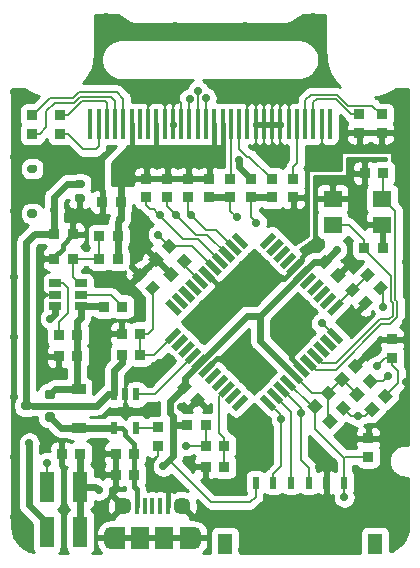
<source format=gtl>
G04 #@! TF.GenerationSoftware,KiCad,Pcbnew,5.1.6*
G04 #@! TF.CreationDate,2020-09-13T12:05:48+02:00*
G04 #@! TF.ProjectId,xling,786c696e-672e-46b6-9963-61645f706362,4*
G04 #@! TF.SameCoordinates,Original*
G04 #@! TF.FileFunction,Copper,L1,Top*
G04 #@! TF.FilePolarity,Positive*
%FSLAX46Y46*%
G04 Gerber Fmt 4.6, Leading zero omitted, Abs format (unit mm)*
G04 Created by KiCad (PCBNEW 5.1.6) date 2020-09-13 12:05:48*
%MOMM*%
%LPD*%
G01*
G04 APERTURE LIST*
G04 #@! TA.AperFunction,SMDPad,CuDef*
%ADD10R,0.600000X1.100000*%
G04 #@! TD*
G04 #@! TA.AperFunction,SMDPad,CuDef*
%ADD11R,1.000000X0.700000*%
G04 #@! TD*
G04 #@! TA.AperFunction,SMDPad,CuDef*
%ADD12C,0.100000*%
G04 #@! TD*
G04 #@! TA.AperFunction,SMDPad,CuDef*
%ADD13R,1.200000X0.900000*%
G04 #@! TD*
G04 #@! TA.AperFunction,SMDPad,CuDef*
%ADD14R,0.875000X0.950000*%
G04 #@! TD*
G04 #@! TA.AperFunction,SMDPad,CuDef*
%ADD15R,1.250000X2.650000*%
G04 #@! TD*
G04 #@! TA.AperFunction,SMDPad,CuDef*
%ADD16R,0.950000X0.875000*%
G04 #@! TD*
G04 #@! TA.AperFunction,SMDPad,CuDef*
%ADD17R,0.350000X2.500000*%
G04 #@! TD*
G04 #@! TA.AperFunction,SMDPad,CuDef*
%ADD18R,1.600000X1.400000*%
G04 #@! TD*
G04 #@! TA.AperFunction,SMDPad,CuDef*
%ADD19R,1.250000X1.800000*%
G04 #@! TD*
G04 #@! TA.AperFunction,SMDPad,CuDef*
%ADD20R,0.600000X1.000000*%
G04 #@! TD*
G04 #@! TA.AperFunction,SMDPad,CuDef*
%ADD21R,1.200000X1.900000*%
G04 #@! TD*
G04 #@! TA.AperFunction,ComponentPad*
%ADD22O,1.200000X1.900000*%
G04 #@! TD*
G04 #@! TA.AperFunction,SMDPad,CuDef*
%ADD23R,1.500000X1.900000*%
G04 #@! TD*
G04 #@! TA.AperFunction,ComponentPad*
%ADD24C,1.450000*%
G04 #@! TD*
G04 #@! TA.AperFunction,SMDPad,CuDef*
%ADD25R,0.400000X1.350000*%
G04 #@! TD*
G04 #@! TA.AperFunction,ViaPad*
%ADD26C,0.700000*%
G04 #@! TD*
G04 #@! TA.AperFunction,Conductor*
%ADD27C,0.600000*%
G04 #@! TD*
G04 #@! TA.AperFunction,Conductor*
%ADD28C,0.200000*%
G04 #@! TD*
G04 #@! TA.AperFunction,Conductor*
%ADD29C,0.400000*%
G04 #@! TD*
G04 #@! TA.AperFunction,Conductor*
%ADD30C,0.254000*%
G04 #@! TD*
G04 APERTURE END LIST*
G04 #@! TA.AperFunction,SMDPad,CuDef*
G36*
G01*
X54568000Y-72952000D02*
X54568000Y-73352000D01*
G75*
G02*
X54368000Y-73552000I-200000J0D01*
G01*
X53868000Y-73552000D01*
G75*
G02*
X53668000Y-73352000I0J200000D01*
G01*
X53668000Y-72952000D01*
G75*
G02*
X53868000Y-72752000I200000J0D01*
G01*
X54368000Y-72752000D01*
G75*
G02*
X54568000Y-72952000I0J-200000D01*
G01*
G37*
G04 #@! TD.AperFunction*
G04 #@! TA.AperFunction,SMDPad,CuDef*
G36*
G01*
X56568000Y-72002000D02*
X56568000Y-72402000D01*
G75*
G02*
X56368000Y-72602000I-200000J0D01*
G01*
X55868000Y-72602000D01*
G75*
G02*
X55668000Y-72402000I0J200000D01*
G01*
X55668000Y-72002000D01*
G75*
G02*
X55868000Y-71802000I200000J0D01*
G01*
X56368000Y-71802000D01*
G75*
G02*
X56568000Y-72002000I0J-200000D01*
G01*
G37*
G04 #@! TD.AperFunction*
G04 #@! TA.AperFunction,SMDPad,CuDef*
G36*
G01*
X56568000Y-73902000D02*
X56568000Y-74302000D01*
G75*
G02*
X56368000Y-74502000I-200000J0D01*
G01*
X55868000Y-74502000D01*
G75*
G02*
X55668000Y-74302000I0J200000D01*
G01*
X55668000Y-73902000D01*
G75*
G02*
X55868000Y-73702000I200000J0D01*
G01*
X56368000Y-73702000D01*
G75*
G02*
X56568000Y-73902000I0J-200000D01*
G01*
G37*
G04 #@! TD.AperFunction*
D10*
X61534000Y-75010000D03*
X61534000Y-72210000D03*
X62484000Y-72210000D03*
X63434000Y-72210000D03*
X63434000Y-75010000D03*
D11*
X58757500Y-63754000D03*
X58757500Y-62804000D03*
X58757500Y-64704000D03*
X56558500Y-64704000D03*
X56558500Y-63754000D03*
X56558500Y-62804000D03*
G04 #@! TA.AperFunction,SMDPad,CuDef*
D12*
G36*
X72539794Y-72174152D02*
G01*
X72928702Y-72563060D01*
X71868042Y-73623720D01*
X71479134Y-73234812D01*
X72539794Y-72174152D01*
G37*
G04 #@! TD.AperFunction*
G04 #@! TA.AperFunction,SMDPad,CuDef*
G36*
X71974109Y-71608466D02*
G01*
X72363017Y-71997374D01*
X71302357Y-73058034D01*
X70913449Y-72669126D01*
X71974109Y-71608466D01*
G37*
G04 #@! TD.AperFunction*
G04 #@! TA.AperFunction,SMDPad,CuDef*
G36*
X71408424Y-71042781D02*
G01*
X71797332Y-71431689D01*
X70736672Y-72492349D01*
X70347764Y-72103441D01*
X71408424Y-71042781D01*
G37*
G04 #@! TD.AperFunction*
G04 #@! TA.AperFunction,SMDPad,CuDef*
G36*
X70842738Y-70477096D02*
G01*
X71231646Y-70866004D01*
X70170986Y-71926664D01*
X69782078Y-71537756D01*
X70842738Y-70477096D01*
G37*
G04 #@! TD.AperFunction*
G04 #@! TA.AperFunction,SMDPad,CuDef*
G36*
X70277053Y-69911410D02*
G01*
X70665961Y-70300318D01*
X69605301Y-71360978D01*
X69216393Y-70972070D01*
X70277053Y-69911410D01*
G37*
G04 #@! TD.AperFunction*
G04 #@! TA.AperFunction,SMDPad,CuDef*
G36*
X69711367Y-69345725D02*
G01*
X70100275Y-69734633D01*
X69039615Y-70795293D01*
X68650707Y-70406385D01*
X69711367Y-69345725D01*
G37*
G04 #@! TD.AperFunction*
G04 #@! TA.AperFunction,SMDPad,CuDef*
G36*
X69145682Y-68780039D02*
G01*
X69534590Y-69168947D01*
X68473930Y-70229607D01*
X68085022Y-69840699D01*
X69145682Y-68780039D01*
G37*
G04 #@! TD.AperFunction*
G04 #@! TA.AperFunction,SMDPad,CuDef*
G36*
X68579996Y-68214354D02*
G01*
X68968904Y-68603262D01*
X67908244Y-69663922D01*
X67519336Y-69275014D01*
X68579996Y-68214354D01*
G37*
G04 #@! TD.AperFunction*
G04 #@! TA.AperFunction,SMDPad,CuDef*
G36*
X68014311Y-67648668D02*
G01*
X68403219Y-68037576D01*
X67342559Y-69098236D01*
X66953651Y-68709328D01*
X68014311Y-67648668D01*
G37*
G04 #@! TD.AperFunction*
G04 #@! TA.AperFunction,SMDPad,CuDef*
G36*
X67448626Y-67082983D02*
G01*
X67837534Y-67471891D01*
X66776874Y-68532551D01*
X66387966Y-68143643D01*
X67448626Y-67082983D01*
G37*
G04 #@! TD.AperFunction*
G04 #@! TA.AperFunction,SMDPad,CuDef*
G36*
X66882940Y-66517298D02*
G01*
X67271848Y-66906206D01*
X66211188Y-67966866D01*
X65822280Y-67577958D01*
X66882940Y-66517298D01*
G37*
G04 #@! TD.AperFunction*
G04 #@! TA.AperFunction,SMDPad,CuDef*
G36*
X67271848Y-65173794D02*
G01*
X66882940Y-65562702D01*
X65822280Y-64502042D01*
X66211188Y-64113134D01*
X67271848Y-65173794D01*
G37*
G04 #@! TD.AperFunction*
G04 #@! TA.AperFunction,SMDPad,CuDef*
G36*
X67837534Y-64608109D02*
G01*
X67448626Y-64997017D01*
X66387966Y-63936357D01*
X66776874Y-63547449D01*
X67837534Y-64608109D01*
G37*
G04 #@! TD.AperFunction*
G04 #@! TA.AperFunction,SMDPad,CuDef*
G36*
X68403219Y-64042424D02*
G01*
X68014311Y-64431332D01*
X66953651Y-63370672D01*
X67342559Y-62981764D01*
X68403219Y-64042424D01*
G37*
G04 #@! TD.AperFunction*
G04 #@! TA.AperFunction,SMDPad,CuDef*
G36*
X68968904Y-63476738D02*
G01*
X68579996Y-63865646D01*
X67519336Y-62804986D01*
X67908244Y-62416078D01*
X68968904Y-63476738D01*
G37*
G04 #@! TD.AperFunction*
G04 #@! TA.AperFunction,SMDPad,CuDef*
G36*
X69534590Y-62911053D02*
G01*
X69145682Y-63299961D01*
X68085022Y-62239301D01*
X68473930Y-61850393D01*
X69534590Y-62911053D01*
G37*
G04 #@! TD.AperFunction*
G04 #@! TA.AperFunction,SMDPad,CuDef*
G36*
X70100275Y-62345367D02*
G01*
X69711367Y-62734275D01*
X68650707Y-61673615D01*
X69039615Y-61284707D01*
X70100275Y-62345367D01*
G37*
G04 #@! TD.AperFunction*
G04 #@! TA.AperFunction,SMDPad,CuDef*
G36*
X70665961Y-61779682D02*
G01*
X70277053Y-62168590D01*
X69216393Y-61107930D01*
X69605301Y-60719022D01*
X70665961Y-61779682D01*
G37*
G04 #@! TD.AperFunction*
G04 #@! TA.AperFunction,SMDPad,CuDef*
G36*
X71231646Y-61213996D02*
G01*
X70842738Y-61602904D01*
X69782078Y-60542244D01*
X70170986Y-60153336D01*
X71231646Y-61213996D01*
G37*
G04 #@! TD.AperFunction*
G04 #@! TA.AperFunction,SMDPad,CuDef*
G36*
X71797332Y-60648311D02*
G01*
X71408424Y-61037219D01*
X70347764Y-59976559D01*
X70736672Y-59587651D01*
X71797332Y-60648311D01*
G37*
G04 #@! TD.AperFunction*
G04 #@! TA.AperFunction,SMDPad,CuDef*
G36*
X72363017Y-60082626D02*
G01*
X71974109Y-60471534D01*
X70913449Y-59410874D01*
X71302357Y-59021966D01*
X72363017Y-60082626D01*
G37*
G04 #@! TD.AperFunction*
G04 #@! TA.AperFunction,SMDPad,CuDef*
G36*
X72928702Y-59516940D02*
G01*
X72539794Y-59905848D01*
X71479134Y-58845188D01*
X71868042Y-58456280D01*
X72928702Y-59516940D01*
G37*
G04 #@! TD.AperFunction*
G04 #@! TA.AperFunction,SMDPad,CuDef*
G36*
X74943958Y-58456280D02*
G01*
X75332866Y-58845188D01*
X74272206Y-59905848D01*
X73883298Y-59516940D01*
X74943958Y-58456280D01*
G37*
G04 #@! TD.AperFunction*
G04 #@! TA.AperFunction,SMDPad,CuDef*
G36*
X75509643Y-59021966D02*
G01*
X75898551Y-59410874D01*
X74837891Y-60471534D01*
X74448983Y-60082626D01*
X75509643Y-59021966D01*
G37*
G04 #@! TD.AperFunction*
G04 #@! TA.AperFunction,SMDPad,CuDef*
G36*
X76075328Y-59587651D02*
G01*
X76464236Y-59976559D01*
X75403576Y-61037219D01*
X75014668Y-60648311D01*
X76075328Y-59587651D01*
G37*
G04 #@! TD.AperFunction*
G04 #@! TA.AperFunction,SMDPad,CuDef*
G36*
X76641014Y-60153336D02*
G01*
X77029922Y-60542244D01*
X75969262Y-61602904D01*
X75580354Y-61213996D01*
X76641014Y-60153336D01*
G37*
G04 #@! TD.AperFunction*
G04 #@! TA.AperFunction,SMDPad,CuDef*
G36*
X77206699Y-60719022D02*
G01*
X77595607Y-61107930D01*
X76534947Y-62168590D01*
X76146039Y-61779682D01*
X77206699Y-60719022D01*
G37*
G04 #@! TD.AperFunction*
G04 #@! TA.AperFunction,SMDPad,CuDef*
G36*
X77772385Y-61284707D02*
G01*
X78161293Y-61673615D01*
X77100633Y-62734275D01*
X76711725Y-62345367D01*
X77772385Y-61284707D01*
G37*
G04 #@! TD.AperFunction*
G04 #@! TA.AperFunction,SMDPad,CuDef*
G36*
X78338070Y-61850393D02*
G01*
X78726978Y-62239301D01*
X77666318Y-63299961D01*
X77277410Y-62911053D01*
X78338070Y-61850393D01*
G37*
G04 #@! TD.AperFunction*
G04 #@! TA.AperFunction,SMDPad,CuDef*
G36*
X78903756Y-62416078D02*
G01*
X79292664Y-62804986D01*
X78232004Y-63865646D01*
X77843096Y-63476738D01*
X78903756Y-62416078D01*
G37*
G04 #@! TD.AperFunction*
G04 #@! TA.AperFunction,SMDPad,CuDef*
G36*
X79469441Y-62981764D02*
G01*
X79858349Y-63370672D01*
X78797689Y-64431332D01*
X78408781Y-64042424D01*
X79469441Y-62981764D01*
G37*
G04 #@! TD.AperFunction*
G04 #@! TA.AperFunction,SMDPad,CuDef*
G36*
X80035126Y-63547449D02*
G01*
X80424034Y-63936357D01*
X79363374Y-64997017D01*
X78974466Y-64608109D01*
X80035126Y-63547449D01*
G37*
G04 #@! TD.AperFunction*
G04 #@! TA.AperFunction,SMDPad,CuDef*
G36*
X80600812Y-64113134D02*
G01*
X80989720Y-64502042D01*
X79929060Y-65562702D01*
X79540152Y-65173794D01*
X80600812Y-64113134D01*
G37*
G04 #@! TD.AperFunction*
G04 #@! TA.AperFunction,SMDPad,CuDef*
G36*
X80989720Y-67577958D02*
G01*
X80600812Y-67966866D01*
X79540152Y-66906206D01*
X79929060Y-66517298D01*
X80989720Y-67577958D01*
G37*
G04 #@! TD.AperFunction*
G04 #@! TA.AperFunction,SMDPad,CuDef*
G36*
X80424034Y-68143643D02*
G01*
X80035126Y-68532551D01*
X78974466Y-67471891D01*
X79363374Y-67082983D01*
X80424034Y-68143643D01*
G37*
G04 #@! TD.AperFunction*
G04 #@! TA.AperFunction,SMDPad,CuDef*
G36*
X79858349Y-68709328D02*
G01*
X79469441Y-69098236D01*
X78408781Y-68037576D01*
X78797689Y-67648668D01*
X79858349Y-68709328D01*
G37*
G04 #@! TD.AperFunction*
G04 #@! TA.AperFunction,SMDPad,CuDef*
G36*
X79292664Y-69275014D02*
G01*
X78903756Y-69663922D01*
X77843096Y-68603262D01*
X78232004Y-68214354D01*
X79292664Y-69275014D01*
G37*
G04 #@! TD.AperFunction*
G04 #@! TA.AperFunction,SMDPad,CuDef*
G36*
X78726978Y-69840699D02*
G01*
X78338070Y-70229607D01*
X77277410Y-69168947D01*
X77666318Y-68780039D01*
X78726978Y-69840699D01*
G37*
G04 #@! TD.AperFunction*
G04 #@! TA.AperFunction,SMDPad,CuDef*
G36*
X78161293Y-70406385D02*
G01*
X77772385Y-70795293D01*
X76711725Y-69734633D01*
X77100633Y-69345725D01*
X78161293Y-70406385D01*
G37*
G04 #@! TD.AperFunction*
G04 #@! TA.AperFunction,SMDPad,CuDef*
G36*
X77595607Y-70972070D02*
G01*
X77206699Y-71360978D01*
X76146039Y-70300318D01*
X76534947Y-69911410D01*
X77595607Y-70972070D01*
G37*
G04 #@! TD.AperFunction*
G04 #@! TA.AperFunction,SMDPad,CuDef*
G36*
X77029922Y-71537756D02*
G01*
X76641014Y-71926664D01*
X75580354Y-70866004D01*
X75969262Y-70477096D01*
X77029922Y-71537756D01*
G37*
G04 #@! TD.AperFunction*
G04 #@! TA.AperFunction,SMDPad,CuDef*
G36*
X76464236Y-72103441D02*
G01*
X76075328Y-72492349D01*
X75014668Y-71431689D01*
X75403576Y-71042781D01*
X76464236Y-72103441D01*
G37*
G04 #@! TD.AperFunction*
G04 #@! TA.AperFunction,SMDPad,CuDef*
G36*
X75898551Y-72669126D02*
G01*
X75509643Y-73058034D01*
X74448983Y-71997374D01*
X74837891Y-71608466D01*
X75898551Y-72669126D01*
G37*
G04 #@! TD.AperFunction*
G04 #@! TA.AperFunction,SMDPad,CuDef*
G36*
X75332866Y-73234812D02*
G01*
X74943958Y-73623720D01*
X73883298Y-72563060D01*
X74272206Y-72174152D01*
X75332866Y-73234812D01*
G37*
G04 #@! TD.AperFunction*
D13*
X58547000Y-75056000D03*
X58547000Y-71756000D03*
D14*
X63271500Y-77216000D03*
X61696500Y-77216000D03*
D15*
X55877000Y-80010000D03*
X58677000Y-80010000D03*
X58677000Y-83820000D03*
X55877000Y-83820000D03*
D16*
X67818000Y-53949500D03*
X67818000Y-55524500D03*
X66040000Y-53949500D03*
X66040000Y-55524500D03*
G04 #@! TA.AperFunction,SMDPad,CuDef*
D12*
G36*
X78537636Y-72555612D02*
G01*
X79209388Y-73227364D01*
X78590670Y-73846082D01*
X77918918Y-73174330D01*
X78537636Y-72555612D01*
G37*
G04 #@! TD.AperFunction*
G04 #@! TA.AperFunction,SMDPad,CuDef*
G36*
X79651330Y-71441918D02*
G01*
X80323082Y-72113670D01*
X79704364Y-72732388D01*
X79032612Y-72060636D01*
X79651330Y-71441918D01*
G37*
G04 #@! TD.AperFunction*
D16*
X76708000Y-53949500D03*
X76708000Y-55524500D03*
G04 #@! TA.AperFunction,SMDPad,CuDef*
D12*
G36*
X82093636Y-71539612D02*
G01*
X82765388Y-72211364D01*
X82146670Y-72830082D01*
X81474918Y-72158330D01*
X82093636Y-71539612D01*
G37*
G04 #@! TD.AperFunction*
G04 #@! TA.AperFunction,SMDPad,CuDef*
G36*
X83207330Y-70425918D02*
G01*
X83879082Y-71097670D01*
X83260364Y-71716388D01*
X82588612Y-71044636D01*
X83207330Y-70425918D01*
G37*
G04 #@! TD.AperFunction*
G04 #@! TA.AperFunction,SMDPad,CuDef*
G36*
X79807636Y-73825612D02*
G01*
X80479388Y-74497364D01*
X79860670Y-75116082D01*
X79188918Y-74444330D01*
X79807636Y-73825612D01*
G37*
G04 #@! TD.AperFunction*
G04 #@! TA.AperFunction,SMDPad,CuDef*
G36*
X80921330Y-72711918D02*
G01*
X81593082Y-73383670D01*
X80974364Y-74002388D01*
X80302612Y-73330636D01*
X80921330Y-72711918D01*
G37*
G04 #@! TD.AperFunction*
D14*
X67741700Y-74828400D03*
X69316700Y-74828400D03*
G04 #@! TA.AperFunction,SMDPad,CuDef*
D12*
G36*
X83477612Y-63194364D02*
G01*
X84149364Y-62522612D01*
X84768082Y-63141330D01*
X84096330Y-63813082D01*
X83477612Y-63194364D01*
G37*
G04 #@! TD.AperFunction*
G04 #@! TA.AperFunction,SMDPad,CuDef*
G36*
X82363918Y-62080670D02*
G01*
X83035670Y-61408918D01*
X83654388Y-62027636D01*
X82982636Y-62699388D01*
X82363918Y-62080670D01*
G37*
G04 #@! TD.AperFunction*
G04 #@! TA.AperFunction,SMDPad,CuDef*
G36*
X83363636Y-72809612D02*
G01*
X84035388Y-73481364D01*
X83416670Y-74100082D01*
X82744918Y-73428330D01*
X83363636Y-72809612D01*
G37*
G04 #@! TD.AperFunction*
G04 #@! TA.AperFunction,SMDPad,CuDef*
G36*
X84477330Y-71695918D02*
G01*
X85149082Y-72367670D01*
X84530364Y-72986388D01*
X83858612Y-72314636D01*
X84477330Y-71695918D01*
G37*
G04 #@! TD.AperFunction*
D14*
X69316500Y-76555600D03*
X70891500Y-76555600D03*
X58445500Y-67183000D03*
X56870500Y-67183000D03*
X61874500Y-58801000D03*
X60299500Y-58801000D03*
X60680500Y-64770000D03*
X62255500Y-64770000D03*
X62204500Y-68834000D03*
X63779500Y-68834000D03*
D16*
X65239900Y-76581100D03*
X65239900Y-75006100D03*
D14*
X62204500Y-67056000D03*
X63779500Y-67056000D03*
X58064500Y-60706000D03*
X56489500Y-60706000D03*
D16*
X71374000Y-53949500D03*
X71374000Y-55524500D03*
X74930000Y-53949500D03*
X74930000Y-55524500D03*
X64262000Y-53949500D03*
X64262000Y-55524500D03*
X73152000Y-53949500D03*
X73152000Y-55524500D03*
X69596000Y-53949500D03*
X69596000Y-55524500D03*
G04 #@! TA.AperFunction,SMDPad,CuDef*
D12*
G36*
X65075636Y-60109612D02*
G01*
X65747388Y-60781364D01*
X65128670Y-61400082D01*
X64456918Y-60728330D01*
X65075636Y-60109612D01*
G37*
G04 #@! TD.AperFunction*
G04 #@! TA.AperFunction,SMDPad,CuDef*
G36*
X66189330Y-58995918D02*
G01*
X66861082Y-59667670D01*
X66242364Y-60286388D01*
X65570612Y-59614636D01*
X66189330Y-58995918D01*
G37*
G04 #@! TD.AperFunction*
D16*
X82296000Y-50063500D03*
X82296000Y-48488500D03*
G04 #@! TA.AperFunction,SMDPad,CuDef*
D12*
G36*
X67983612Y-72655864D02*
G01*
X68655364Y-71984112D01*
X69274082Y-72602830D01*
X68602330Y-73274582D01*
X67983612Y-72655864D01*
G37*
G04 #@! TD.AperFunction*
G04 #@! TA.AperFunction,SMDPad,CuDef*
G36*
X66869918Y-71542170D02*
G01*
X67541670Y-70870418D01*
X68160388Y-71489136D01*
X67488636Y-72160888D01*
X66869918Y-71542170D01*
G37*
G04 #@! TD.AperFunction*
D14*
X82715000Y-59817000D03*
X84290000Y-59817000D03*
X84353500Y-53467000D03*
X82778500Y-53467000D03*
G04 #@! TA.AperFunction,SMDPad,CuDef*
D12*
G36*
X66345636Y-61379612D02*
G01*
X67017388Y-62051364D01*
X66398670Y-62670082D01*
X65726918Y-61998330D01*
X66345636Y-61379612D01*
G37*
G04 #@! TD.AperFunction*
G04 #@! TA.AperFunction,SMDPad,CuDef*
G36*
X67459330Y-60265918D02*
G01*
X68131082Y-60937670D01*
X67512364Y-61556388D01*
X66840612Y-60884636D01*
X67459330Y-60265918D01*
G37*
G04 #@! TD.AperFunction*
D16*
X56959500Y-48552000D03*
X56959500Y-50127000D03*
X54610000Y-48552000D03*
X54610000Y-50127000D03*
G04 #@! TA.AperFunction,SMDPad,CuDef*
D12*
G36*
X79858112Y-62114864D02*
G01*
X80529864Y-61443112D01*
X81148582Y-62061830D01*
X80476830Y-62733582D01*
X79858112Y-62114864D01*
G37*
G04 #@! TD.AperFunction*
G04 #@! TA.AperFunction,SMDPad,CuDef*
G36*
X78744418Y-61001170D02*
G01*
X79416170Y-60329418D01*
X80034888Y-60948136D01*
X79363136Y-61619888D01*
X78744418Y-61001170D01*
G37*
G04 #@! TD.AperFunction*
D16*
X84201000Y-50063500D03*
X84201000Y-48488500D03*
X83058000Y-75920500D03*
X83058000Y-77495500D03*
G04 #@! TA.AperFunction,SMDPad,CuDef*
D12*
G36*
X82207612Y-64464364D02*
G01*
X82879364Y-63792612D01*
X83498082Y-64411330D01*
X82826330Y-65083082D01*
X82207612Y-64464364D01*
G37*
G04 #@! TD.AperFunction*
G04 #@! TA.AperFunction,SMDPad,CuDef*
G36*
X81093918Y-63350670D02*
G01*
X81765670Y-62678918D01*
X82384388Y-63297636D01*
X81712636Y-63969388D01*
X81093918Y-63350670D01*
G37*
G04 #@! TD.AperFunction*
D16*
X85090000Y-67538500D03*
X85090000Y-69113500D03*
D14*
X69316500Y-78333600D03*
X70891500Y-78333600D03*
X60299500Y-60706000D03*
X61874500Y-60706000D03*
X58064500Y-58623200D03*
X56489500Y-58623200D03*
X57124500Y-77216000D03*
X58699500Y-77216000D03*
X56870500Y-68961000D03*
X58445500Y-68961000D03*
X61696500Y-78994000D03*
X63271500Y-78994000D03*
G04 #@! TA.AperFunction,SMDPad,CuDef*
D12*
G36*
X64173612Y-63194364D02*
G01*
X64845364Y-62522612D01*
X65464082Y-63141330D01*
X64792330Y-63813082D01*
X64173612Y-63194364D01*
G37*
G04 #@! TD.AperFunction*
G04 #@! TA.AperFunction,SMDPad,CuDef*
G36*
X63059918Y-62080670D02*
G01*
X63731670Y-61408918D01*
X64350388Y-62027636D01*
X63678636Y-62699388D01*
X63059918Y-62080670D01*
G37*
G04 #@! TD.AperFunction*
G04 #@! TA.AperFunction,SMDPad,CuDef*
G36*
X81990364Y-70446388D02*
G01*
X81318612Y-69774636D01*
X81937330Y-69155918D01*
X82609082Y-69827670D01*
X81990364Y-70446388D01*
G37*
G04 #@! TD.AperFunction*
G04 #@! TA.AperFunction,SMDPad,CuDef*
G36*
X80876670Y-71560082D02*
G01*
X80204918Y-70888330D01*
X80823636Y-70269612D01*
X81495388Y-70941364D01*
X80876670Y-71560082D01*
G37*
G04 #@! TD.AperFunction*
D14*
X60528100Y-55930800D03*
X62103100Y-55930800D03*
D17*
X79132000Y-49310000D03*
X79832000Y-49310000D03*
X72832000Y-49310000D03*
X77732000Y-49310000D03*
X78432000Y-49310000D03*
X77032000Y-49310000D03*
X76332000Y-49310000D03*
X75632000Y-49310000D03*
X74932000Y-49310000D03*
X74232000Y-49310000D03*
X73532000Y-49310000D03*
X72132000Y-49310000D03*
X71432000Y-49310000D03*
X70732000Y-49310000D03*
X70032000Y-49310000D03*
X69332000Y-49310000D03*
X67932000Y-49310000D03*
X68632000Y-49310000D03*
X67232000Y-49310000D03*
X66532000Y-49310000D03*
X65832000Y-49310000D03*
X65132000Y-49310000D03*
X64432000Y-49310000D03*
X63732000Y-49310000D03*
X63032000Y-49310000D03*
X62332000Y-49310000D03*
X61632000Y-49310000D03*
X60932000Y-49310000D03*
X60232000Y-49310000D03*
X59532000Y-49310000D03*
D18*
X84242000Y-55642000D03*
X80042000Y-55642000D03*
X80042000Y-57842000D03*
X84242000Y-57842000D03*
D19*
X70927000Y-84855000D03*
X83637000Y-84855000D03*
D20*
X73532000Y-79665000D03*
X75032000Y-79665000D03*
X76532000Y-79665000D03*
X78032000Y-79665000D03*
X79532000Y-79665000D03*
X81032000Y-79665000D03*
D21*
X61882000Y-84347500D03*
X67682000Y-84347500D03*
D22*
X68282000Y-84347500D03*
X61282000Y-84347500D03*
D23*
X63782000Y-84347500D03*
D24*
X67282000Y-81647500D03*
D25*
X64782000Y-81647500D03*
X65432000Y-81647500D03*
X66082000Y-81647500D03*
X63482000Y-81647500D03*
X64132000Y-81647500D03*
D24*
X62282000Y-81647500D03*
D23*
X65782000Y-84347500D03*
G04 #@! TA.AperFunction,SMDPad,CuDef*
G36*
G01*
X58392000Y-54041000D02*
X58892000Y-54041000D01*
G75*
G02*
X59067000Y-54216000I0J-175000D01*
G01*
X59067000Y-54566000D01*
G75*
G02*
X58892000Y-54741000I-175000J0D01*
G01*
X58392000Y-54741000D01*
G75*
G02*
X58217000Y-54566000I0J175000D01*
G01*
X58217000Y-54216000D01*
G75*
G02*
X58392000Y-54041000I175000J0D01*
G01*
G37*
G04 #@! TD.AperFunction*
G04 #@! TA.AperFunction,SMDPad,CuDef*
G36*
G01*
X58392000Y-55241000D02*
X58892000Y-55241000D01*
G75*
G02*
X59067000Y-55416000I0J-175000D01*
G01*
X59067000Y-55766000D01*
G75*
G02*
X58892000Y-55941000I-175000J0D01*
G01*
X58392000Y-55941000D01*
G75*
G02*
X58217000Y-55766000I0J175000D01*
G01*
X58217000Y-55416000D01*
G75*
G02*
X58392000Y-55241000I175000J0D01*
G01*
G37*
G04 #@! TD.AperFunction*
G04 #@! TA.AperFunction,SMDPad,CuDef*
G36*
G01*
X54392000Y-52741000D02*
X54842000Y-52741000D01*
G75*
G02*
X55017000Y-52916000I0J-175000D01*
G01*
X55017000Y-53266000D01*
G75*
G02*
X54842000Y-53441000I-175000J0D01*
G01*
X54392000Y-53441000D01*
G75*
G02*
X54217000Y-53266000I0J175000D01*
G01*
X54217000Y-52916000D01*
G75*
G02*
X54392000Y-52741000I175000J0D01*
G01*
G37*
G04 #@! TD.AperFunction*
G04 #@! TA.AperFunction,SMDPad,CuDef*
G36*
G01*
X54392000Y-56541000D02*
X54842000Y-56541000D01*
G75*
G02*
X55017000Y-56716000I0J-175000D01*
G01*
X55017000Y-57066000D01*
G75*
G02*
X54842000Y-57241000I-175000J0D01*
G01*
X54392000Y-57241000D01*
G75*
G02*
X54217000Y-57066000I0J175000D01*
G01*
X54217000Y-56716000D01*
G75*
G02*
X54392000Y-56541000I175000J0D01*
G01*
G37*
G04 #@! TD.AperFunction*
D26*
X60248800Y-80314800D03*
X80391000Y-59944000D03*
X70485000Y-52387500D03*
X72136000Y-52387500D03*
X62026800Y-57378600D03*
X65722500Y-78282800D03*
X78905100Y-78320900D03*
X60223400Y-78524100D03*
X55676800Y-70510400D03*
X53111400Y-56642000D03*
X70485000Y-63119000D03*
X75057000Y-62420500D03*
X76517500Y-68262500D03*
X70929500Y-69151500D03*
X78359000Y-40259000D03*
X53086000Y-62230000D03*
X53086000Y-67310000D03*
X53086000Y-72390000D03*
X53086000Y-77470000D03*
X53086000Y-82550000D03*
X57277000Y-85344000D03*
X53086000Y-52070000D03*
X53086000Y-46609000D03*
X60833000Y-40259000D03*
X80111600Y-45872400D03*
X86207600Y-46634400D03*
X72644000Y-41021000D03*
X66675000Y-41021000D03*
X86233000Y-50800000D03*
X86233000Y-66040000D03*
X86233000Y-71120000D03*
X86233000Y-76200000D03*
X86233000Y-80010000D03*
X72390000Y-85344000D03*
X66192400Y-79857600D03*
X65341500Y-69532500D03*
X81534000Y-65913000D03*
X73914000Y-75133200D03*
X85217000Y-85090000D03*
X86233000Y-60960000D03*
X86233000Y-55880000D03*
X81788000Y-61595000D03*
X63373000Y-59182000D03*
X63754000Y-64516000D03*
X60198000Y-68834000D03*
X59499500Y-45529500D03*
X67183000Y-73279000D03*
X82169000Y-74041000D03*
X56134000Y-65786000D03*
X54356000Y-76327000D03*
X84328000Y-64770000D03*
X84772500Y-70612000D03*
X67665600Y-76542900D03*
X65278000Y-58674000D03*
X55880000Y-77978000D03*
X81026000Y-80899000D03*
X79121000Y-66167000D03*
X83820000Y-69786500D03*
X75692000Y-74307700D03*
X73596500Y-57658000D03*
X77343000Y-73774300D03*
X71945500Y-57213500D03*
X66802000Y-57023000D03*
X68643500Y-46482000D03*
X65405000Y-57023000D03*
X67945000Y-47180500D03*
X56476900Y-56603900D03*
X68072000Y-57023000D03*
X69342000Y-47117000D03*
D27*
X61874500Y-60706000D02*
X61874500Y-58801000D01*
D28*
X58699500Y-79987500D02*
X58677000Y-80010000D01*
X58677000Y-77238500D02*
X58699500Y-77216000D01*
D27*
X58677000Y-83820000D02*
X58677000Y-77238500D01*
X67515153Y-70799476D02*
X67515153Y-71515653D01*
X68809806Y-69504823D02*
X67515153Y-70799476D01*
D29*
X63032000Y-49310000D02*
X63032000Y-51423500D01*
X65132000Y-49310000D02*
X65132000Y-51402500D01*
D27*
X72782629Y-65532000D02*
X68809806Y-69504823D01*
X73914000Y-65532000D02*
X72782629Y-65532000D01*
X77436509Y-62009491D02*
X73914000Y-65532000D01*
X73914000Y-65532000D02*
X73914000Y-67679371D01*
X73914000Y-67679371D02*
X76870823Y-70636194D01*
D28*
X65111000Y-51423500D02*
X65132000Y-51402500D01*
X79389653Y-60974653D02*
X79389653Y-60818347D01*
D27*
X58677000Y-80010000D02*
X59944000Y-80010000D01*
X59944000Y-80010000D02*
X60248800Y-80314800D01*
D28*
X67741700Y-74790900D02*
X67741700Y-74828400D01*
X65111000Y-51423500D02*
X65191000Y-51423500D01*
X76870823Y-70636194D02*
X78321782Y-72087153D01*
X78321782Y-72087153D02*
X79677847Y-72087153D01*
X79677847Y-74314541D02*
X79834153Y-74470847D01*
X79677847Y-72087153D02*
X79677847Y-74314541D01*
X79677847Y-72087153D02*
X80850153Y-70914847D01*
X80850153Y-70914847D02*
X82120153Y-72184847D01*
X79389653Y-60974653D02*
X79389653Y-60945347D01*
D27*
X79389653Y-60945347D02*
X80391000Y-59944000D01*
X78471347Y-60974653D02*
X79389653Y-60974653D01*
X77436509Y-62009491D02*
X78471347Y-60974653D01*
D29*
X70032000Y-49310000D02*
X70032000Y-52015000D01*
X70732000Y-49310000D02*
X70732000Y-52851000D01*
D27*
X72136000Y-52971000D02*
X72136000Y-52387500D01*
D28*
X73152000Y-53949500D02*
X73114500Y-53949500D01*
D27*
X73114500Y-53949500D02*
X72136000Y-52971000D01*
X61874500Y-58801000D02*
X61874500Y-57607100D01*
X61874500Y-57607100D02*
X62103000Y-57378600D01*
X62103000Y-57378600D02*
X62103000Y-56007000D01*
X62103100Y-55930800D02*
X62103100Y-53441700D01*
X66548000Y-75384600D02*
X66548000Y-77431900D01*
X66548000Y-74041000D02*
X66294000Y-73787000D01*
X66294000Y-73787000D02*
X66294000Y-72771000D01*
X66294000Y-72771000D02*
X67437000Y-71628000D01*
X67741700Y-74828400D02*
X66573400Y-74828400D01*
D28*
X66573400Y-74828400D02*
X66548000Y-74803000D01*
D27*
X66548000Y-74803000D02*
X66548000Y-74041000D01*
X66548000Y-75384600D02*
X66548000Y-74803000D01*
D28*
X69786500Y-81330800D02*
X66217800Y-77762100D01*
X73532000Y-79665000D02*
X73532000Y-80849200D01*
X73050400Y-81330800D02*
X69786500Y-81330800D01*
X73532000Y-80849200D02*
X73050400Y-81330800D01*
D27*
X65722500Y-78282800D02*
X66548000Y-77457300D01*
D28*
X64432000Y-49310000D02*
X64432000Y-46947000D01*
X66532000Y-46847000D02*
X66532000Y-49310000D01*
X72832000Y-47305000D02*
X72832000Y-49310000D01*
X73532000Y-46989000D02*
X73532000Y-49310000D01*
X74232000Y-46546000D02*
X74232000Y-49310000D01*
X74932000Y-46611000D02*
X74932000Y-49310000D01*
X75632000Y-46803000D02*
X75632000Y-49310000D01*
X76332000Y-47122000D02*
X76332000Y-49310000D01*
X56558500Y-63754000D02*
X55858500Y-63754000D01*
X55858500Y-63754000D02*
X55499000Y-63754000D01*
X84201000Y-50063500D02*
X84163500Y-50063500D01*
X79132000Y-49310000D02*
X79132000Y-51297000D01*
D29*
X69375491Y-62009491D02*
X70485000Y-63119000D01*
D28*
X76870823Y-61443806D02*
X76859194Y-61443806D01*
D29*
X76870823Y-61443806D02*
X75894129Y-62420500D01*
X75894129Y-62420500D02*
X75057000Y-62420500D01*
X77436509Y-70070509D02*
X76517500Y-69151500D01*
X76517500Y-69151500D02*
X76517500Y-68262500D01*
X69375491Y-70070509D02*
X70294500Y-69151500D01*
X70294500Y-69151500D02*
X70929500Y-69151500D01*
D28*
X73532000Y-50760000D02*
X73533000Y-50761000D01*
X73532000Y-49310000D02*
X73532000Y-50760000D01*
X73533000Y-50761000D02*
X73533000Y-51244500D01*
X74232000Y-50760000D02*
X74231500Y-50760500D01*
X74232000Y-49310000D02*
X74232000Y-50760000D01*
X74231500Y-50760500D02*
X74231500Y-51244500D01*
X74932000Y-50760000D02*
X74930000Y-50762000D01*
X74932000Y-49310000D02*
X74932000Y-50760000D01*
X74930000Y-50762000D02*
X74930000Y-51244500D01*
X75632000Y-50760000D02*
X75628500Y-50763500D01*
X75632000Y-49310000D02*
X75632000Y-50760000D01*
X75628500Y-50763500D02*
X75628500Y-51244500D01*
D29*
X77471863Y-60842766D02*
X77471863Y-60577137D01*
X76870823Y-61443806D02*
X77471863Y-60842766D01*
X77471863Y-60577137D02*
X77978000Y-60071000D01*
D28*
X65832000Y-49310000D02*
X65832000Y-46782000D01*
X67232000Y-49310000D02*
X67232000Y-47547000D01*
X67232000Y-47547000D02*
X66532000Y-46847000D01*
X66082000Y-79968000D02*
X66192400Y-79857600D01*
D29*
X66082000Y-81647500D02*
X66082000Y-79968000D01*
D28*
X56489500Y-60706000D02*
X56489500Y-60604500D01*
D29*
X56489500Y-60604500D02*
X57226200Y-59867800D01*
X57226200Y-59867800D02*
X57226200Y-59512200D01*
X57226200Y-59512200D02*
X58013600Y-58724800D01*
D28*
X68628847Y-72629347D02*
X67979194Y-73279000D01*
X67979194Y-73279000D02*
X67183000Y-73279000D01*
X65239900Y-76581100D02*
X65239900Y-77355700D01*
X64490600Y-77762100D02*
X64871600Y-77762100D01*
X65239900Y-77393800D02*
X65239900Y-77355700D01*
X64871600Y-77762100D02*
X65239900Y-77393800D01*
X84201000Y-48488500D02*
X84163500Y-48488500D01*
X78201010Y-46830490D02*
X77732000Y-47299500D01*
X83427000Y-47752000D02*
X81379488Y-47752000D01*
X84163500Y-48488500D02*
X83427000Y-47752000D01*
X81379488Y-47752000D02*
X80457978Y-46830490D01*
X77732000Y-47299500D02*
X77732000Y-49310000D01*
X80457978Y-46830490D02*
X78201010Y-46830490D01*
X81631694Y-74041000D02*
X80947847Y-73357153D01*
X82169000Y-74041000D02*
X81631694Y-74041000D01*
X82804000Y-74041000D02*
X83390153Y-73454847D01*
X82169000Y-74041000D02*
X82804000Y-74041000D01*
X62255500Y-64732500D02*
X62255500Y-64770000D01*
X61277000Y-63754000D02*
X62255500Y-64732500D01*
X58757500Y-63754000D02*
X61277000Y-63754000D01*
X81621000Y-48488500D02*
X80313000Y-47180500D01*
X82296000Y-48488500D02*
X81621000Y-48488500D01*
X80313000Y-47180500D02*
X78740000Y-47180500D01*
X78432000Y-47488500D02*
X78432000Y-49310000D01*
X78740000Y-47180500D02*
X78432000Y-47488500D01*
X80042000Y-57842000D02*
X80142000Y-57842000D01*
X81042000Y-57842000D02*
X80042000Y-57842000D01*
X82715000Y-59142000D02*
X81415000Y-57842000D01*
X81415000Y-57842000D02*
X81042000Y-57842000D01*
X82715000Y-59817000D02*
X82715000Y-59142000D01*
X80371824Y-69540178D02*
X79168920Y-69540178D01*
X84836000Y-65849500D02*
X84062502Y-65849500D01*
X79168920Y-69540178D02*
X78567880Y-68939138D01*
X85153500Y-65532000D02*
X84836000Y-65849500D01*
X84062502Y-65849500D02*
X80371824Y-69540178D01*
X82715000Y-59817000D02*
X82715000Y-59854500D01*
X82715000Y-59854500D02*
X85018092Y-62157592D01*
X85018092Y-62157592D02*
X85018092Y-64317092D01*
X85018092Y-64317092D02*
X85153500Y-64452500D01*
X85153500Y-64452500D02*
X85153500Y-65532000D01*
X67485847Y-61251218D02*
X67485847Y-60911153D01*
X68809806Y-62575177D02*
X67485847Y-61251218D01*
X57634500Y-48552000D02*
X58815500Y-47371000D01*
X56959500Y-48552000D02*
X57634500Y-48552000D01*
X58815500Y-47371000D02*
X60769500Y-47371000D01*
X60932000Y-47533500D02*
X60932000Y-49310000D01*
X60769500Y-47371000D02*
X60932000Y-47533500D01*
X60299500Y-58801000D02*
X60299500Y-60706000D01*
X60198000Y-60604500D02*
X60299500Y-60706000D01*
X58607500Y-62804000D02*
X58757500Y-62804000D01*
X58064500Y-62111000D02*
X58057500Y-62118000D01*
X58057500Y-62118000D02*
X58057500Y-62254000D01*
X58057500Y-62254000D02*
X58607500Y-62804000D01*
X58064500Y-60706000D02*
X58702000Y-60706000D01*
X58702000Y-60706000D02*
X60299500Y-60706000D01*
X58064500Y-60706000D02*
X58064500Y-62111000D01*
D27*
X56558500Y-64704000D02*
X56558500Y-65361500D01*
X56558500Y-65361500D02*
X56134000Y-65786000D01*
D28*
X55877000Y-83820000D02*
X55877000Y-83120000D01*
D27*
X55877000Y-83120000D02*
X54356000Y-81599000D01*
X54356000Y-81599000D02*
X54356000Y-76327000D01*
D28*
X77032000Y-49310000D02*
X77032000Y-52635000D01*
X76708000Y-52959000D02*
X76708000Y-53949500D01*
X77032000Y-52635000D02*
X76708000Y-52959000D01*
X84328000Y-63373000D02*
X84122847Y-63167847D01*
X84328000Y-64770000D02*
X84328000Y-63373000D01*
X83233847Y-71071153D02*
X84313347Y-71071153D01*
X84313347Y-71071153D02*
X84772500Y-70612000D01*
X69316500Y-74828600D02*
X69316700Y-74828400D01*
X69316500Y-76555600D02*
X69316500Y-74828600D01*
X67678300Y-76555600D02*
X67665600Y-76542900D01*
X69316500Y-76555600D02*
X67678300Y-76555600D01*
X57258500Y-62804000D02*
X57658000Y-63203500D01*
X56558500Y-62804000D02*
X57258500Y-62804000D01*
X57658000Y-63203500D02*
X57658000Y-65278000D01*
X56870500Y-66065500D02*
X56870500Y-67183000D01*
X57658000Y-65278000D02*
X56870500Y-66065500D01*
X63434000Y-75010000D02*
X65239900Y-75010000D01*
X68138524Y-59641153D02*
X69941177Y-61443806D01*
X66215847Y-59641153D02*
X68138524Y-59641153D01*
X66215847Y-59641153D02*
X66215847Y-59611847D01*
X66215847Y-59611847D02*
X65278000Y-58674000D01*
X55877000Y-80010000D02*
X55877000Y-77981000D01*
X55877000Y-77981000D02*
X55880000Y-77978000D01*
X84353500Y-55530500D02*
X84242000Y-55642000D01*
X84353500Y-53467000D02*
X84353500Y-55530500D01*
X80301127Y-70105863D02*
X78603234Y-70105863D01*
X78603234Y-70105863D02*
X78002194Y-69504823D01*
X84176490Y-66230500D02*
X80301127Y-70105863D01*
X84949988Y-66230500D02*
X84176490Y-66230500D01*
X85503510Y-65676978D02*
X84949988Y-66230500D01*
X84242000Y-55642000D02*
X84342000Y-55642000D01*
X84342000Y-55642000D02*
X85368102Y-56668102D01*
X85503510Y-64307522D02*
X85503510Y-65676978D01*
X85368102Y-56668102D02*
X85368102Y-64172114D01*
X85368102Y-64172114D02*
X85503510Y-64307522D01*
X57634500Y-50127000D02*
X58942500Y-51435000D01*
X56959500Y-50127000D02*
X57634500Y-50127000D01*
X58942500Y-51435000D02*
X60007500Y-51435000D01*
X60232000Y-51210500D02*
X60232000Y-49310000D01*
X60007500Y-51435000D02*
X60232000Y-51210500D01*
X54610000Y-48552000D02*
X54647500Y-48552000D01*
X54647500Y-48552000D02*
X56082500Y-47117000D01*
X58079524Y-47117000D02*
X58587524Y-46609000D01*
X56082500Y-47117000D02*
X58079524Y-47117000D01*
X58587524Y-46609000D02*
X61785500Y-46609000D01*
X62332000Y-47155500D02*
X62332000Y-49310000D01*
X61785500Y-46609000D02*
X62332000Y-47155500D01*
X54647500Y-50127000D02*
X54610000Y-50127000D01*
X55285000Y-50127000D02*
X55816500Y-49595500D01*
X54610000Y-50127000D02*
X55285000Y-50127000D01*
X55816500Y-49595500D02*
X55816500Y-48196500D01*
X55816500Y-48196500D02*
X56515000Y-47498000D01*
X56515000Y-47498000D02*
X58193512Y-47498000D01*
X58193512Y-47498000D02*
X58701512Y-46990000D01*
X58701512Y-46990000D02*
X61277500Y-46990000D01*
X61632000Y-47344500D02*
X61632000Y-49310000D01*
X61277500Y-46990000D02*
X61632000Y-47344500D01*
X78304105Y-73200847D02*
X78564153Y-73200847D01*
X76305138Y-71201880D02*
X78304105Y-73200847D01*
X78564153Y-73200847D02*
X78564153Y-75135153D01*
X81032000Y-77603000D02*
X81032000Y-79665000D01*
X78564153Y-75135153D02*
X81032000Y-77603000D01*
X81139500Y-77495500D02*
X83058000Y-77495500D01*
X81032000Y-77603000D02*
X81139500Y-77495500D01*
X81032000Y-80893000D02*
X81026000Y-80899000D01*
X81032000Y-79665000D02*
X81032000Y-80893000D01*
X83009153Y-62093701D02*
X83009153Y-62054153D01*
X80264936Y-64837918D02*
X83009153Y-62093701D01*
X79189854Y-66167000D02*
X80264936Y-67242082D01*
X79121000Y-66167000D02*
X79189854Y-66167000D01*
X85090000Y-69751000D02*
X85598000Y-70259000D01*
X85090000Y-69113500D02*
X85090000Y-69751000D01*
X85598000Y-71247000D02*
X84503847Y-72341153D01*
X85598000Y-70259000D02*
X85598000Y-71247000D01*
X85090000Y-69113500D02*
X84493000Y-69113500D01*
X84493000Y-69113500D02*
X83820000Y-69786500D01*
X70891500Y-78333600D02*
X70891500Y-76555600D01*
X70891500Y-75880600D02*
X70891500Y-76555600D01*
X70471508Y-75460608D02*
X70891500Y-75880600D01*
X70471508Y-72368605D02*
X70471508Y-75460608D01*
X71072548Y-71767565D02*
X70471508Y-72368605D01*
X75032000Y-78965000D02*
X75692000Y-78305000D01*
X75032000Y-79665000D02*
X75032000Y-78965000D01*
X75692000Y-73982854D02*
X74608082Y-72898936D01*
X75692000Y-75120500D02*
X75692000Y-73982854D01*
X75692000Y-78305000D02*
X75692000Y-75120500D01*
D27*
X73152000Y-55524500D02*
X74930000Y-55524500D01*
D28*
X73152000Y-55524500D02*
X73152000Y-57213500D01*
X73152000Y-57213500D02*
X73596500Y-57658000D01*
X76532000Y-73691483D02*
X76532000Y-79665000D01*
X75173767Y-72333250D02*
X76532000Y-73691483D01*
X75739452Y-71767565D02*
X77343000Y-73371113D01*
X77343000Y-73371113D02*
X77343000Y-77724000D01*
X78032000Y-78413000D02*
X78032000Y-79665000D01*
X77343000Y-77724000D02*
X78032000Y-78413000D01*
D27*
X69596000Y-55524500D02*
X71374000Y-55524500D01*
D28*
X71374000Y-55524500D02*
X71374000Y-56642000D01*
X71374000Y-56642000D02*
X71945500Y-57213500D01*
X69434113Y-58674000D02*
X71072548Y-60312435D01*
X68453000Y-58674000D02*
X69434113Y-58674000D01*
X66040000Y-55524500D02*
X66040000Y-56261000D01*
X66357500Y-56578500D02*
X66802000Y-57023000D01*
X66357500Y-56578500D02*
X68453000Y-58674000D01*
X66040000Y-56261000D02*
X66357500Y-56578500D01*
X68632000Y-49310000D02*
X68632000Y-46493500D01*
X68632000Y-46493500D02*
X68643500Y-46482000D01*
X67945000Y-49323000D02*
X67932000Y-49310000D01*
X64262000Y-56162000D02*
X64262000Y-55524500D01*
X70506862Y-60878120D02*
X68652752Y-59024010D01*
X68652752Y-59024010D02*
X67406010Y-59024010D01*
X64615000Y-56515000D02*
X64262000Y-56162000D01*
X64897000Y-56515000D02*
X64615000Y-56515000D01*
X65214500Y-56832500D02*
X65405000Y-57023000D01*
X65214500Y-56832500D02*
X64897000Y-56515000D01*
X67406010Y-59024010D02*
X65214500Y-56832500D01*
X67932000Y-49310000D02*
X67932000Y-47193500D01*
X67932000Y-47193500D02*
X67945000Y-47180500D01*
X64955146Y-68834000D02*
X66547064Y-67242082D01*
X63779500Y-68834000D02*
X64955146Y-68834000D01*
X64818847Y-66654153D02*
X64818847Y-63886565D01*
X64417000Y-67056000D02*
X64818847Y-66654153D01*
X64818847Y-63886565D02*
X64818847Y-63167847D01*
X63779500Y-67056000D02*
X64417000Y-67056000D01*
X63779500Y-68834000D02*
X63779500Y-67056000D01*
X64973258Y-72210000D02*
X63434000Y-72210000D01*
X68244120Y-68939138D02*
X64973258Y-72210000D01*
X71432000Y-53891500D02*
X71374000Y-53949500D01*
X71432000Y-49310000D02*
X71432000Y-53891500D01*
X72132000Y-51431000D02*
X72132000Y-49310000D01*
X72771000Y-52070000D02*
X72132000Y-51431000D01*
X74892500Y-53949500D02*
X74930000Y-53949500D01*
X73013000Y-52070000D02*
X74892500Y-53949500D01*
X72771000Y-52070000D02*
X73013000Y-52070000D01*
X54668000Y-73152000D02*
X54118000Y-73152000D01*
D27*
X60092000Y-73152000D02*
X54668000Y-73152000D01*
X61034000Y-72210000D02*
X60092000Y-73152000D01*
X61534000Y-72210000D02*
X61034000Y-72210000D01*
X54118000Y-60148500D02*
X54118000Y-73152000D01*
X61534000Y-70179500D02*
X61534000Y-71460000D01*
X61534000Y-71460000D02*
X61534000Y-72210000D01*
X62204500Y-69509000D02*
X61534000Y-70179500D01*
X62204500Y-68834000D02*
X62204500Y-69509000D01*
X54118000Y-60148500D02*
X54118000Y-59699400D01*
X54118000Y-59699400D02*
X54118000Y-59318400D01*
X54118000Y-59318400D02*
X54813200Y-58623200D01*
X54813200Y-58623200D02*
X56489600Y-58623200D01*
X57597600Y-54391000D02*
X56489600Y-55499000D01*
X58642000Y-54391000D02*
X57597600Y-54391000D01*
X56489600Y-58623200D02*
X56489600Y-55499000D01*
D28*
X58397000Y-71756000D02*
X58547000Y-71756000D01*
D27*
X56564000Y-71756000D02*
X56118000Y-72202000D01*
X58547000Y-71756000D02*
X56564000Y-71756000D01*
D28*
X60614500Y-64704000D02*
X60680500Y-64770000D01*
D27*
X58757500Y-64704000D02*
X60614500Y-64704000D01*
X58445500Y-67183000D02*
X58445500Y-66014500D01*
X58757500Y-65702500D02*
X58757500Y-64704000D01*
X58445500Y-66014500D02*
X58757500Y-65702500D01*
X58445500Y-68961000D02*
X58445500Y-67183000D01*
D28*
X58445500Y-71654500D02*
X58547000Y-71756000D01*
D27*
X58445500Y-68961000D02*
X58445500Y-71654500D01*
X56118000Y-74102000D02*
X57072000Y-75056000D01*
X57072000Y-75056000D02*
X58547000Y-75056000D01*
X58547000Y-75056000D02*
X61488000Y-75056000D01*
D29*
X63271500Y-78994000D02*
X63271500Y-77241500D01*
X63271500Y-78994000D02*
X63271500Y-80035500D01*
X63271500Y-80035500D02*
X63474600Y-80238600D01*
X63474600Y-80238600D02*
X63474600Y-81610200D01*
X62484000Y-75311000D02*
X62204600Y-75031600D01*
X62484000Y-75641200D02*
X62484000Y-75311000D01*
X63271500Y-76428700D02*
X62484000Y-75641200D01*
X62204600Y-75031600D02*
X61518800Y-75031600D01*
X63271500Y-77216000D02*
X63271500Y-76428700D01*
D28*
X71638233Y-59746750D02*
X70184483Y-58293000D01*
X70184483Y-58293000D02*
X69342000Y-58293000D01*
X67818000Y-56769000D02*
X67818000Y-55524500D01*
X67818000Y-56769000D02*
X68072000Y-57023000D01*
X69342000Y-58293000D02*
X68072000Y-57023000D01*
X69342000Y-49300000D02*
X69332000Y-49310000D01*
X69342000Y-47117000D02*
X69342000Y-49300000D01*
D30*
G36*
X54087024Y-46462757D02*
G01*
X54136134Y-46493226D01*
X54184034Y-46525535D01*
X54193095Y-46530353D01*
X54713763Y-46802551D01*
X54775568Y-46827522D01*
X54836939Y-46853320D01*
X54846763Y-46856287D01*
X55199848Y-46960205D01*
X54683626Y-47476428D01*
X54135000Y-47476428D01*
X54010518Y-47488688D01*
X53890820Y-47524998D01*
X53780506Y-47583963D01*
X53683815Y-47663315D01*
X53604463Y-47760006D01*
X53545498Y-47870320D01*
X53509188Y-47990018D01*
X53496928Y-48114500D01*
X53496928Y-48989500D01*
X53509188Y-49113982D01*
X53545498Y-49233680D01*
X53602061Y-49339500D01*
X53545498Y-49445320D01*
X53509188Y-49565018D01*
X53496928Y-49689500D01*
X53496928Y-50564500D01*
X53509188Y-50688982D01*
X53545498Y-50808680D01*
X53604463Y-50918994D01*
X53683815Y-51015685D01*
X53780506Y-51095037D01*
X53890820Y-51154002D01*
X54010518Y-51190312D01*
X54135000Y-51202572D01*
X55085000Y-51202572D01*
X55209482Y-51190312D01*
X55329180Y-51154002D01*
X55439494Y-51095037D01*
X55536185Y-51015685D01*
X55615537Y-50918994D01*
X55674502Y-50808680D01*
X55694945Y-50741287D01*
X55695320Y-50741087D01*
X55807238Y-50649238D01*
X55830258Y-50621188D01*
X55850061Y-50601385D01*
X55858688Y-50688982D01*
X55894998Y-50808680D01*
X55953963Y-50918994D01*
X56033315Y-51015685D01*
X56130006Y-51095037D01*
X56240320Y-51154002D01*
X56360018Y-51190312D01*
X56484500Y-51202572D01*
X57434500Y-51202572D01*
X57558982Y-51190312D01*
X57635235Y-51167181D01*
X58397246Y-51929193D01*
X58420262Y-51957238D01*
X58532180Y-52049087D01*
X58659867Y-52117337D01*
X58798415Y-52159365D01*
X58906395Y-52170000D01*
X58906404Y-52170000D01*
X58942499Y-52173555D01*
X58978594Y-52170000D01*
X59971395Y-52170000D01*
X60007500Y-52173556D01*
X60043605Y-52170000D01*
X60151585Y-52159365D01*
X60290133Y-52117337D01*
X60417820Y-52049087D01*
X60529738Y-51957238D01*
X60552759Y-51929187D01*
X60726192Y-51755754D01*
X60754237Y-51732738D01*
X60846087Y-51620820D01*
X60914337Y-51493133D01*
X60956365Y-51354585D01*
X60967000Y-51246605D01*
X60967000Y-51246604D01*
X60970556Y-51210500D01*
X60969332Y-51198072D01*
X61107000Y-51198072D01*
X61231482Y-51185812D01*
X61282000Y-51170488D01*
X61332518Y-51185812D01*
X61457000Y-51198072D01*
X61695902Y-51198072D01*
X60764987Y-52128987D01*
X60686017Y-52225213D01*
X60627336Y-52334996D01*
X60591201Y-52454118D01*
X60579000Y-52578000D01*
X60579000Y-54610000D01*
X60591201Y-54733882D01*
X60627336Y-54853004D01*
X60681087Y-54953563D01*
X60655100Y-54979550D01*
X60655100Y-55803800D01*
X60675100Y-55803800D01*
X60675100Y-56057800D01*
X60655100Y-56057800D01*
X60655100Y-56882050D01*
X60813850Y-57040800D01*
X60965600Y-57043872D01*
X61090082Y-57031612D01*
X61106424Y-57026655D01*
X61079653Y-57091286D01*
X61073506Y-57122188D01*
X61016995Y-57227914D01*
X61006494Y-57247560D01*
X60953029Y-57423809D01*
X60934976Y-57607100D01*
X60939501Y-57653041D01*
X60939501Y-57723855D01*
X60861482Y-57700188D01*
X60737000Y-57687928D01*
X59862000Y-57687928D01*
X59737518Y-57700188D01*
X59617820Y-57736498D01*
X59507506Y-57795463D01*
X59410815Y-57874815D01*
X59331463Y-57971506D01*
X59272498Y-58081820D01*
X59236188Y-58201518D01*
X59223928Y-58326000D01*
X59223928Y-59276000D01*
X59236188Y-59400482D01*
X59272498Y-59520180D01*
X59331463Y-59630494D01*
X59410815Y-59727185D01*
X59442880Y-59753500D01*
X59410815Y-59779815D01*
X59331463Y-59876506D01*
X59280954Y-59971000D01*
X59083046Y-59971000D01*
X59032537Y-59876506D01*
X58953185Y-59779815D01*
X58856494Y-59700463D01*
X58789400Y-59664600D01*
X58856494Y-59628737D01*
X58953185Y-59549385D01*
X59032537Y-59452694D01*
X59091502Y-59342380D01*
X59127812Y-59222682D01*
X59140072Y-59098200D01*
X59137000Y-58908950D01*
X58978250Y-58750200D01*
X58191500Y-58750200D01*
X58191500Y-58770200D01*
X57937500Y-58770200D01*
X57937500Y-58750200D01*
X57917500Y-58750200D01*
X57917500Y-58496200D01*
X57937500Y-58496200D01*
X57937500Y-57671950D01*
X58191500Y-57671950D01*
X58191500Y-58496200D01*
X58978250Y-58496200D01*
X59137000Y-58337450D01*
X59140072Y-58148200D01*
X59127812Y-58023718D01*
X59091502Y-57904020D01*
X59032537Y-57793706D01*
X58953185Y-57697015D01*
X58856494Y-57617663D01*
X58746180Y-57558698D01*
X58626482Y-57522388D01*
X58502000Y-57510128D01*
X58350250Y-57513200D01*
X58191500Y-57671950D01*
X57937500Y-57671950D01*
X57778750Y-57513200D01*
X57627000Y-57510128D01*
X57502518Y-57522388D01*
X57424600Y-57546024D01*
X57424600Y-56888434D01*
X57461900Y-56700914D01*
X57461900Y-56506886D01*
X57424600Y-56319366D01*
X57424600Y-55886289D01*
X57592887Y-55718002D01*
X57740748Y-55718002D01*
X57582000Y-55876750D01*
X57578928Y-55941000D01*
X57591188Y-56065482D01*
X57627498Y-56185180D01*
X57686463Y-56295494D01*
X57765815Y-56392185D01*
X57862506Y-56471537D01*
X57972820Y-56530502D01*
X58092518Y-56566812D01*
X58217000Y-56579072D01*
X58356250Y-56576000D01*
X58515000Y-56417250D01*
X58515000Y-55718000D01*
X58495000Y-55718000D01*
X58495000Y-55464000D01*
X58515000Y-55464000D01*
X58515000Y-55444000D01*
X58769000Y-55444000D01*
X58769000Y-55464000D01*
X58789000Y-55464000D01*
X58789000Y-55718000D01*
X58769000Y-55718000D01*
X58769000Y-56417250D01*
X58927750Y-56576000D01*
X59067000Y-56579072D01*
X59191482Y-56566812D01*
X59311180Y-56530502D01*
X59421494Y-56471537D01*
X59456197Y-56443057D01*
X59464788Y-56530282D01*
X59501098Y-56649980D01*
X59560063Y-56760294D01*
X59639415Y-56856985D01*
X59736106Y-56936337D01*
X59846420Y-56995302D01*
X59966118Y-57031612D01*
X60090600Y-57043872D01*
X60242350Y-57040800D01*
X60401100Y-56882050D01*
X60401100Y-56057800D01*
X60381100Y-56057800D01*
X60381100Y-55803800D01*
X60401100Y-55803800D01*
X60401100Y-54979550D01*
X60242350Y-54820800D01*
X60090600Y-54817728D01*
X59966118Y-54829988D01*
X59846420Y-54866298D01*
X59736106Y-54925263D01*
X59654188Y-54992491D01*
X59617858Y-54924524D01*
X59643181Y-54877149D01*
X59689449Y-54724622D01*
X59705072Y-54566000D01*
X59705072Y-54216000D01*
X59689449Y-54057378D01*
X59643181Y-53904851D01*
X59568045Y-53764281D01*
X59466929Y-53641071D01*
X59343719Y-53539955D01*
X59203149Y-53464819D01*
X59050622Y-53418551D01*
X58892000Y-53402928D01*
X58392000Y-53402928D01*
X58233378Y-53418551D01*
X58109924Y-53456000D01*
X57643535Y-53456000D01*
X57597600Y-53451476D01*
X57414308Y-53469528D01*
X57238059Y-53522993D01*
X57207776Y-53539180D01*
X57075628Y-53609814D01*
X56933256Y-53726656D01*
X56903970Y-53762341D01*
X55860936Y-54805375D01*
X55825257Y-54834656D01*
X55708415Y-54977028D01*
X55641988Y-55101306D01*
X55621594Y-55139460D01*
X55568129Y-55315709D01*
X55550076Y-55499000D01*
X55554601Y-55544942D01*
X55554601Y-56256598D01*
X55536848Y-56299458D01*
X55518045Y-56264281D01*
X55416929Y-56141071D01*
X55293719Y-56039955D01*
X55153149Y-55964819D01*
X55000622Y-55918551D01*
X54842000Y-55902928D01*
X54392000Y-55902928D01*
X54233378Y-55918551D01*
X54080851Y-55964819D01*
X53940281Y-56039955D01*
X53817071Y-56141071D01*
X53715955Y-56264281D01*
X53640819Y-56404851D01*
X53594551Y-56557378D01*
X53578928Y-56716000D01*
X53578928Y-57066000D01*
X53594551Y-57224622D01*
X53640819Y-57377149D01*
X53715955Y-57517719D01*
X53817071Y-57640929D01*
X53940281Y-57742045D01*
X54080851Y-57817181D01*
X54233378Y-57863449D01*
X54261709Y-57866239D01*
X54148856Y-57958856D01*
X54119574Y-57994536D01*
X53489336Y-58624775D01*
X53453657Y-58654056D01*
X53336814Y-58796428D01*
X53249993Y-58958860D01*
X53201824Y-59117653D01*
X53196529Y-59135109D01*
X53178476Y-59318400D01*
X53183000Y-59364332D01*
X53183000Y-60102569D01*
X53183001Y-72471975D01*
X53171169Y-72486392D01*
X53093722Y-72631284D01*
X53046031Y-72788500D01*
X53029928Y-72952000D01*
X53029928Y-73352000D01*
X53046031Y-73515500D01*
X53093722Y-73672716D01*
X53171169Y-73817608D01*
X53275394Y-73944606D01*
X53402392Y-74048831D01*
X53547284Y-74126278D01*
X53704500Y-74173969D01*
X53868000Y-74190072D01*
X54368000Y-74190072D01*
X54531500Y-74173969D01*
X54688716Y-74126278D01*
X54762199Y-74087000D01*
X55029928Y-74087000D01*
X55029928Y-74302000D01*
X55046031Y-74465500D01*
X55093722Y-74622716D01*
X55171169Y-74767608D01*
X55275394Y-74894606D01*
X55402392Y-74998831D01*
X55547284Y-75076278D01*
X55704500Y-75123969D01*
X55830045Y-75136334D01*
X56378370Y-75684659D01*
X56407656Y-75720344D01*
X56550028Y-75837186D01*
X56712460Y-75924007D01*
X56770035Y-75941472D01*
X56888708Y-75977472D01*
X57072000Y-75995524D01*
X57117935Y-75991000D01*
X57537019Y-75991000D01*
X57592506Y-76036537D01*
X57702820Y-76095502D01*
X57822518Y-76131812D01*
X57947000Y-76144072D01*
X58042300Y-76144072D01*
X58017820Y-76151498D01*
X57912000Y-76208061D01*
X57806180Y-76151498D01*
X57686482Y-76115188D01*
X57562000Y-76102928D01*
X57410250Y-76106000D01*
X57251500Y-76264750D01*
X57251500Y-77089000D01*
X57271500Y-77089000D01*
X57271500Y-77343000D01*
X57251500Y-77343000D01*
X57251500Y-78167250D01*
X57410250Y-78326000D01*
X57523283Y-78328288D01*
X57521463Y-78330506D01*
X57462498Y-78440820D01*
X57426188Y-78560518D01*
X57413928Y-78685000D01*
X57413928Y-81335000D01*
X57426188Y-81459482D01*
X57462498Y-81579180D01*
X57521463Y-81689494D01*
X57600815Y-81786185D01*
X57697506Y-81865537D01*
X57742000Y-81889320D01*
X57742000Y-81940680D01*
X57697506Y-81964463D01*
X57600815Y-82043815D01*
X57521463Y-82140506D01*
X57462498Y-82250820D01*
X57426188Y-82370518D01*
X57413928Y-82495000D01*
X57413928Y-85145000D01*
X57426188Y-85269482D01*
X57462498Y-85389180D01*
X57521463Y-85499494D01*
X57600815Y-85596185D01*
X57635926Y-85625000D01*
X56918074Y-85625000D01*
X56953185Y-85596185D01*
X57032537Y-85499494D01*
X57091502Y-85389180D01*
X57127812Y-85269482D01*
X57140072Y-85145000D01*
X57140072Y-82495000D01*
X57127812Y-82370518D01*
X57091502Y-82250820D01*
X57032537Y-82140506D01*
X56953185Y-82043815D01*
X56856494Y-81964463D01*
X56763957Y-81915000D01*
X56856494Y-81865537D01*
X56953185Y-81786185D01*
X57032537Y-81689494D01*
X57091502Y-81579180D01*
X57127812Y-81459482D01*
X57140072Y-81335000D01*
X57140072Y-78685000D01*
X57127812Y-78560518D01*
X57091502Y-78440820D01*
X57032537Y-78330506D01*
X56953185Y-78233815D01*
X56940964Y-78223786D01*
X56997500Y-78167250D01*
X56997500Y-77343000D01*
X56977500Y-77343000D01*
X56977500Y-77089000D01*
X56997500Y-77089000D01*
X56997500Y-76264750D01*
X56838750Y-76106000D01*
X56687000Y-76102928D01*
X56562518Y-76115188D01*
X56442820Y-76151498D01*
X56332506Y-76210463D01*
X56235815Y-76289815D01*
X56156463Y-76386506D01*
X56097498Y-76496820D01*
X56061188Y-76616518D01*
X56048928Y-76741000D01*
X56052000Y-76930250D01*
X56148950Y-77027200D01*
X55977014Y-76993000D01*
X55782986Y-76993000D01*
X55592686Y-77030853D01*
X55413428Y-77105104D01*
X55291000Y-77186908D01*
X55291000Y-76643639D01*
X55303147Y-76614314D01*
X55341000Y-76424014D01*
X55341000Y-76229986D01*
X55303147Y-76039686D01*
X55228896Y-75860428D01*
X55121099Y-75699099D01*
X54983901Y-75561901D01*
X54822572Y-75454104D01*
X54643314Y-75379853D01*
X54453014Y-75342000D01*
X54258986Y-75342000D01*
X54068686Y-75379853D01*
X53889428Y-75454104D01*
X53728099Y-75561901D01*
X53590901Y-75699099D01*
X53483104Y-75860428D01*
X53408853Y-76039686D01*
X53371000Y-76229986D01*
X53371000Y-76424014D01*
X53408853Y-76614314D01*
X53421001Y-76643642D01*
X53421000Y-81553068D01*
X53416476Y-81599000D01*
X53421000Y-81644931D01*
X53434529Y-81782291D01*
X53487993Y-81958539D01*
X53574814Y-82120971D01*
X53691656Y-82263344D01*
X53727341Y-82292630D01*
X54613928Y-83179217D01*
X54613928Y-85145000D01*
X54626188Y-85269482D01*
X54662498Y-85389180D01*
X54721463Y-85499494D01*
X54790029Y-85583042D01*
X54742745Y-85578406D01*
X54320219Y-85450838D01*
X53930518Y-85243631D01*
X53588487Y-84964676D01*
X53307151Y-84624601D01*
X53097229Y-84236356D01*
X52966715Y-83814737D01*
X52917000Y-83341726D01*
X52917000Y-52916000D01*
X53578928Y-52916000D01*
X53578928Y-53266000D01*
X53594551Y-53424622D01*
X53640819Y-53577149D01*
X53715955Y-53717719D01*
X53817071Y-53840929D01*
X53940281Y-53942045D01*
X54080851Y-54017181D01*
X54233378Y-54063449D01*
X54392000Y-54079072D01*
X54842000Y-54079072D01*
X55000622Y-54063449D01*
X55153149Y-54017181D01*
X55293719Y-53942045D01*
X55416929Y-53840929D01*
X55518045Y-53717719D01*
X55593181Y-53577149D01*
X55639449Y-53424622D01*
X55655072Y-53266000D01*
X55655072Y-52916000D01*
X55639449Y-52757378D01*
X55593181Y-52604851D01*
X55518045Y-52464281D01*
X55416929Y-52341071D01*
X55293719Y-52239955D01*
X55153149Y-52164819D01*
X55000622Y-52118551D01*
X54842000Y-52102928D01*
X54392000Y-52102928D01*
X54233378Y-52118551D01*
X54080851Y-52164819D01*
X53940281Y-52239955D01*
X53817071Y-52341071D01*
X53715955Y-52464281D01*
X53640819Y-52604851D01*
X53594551Y-52757378D01*
X53578928Y-52916000D01*
X52917000Y-52916000D01*
X52917000Y-46344999D01*
X53933096Y-46344998D01*
X54087024Y-46462757D01*
G37*
X54087024Y-46462757D02*
X54136134Y-46493226D01*
X54184034Y-46525535D01*
X54193095Y-46530353D01*
X54713763Y-46802551D01*
X54775568Y-46827522D01*
X54836939Y-46853320D01*
X54846763Y-46856287D01*
X55199848Y-46960205D01*
X54683626Y-47476428D01*
X54135000Y-47476428D01*
X54010518Y-47488688D01*
X53890820Y-47524998D01*
X53780506Y-47583963D01*
X53683815Y-47663315D01*
X53604463Y-47760006D01*
X53545498Y-47870320D01*
X53509188Y-47990018D01*
X53496928Y-48114500D01*
X53496928Y-48989500D01*
X53509188Y-49113982D01*
X53545498Y-49233680D01*
X53602061Y-49339500D01*
X53545498Y-49445320D01*
X53509188Y-49565018D01*
X53496928Y-49689500D01*
X53496928Y-50564500D01*
X53509188Y-50688982D01*
X53545498Y-50808680D01*
X53604463Y-50918994D01*
X53683815Y-51015685D01*
X53780506Y-51095037D01*
X53890820Y-51154002D01*
X54010518Y-51190312D01*
X54135000Y-51202572D01*
X55085000Y-51202572D01*
X55209482Y-51190312D01*
X55329180Y-51154002D01*
X55439494Y-51095037D01*
X55536185Y-51015685D01*
X55615537Y-50918994D01*
X55674502Y-50808680D01*
X55694945Y-50741287D01*
X55695320Y-50741087D01*
X55807238Y-50649238D01*
X55830258Y-50621188D01*
X55850061Y-50601385D01*
X55858688Y-50688982D01*
X55894998Y-50808680D01*
X55953963Y-50918994D01*
X56033315Y-51015685D01*
X56130006Y-51095037D01*
X56240320Y-51154002D01*
X56360018Y-51190312D01*
X56484500Y-51202572D01*
X57434500Y-51202572D01*
X57558982Y-51190312D01*
X57635235Y-51167181D01*
X58397246Y-51929193D01*
X58420262Y-51957238D01*
X58532180Y-52049087D01*
X58659867Y-52117337D01*
X58798415Y-52159365D01*
X58906395Y-52170000D01*
X58906404Y-52170000D01*
X58942499Y-52173555D01*
X58978594Y-52170000D01*
X59971395Y-52170000D01*
X60007500Y-52173556D01*
X60043605Y-52170000D01*
X60151585Y-52159365D01*
X60290133Y-52117337D01*
X60417820Y-52049087D01*
X60529738Y-51957238D01*
X60552759Y-51929187D01*
X60726192Y-51755754D01*
X60754237Y-51732738D01*
X60846087Y-51620820D01*
X60914337Y-51493133D01*
X60956365Y-51354585D01*
X60967000Y-51246605D01*
X60967000Y-51246604D01*
X60970556Y-51210500D01*
X60969332Y-51198072D01*
X61107000Y-51198072D01*
X61231482Y-51185812D01*
X61282000Y-51170488D01*
X61332518Y-51185812D01*
X61457000Y-51198072D01*
X61695902Y-51198072D01*
X60764987Y-52128987D01*
X60686017Y-52225213D01*
X60627336Y-52334996D01*
X60591201Y-52454118D01*
X60579000Y-52578000D01*
X60579000Y-54610000D01*
X60591201Y-54733882D01*
X60627336Y-54853004D01*
X60681087Y-54953563D01*
X60655100Y-54979550D01*
X60655100Y-55803800D01*
X60675100Y-55803800D01*
X60675100Y-56057800D01*
X60655100Y-56057800D01*
X60655100Y-56882050D01*
X60813850Y-57040800D01*
X60965600Y-57043872D01*
X61090082Y-57031612D01*
X61106424Y-57026655D01*
X61079653Y-57091286D01*
X61073506Y-57122188D01*
X61016995Y-57227914D01*
X61006494Y-57247560D01*
X60953029Y-57423809D01*
X60934976Y-57607100D01*
X60939501Y-57653041D01*
X60939501Y-57723855D01*
X60861482Y-57700188D01*
X60737000Y-57687928D01*
X59862000Y-57687928D01*
X59737518Y-57700188D01*
X59617820Y-57736498D01*
X59507506Y-57795463D01*
X59410815Y-57874815D01*
X59331463Y-57971506D01*
X59272498Y-58081820D01*
X59236188Y-58201518D01*
X59223928Y-58326000D01*
X59223928Y-59276000D01*
X59236188Y-59400482D01*
X59272498Y-59520180D01*
X59331463Y-59630494D01*
X59410815Y-59727185D01*
X59442880Y-59753500D01*
X59410815Y-59779815D01*
X59331463Y-59876506D01*
X59280954Y-59971000D01*
X59083046Y-59971000D01*
X59032537Y-59876506D01*
X58953185Y-59779815D01*
X58856494Y-59700463D01*
X58789400Y-59664600D01*
X58856494Y-59628737D01*
X58953185Y-59549385D01*
X59032537Y-59452694D01*
X59091502Y-59342380D01*
X59127812Y-59222682D01*
X59140072Y-59098200D01*
X59137000Y-58908950D01*
X58978250Y-58750200D01*
X58191500Y-58750200D01*
X58191500Y-58770200D01*
X57937500Y-58770200D01*
X57937500Y-58750200D01*
X57917500Y-58750200D01*
X57917500Y-58496200D01*
X57937500Y-58496200D01*
X57937500Y-57671950D01*
X58191500Y-57671950D01*
X58191500Y-58496200D01*
X58978250Y-58496200D01*
X59137000Y-58337450D01*
X59140072Y-58148200D01*
X59127812Y-58023718D01*
X59091502Y-57904020D01*
X59032537Y-57793706D01*
X58953185Y-57697015D01*
X58856494Y-57617663D01*
X58746180Y-57558698D01*
X58626482Y-57522388D01*
X58502000Y-57510128D01*
X58350250Y-57513200D01*
X58191500Y-57671950D01*
X57937500Y-57671950D01*
X57778750Y-57513200D01*
X57627000Y-57510128D01*
X57502518Y-57522388D01*
X57424600Y-57546024D01*
X57424600Y-56888434D01*
X57461900Y-56700914D01*
X57461900Y-56506886D01*
X57424600Y-56319366D01*
X57424600Y-55886289D01*
X57592887Y-55718002D01*
X57740748Y-55718002D01*
X57582000Y-55876750D01*
X57578928Y-55941000D01*
X57591188Y-56065482D01*
X57627498Y-56185180D01*
X57686463Y-56295494D01*
X57765815Y-56392185D01*
X57862506Y-56471537D01*
X57972820Y-56530502D01*
X58092518Y-56566812D01*
X58217000Y-56579072D01*
X58356250Y-56576000D01*
X58515000Y-56417250D01*
X58515000Y-55718000D01*
X58495000Y-55718000D01*
X58495000Y-55464000D01*
X58515000Y-55464000D01*
X58515000Y-55444000D01*
X58769000Y-55444000D01*
X58769000Y-55464000D01*
X58789000Y-55464000D01*
X58789000Y-55718000D01*
X58769000Y-55718000D01*
X58769000Y-56417250D01*
X58927750Y-56576000D01*
X59067000Y-56579072D01*
X59191482Y-56566812D01*
X59311180Y-56530502D01*
X59421494Y-56471537D01*
X59456197Y-56443057D01*
X59464788Y-56530282D01*
X59501098Y-56649980D01*
X59560063Y-56760294D01*
X59639415Y-56856985D01*
X59736106Y-56936337D01*
X59846420Y-56995302D01*
X59966118Y-57031612D01*
X60090600Y-57043872D01*
X60242350Y-57040800D01*
X60401100Y-56882050D01*
X60401100Y-56057800D01*
X60381100Y-56057800D01*
X60381100Y-55803800D01*
X60401100Y-55803800D01*
X60401100Y-54979550D01*
X60242350Y-54820800D01*
X60090600Y-54817728D01*
X59966118Y-54829988D01*
X59846420Y-54866298D01*
X59736106Y-54925263D01*
X59654188Y-54992491D01*
X59617858Y-54924524D01*
X59643181Y-54877149D01*
X59689449Y-54724622D01*
X59705072Y-54566000D01*
X59705072Y-54216000D01*
X59689449Y-54057378D01*
X59643181Y-53904851D01*
X59568045Y-53764281D01*
X59466929Y-53641071D01*
X59343719Y-53539955D01*
X59203149Y-53464819D01*
X59050622Y-53418551D01*
X58892000Y-53402928D01*
X58392000Y-53402928D01*
X58233378Y-53418551D01*
X58109924Y-53456000D01*
X57643535Y-53456000D01*
X57597600Y-53451476D01*
X57414308Y-53469528D01*
X57238059Y-53522993D01*
X57207776Y-53539180D01*
X57075628Y-53609814D01*
X56933256Y-53726656D01*
X56903970Y-53762341D01*
X55860936Y-54805375D01*
X55825257Y-54834656D01*
X55708415Y-54977028D01*
X55641988Y-55101306D01*
X55621594Y-55139460D01*
X55568129Y-55315709D01*
X55550076Y-55499000D01*
X55554601Y-55544942D01*
X55554601Y-56256598D01*
X55536848Y-56299458D01*
X55518045Y-56264281D01*
X55416929Y-56141071D01*
X55293719Y-56039955D01*
X55153149Y-55964819D01*
X55000622Y-55918551D01*
X54842000Y-55902928D01*
X54392000Y-55902928D01*
X54233378Y-55918551D01*
X54080851Y-55964819D01*
X53940281Y-56039955D01*
X53817071Y-56141071D01*
X53715955Y-56264281D01*
X53640819Y-56404851D01*
X53594551Y-56557378D01*
X53578928Y-56716000D01*
X53578928Y-57066000D01*
X53594551Y-57224622D01*
X53640819Y-57377149D01*
X53715955Y-57517719D01*
X53817071Y-57640929D01*
X53940281Y-57742045D01*
X54080851Y-57817181D01*
X54233378Y-57863449D01*
X54261709Y-57866239D01*
X54148856Y-57958856D01*
X54119574Y-57994536D01*
X53489336Y-58624775D01*
X53453657Y-58654056D01*
X53336814Y-58796428D01*
X53249993Y-58958860D01*
X53201824Y-59117653D01*
X53196529Y-59135109D01*
X53178476Y-59318400D01*
X53183000Y-59364332D01*
X53183000Y-60102569D01*
X53183001Y-72471975D01*
X53171169Y-72486392D01*
X53093722Y-72631284D01*
X53046031Y-72788500D01*
X53029928Y-72952000D01*
X53029928Y-73352000D01*
X53046031Y-73515500D01*
X53093722Y-73672716D01*
X53171169Y-73817608D01*
X53275394Y-73944606D01*
X53402392Y-74048831D01*
X53547284Y-74126278D01*
X53704500Y-74173969D01*
X53868000Y-74190072D01*
X54368000Y-74190072D01*
X54531500Y-74173969D01*
X54688716Y-74126278D01*
X54762199Y-74087000D01*
X55029928Y-74087000D01*
X55029928Y-74302000D01*
X55046031Y-74465500D01*
X55093722Y-74622716D01*
X55171169Y-74767608D01*
X55275394Y-74894606D01*
X55402392Y-74998831D01*
X55547284Y-75076278D01*
X55704500Y-75123969D01*
X55830045Y-75136334D01*
X56378370Y-75684659D01*
X56407656Y-75720344D01*
X56550028Y-75837186D01*
X56712460Y-75924007D01*
X56770035Y-75941472D01*
X56888708Y-75977472D01*
X57072000Y-75995524D01*
X57117935Y-75991000D01*
X57537019Y-75991000D01*
X57592506Y-76036537D01*
X57702820Y-76095502D01*
X57822518Y-76131812D01*
X57947000Y-76144072D01*
X58042300Y-76144072D01*
X58017820Y-76151498D01*
X57912000Y-76208061D01*
X57806180Y-76151498D01*
X57686482Y-76115188D01*
X57562000Y-76102928D01*
X57410250Y-76106000D01*
X57251500Y-76264750D01*
X57251500Y-77089000D01*
X57271500Y-77089000D01*
X57271500Y-77343000D01*
X57251500Y-77343000D01*
X57251500Y-78167250D01*
X57410250Y-78326000D01*
X57523283Y-78328288D01*
X57521463Y-78330506D01*
X57462498Y-78440820D01*
X57426188Y-78560518D01*
X57413928Y-78685000D01*
X57413928Y-81335000D01*
X57426188Y-81459482D01*
X57462498Y-81579180D01*
X57521463Y-81689494D01*
X57600815Y-81786185D01*
X57697506Y-81865537D01*
X57742000Y-81889320D01*
X57742000Y-81940680D01*
X57697506Y-81964463D01*
X57600815Y-82043815D01*
X57521463Y-82140506D01*
X57462498Y-82250820D01*
X57426188Y-82370518D01*
X57413928Y-82495000D01*
X57413928Y-85145000D01*
X57426188Y-85269482D01*
X57462498Y-85389180D01*
X57521463Y-85499494D01*
X57600815Y-85596185D01*
X57635926Y-85625000D01*
X56918074Y-85625000D01*
X56953185Y-85596185D01*
X57032537Y-85499494D01*
X57091502Y-85389180D01*
X57127812Y-85269482D01*
X57140072Y-85145000D01*
X57140072Y-82495000D01*
X57127812Y-82370518D01*
X57091502Y-82250820D01*
X57032537Y-82140506D01*
X56953185Y-82043815D01*
X56856494Y-81964463D01*
X56763957Y-81915000D01*
X56856494Y-81865537D01*
X56953185Y-81786185D01*
X57032537Y-81689494D01*
X57091502Y-81579180D01*
X57127812Y-81459482D01*
X57140072Y-81335000D01*
X57140072Y-78685000D01*
X57127812Y-78560518D01*
X57091502Y-78440820D01*
X57032537Y-78330506D01*
X56953185Y-78233815D01*
X56940964Y-78223786D01*
X56997500Y-78167250D01*
X56997500Y-77343000D01*
X56977500Y-77343000D01*
X56977500Y-77089000D01*
X56997500Y-77089000D01*
X56997500Y-76264750D01*
X56838750Y-76106000D01*
X56687000Y-76102928D01*
X56562518Y-76115188D01*
X56442820Y-76151498D01*
X56332506Y-76210463D01*
X56235815Y-76289815D01*
X56156463Y-76386506D01*
X56097498Y-76496820D01*
X56061188Y-76616518D01*
X56048928Y-76741000D01*
X56052000Y-76930250D01*
X56148950Y-77027200D01*
X55977014Y-76993000D01*
X55782986Y-76993000D01*
X55592686Y-77030853D01*
X55413428Y-77105104D01*
X55291000Y-77186908D01*
X55291000Y-76643639D01*
X55303147Y-76614314D01*
X55341000Y-76424014D01*
X55341000Y-76229986D01*
X55303147Y-76039686D01*
X55228896Y-75860428D01*
X55121099Y-75699099D01*
X54983901Y-75561901D01*
X54822572Y-75454104D01*
X54643314Y-75379853D01*
X54453014Y-75342000D01*
X54258986Y-75342000D01*
X54068686Y-75379853D01*
X53889428Y-75454104D01*
X53728099Y-75561901D01*
X53590901Y-75699099D01*
X53483104Y-75860428D01*
X53408853Y-76039686D01*
X53371000Y-76229986D01*
X53371000Y-76424014D01*
X53408853Y-76614314D01*
X53421001Y-76643642D01*
X53421000Y-81553068D01*
X53416476Y-81599000D01*
X53421000Y-81644931D01*
X53434529Y-81782291D01*
X53487993Y-81958539D01*
X53574814Y-82120971D01*
X53691656Y-82263344D01*
X53727341Y-82292630D01*
X54613928Y-83179217D01*
X54613928Y-85145000D01*
X54626188Y-85269482D01*
X54662498Y-85389180D01*
X54721463Y-85499494D01*
X54790029Y-85583042D01*
X54742745Y-85578406D01*
X54320219Y-85450838D01*
X53930518Y-85243631D01*
X53588487Y-84964676D01*
X53307151Y-84624601D01*
X53097229Y-84236356D01*
X52966715Y-83814737D01*
X52917000Y-83341726D01*
X52917000Y-52916000D01*
X53578928Y-52916000D01*
X53578928Y-53266000D01*
X53594551Y-53424622D01*
X53640819Y-53577149D01*
X53715955Y-53717719D01*
X53817071Y-53840929D01*
X53940281Y-53942045D01*
X54080851Y-54017181D01*
X54233378Y-54063449D01*
X54392000Y-54079072D01*
X54842000Y-54079072D01*
X55000622Y-54063449D01*
X55153149Y-54017181D01*
X55293719Y-53942045D01*
X55416929Y-53840929D01*
X55518045Y-53717719D01*
X55593181Y-53577149D01*
X55639449Y-53424622D01*
X55655072Y-53266000D01*
X55655072Y-52916000D01*
X55639449Y-52757378D01*
X55593181Y-52604851D01*
X55518045Y-52464281D01*
X55416929Y-52341071D01*
X55293719Y-52239955D01*
X55153149Y-52164819D01*
X55000622Y-52118551D01*
X54842000Y-52102928D01*
X54392000Y-52102928D01*
X54233378Y-52118551D01*
X54080851Y-52164819D01*
X53940281Y-52239955D01*
X53817071Y-52341071D01*
X53715955Y-52464281D01*
X53640819Y-52604851D01*
X53594551Y-52757378D01*
X53578928Y-52916000D01*
X52917000Y-52916000D01*
X52917000Y-46344999D01*
X53933096Y-46344998D01*
X54087024Y-46462757D01*
G36*
X86447000Y-46342159D02*
G01*
X86447001Y-76465000D01*
X86202482Y-76465000D01*
X86177670Y-76464835D01*
X86175864Y-76465000D01*
X86163895Y-76465000D01*
X86130115Y-76468327D01*
X86101056Y-76468327D01*
X86090850Y-76469400D01*
X85962795Y-76483764D01*
X85897600Y-76497622D01*
X85832291Y-76510553D01*
X85822488Y-76513587D01*
X85822487Y-76513587D01*
X85822484Y-76513588D01*
X85822482Y-76513589D01*
X85699662Y-76552549D01*
X85638390Y-76578810D01*
X85576839Y-76604180D01*
X85567812Y-76609060D01*
X85454893Y-76671138D01*
X85399873Y-76708811D01*
X85344440Y-76745641D01*
X85336532Y-76752182D01*
X85237823Y-76835010D01*
X85191233Y-76882587D01*
X85143946Y-76929545D01*
X85137459Y-76937498D01*
X85056717Y-77037921D01*
X85020216Y-77093701D01*
X84982992Y-77148887D01*
X84978173Y-77157948D01*
X84918473Y-77272142D01*
X84893515Y-77333915D01*
X84867701Y-77395325D01*
X84864734Y-77405150D01*
X84828353Y-77528764D01*
X84815867Y-77594222D01*
X84802477Y-77659452D01*
X84801475Y-77669666D01*
X84789796Y-77797992D01*
X84790261Y-77864640D01*
X84789796Y-77931222D01*
X84790797Y-77941436D01*
X84804266Y-78069588D01*
X84817669Y-78134882D01*
X84830145Y-78200282D01*
X84833110Y-78210107D01*
X84871215Y-78333201D01*
X84897043Y-78394645D01*
X84921986Y-78456379D01*
X84926803Y-78465441D01*
X84988091Y-78578789D01*
X85025348Y-78634025D01*
X85061818Y-78689757D01*
X85068304Y-78697709D01*
X85150441Y-78796996D01*
X85197714Y-78843940D01*
X85244322Y-78891535D01*
X85252223Y-78898071D01*
X85252226Y-78898074D01*
X85252229Y-78898076D01*
X85352086Y-78979517D01*
X85407592Y-79016395D01*
X85462536Y-79054016D01*
X85471563Y-79058898D01*
X85585337Y-79119393D01*
X85646941Y-79144784D01*
X85708158Y-79171022D01*
X85717962Y-79174057D01*
X85841320Y-79211301D01*
X85906716Y-79224250D01*
X85971830Y-79238090D01*
X85982032Y-79239163D01*
X85982036Y-79239163D01*
X86110130Y-79251723D01*
X86145895Y-79255245D01*
X86447000Y-79255245D01*
X86447001Y-83324043D01*
X86400406Y-83799255D01*
X86272838Y-84221781D01*
X86065631Y-84611482D01*
X85786676Y-84953513D01*
X85446601Y-85234849D01*
X85058356Y-85444771D01*
X84900072Y-85493768D01*
X84900072Y-83955000D01*
X84887812Y-83830518D01*
X84851502Y-83710820D01*
X84792537Y-83600506D01*
X84713185Y-83503815D01*
X84616494Y-83424463D01*
X84506180Y-83365498D01*
X84386482Y-83329188D01*
X84262000Y-83316928D01*
X83012000Y-83316928D01*
X82887518Y-83329188D01*
X82767820Y-83365498D01*
X82657506Y-83424463D01*
X82560815Y-83503815D01*
X82481463Y-83600506D01*
X82422498Y-83710820D01*
X82386188Y-83830518D01*
X82373928Y-83955000D01*
X82373928Y-85625000D01*
X72190072Y-85625000D01*
X72190072Y-83955000D01*
X72177812Y-83830518D01*
X72141502Y-83710820D01*
X72082537Y-83600506D01*
X72003185Y-83503815D01*
X71906494Y-83424463D01*
X71796180Y-83365498D01*
X71676482Y-83329188D01*
X71552000Y-83316928D01*
X70302000Y-83316928D01*
X70177518Y-83329188D01*
X70057820Y-83365498D01*
X69947506Y-83424463D01*
X69850815Y-83503815D01*
X69771463Y-83600506D01*
X69712498Y-83710820D01*
X69676188Y-83830518D01*
X69663928Y-83955000D01*
X69663928Y-85625000D01*
X69101359Y-85625000D01*
X69238307Y-85489225D01*
X69374390Y-85287446D01*
X69468493Y-85062996D01*
X69517000Y-84824500D01*
X69517000Y-84474500D01*
X65909000Y-84474500D01*
X65909000Y-84494500D01*
X65655000Y-84494500D01*
X65655000Y-84474500D01*
X63909000Y-84474500D01*
X63909000Y-84494500D01*
X63655000Y-84494500D01*
X63655000Y-84474500D01*
X60047000Y-84474500D01*
X60047000Y-84824500D01*
X60095507Y-85062996D01*
X60189610Y-85287446D01*
X60325693Y-85489225D01*
X60462641Y-85625000D01*
X59718074Y-85625000D01*
X59753185Y-85596185D01*
X59832537Y-85499494D01*
X59891502Y-85389180D01*
X59927812Y-85269482D01*
X59940072Y-85145000D01*
X59940072Y-82495000D01*
X59927812Y-82370518D01*
X59891502Y-82250820D01*
X59832537Y-82140506D01*
X59753185Y-82043815D01*
X59656494Y-81964463D01*
X59612000Y-81940680D01*
X59612000Y-81889320D01*
X59656494Y-81865537D01*
X59753185Y-81786185D01*
X59806695Y-81720982D01*
X60917396Y-81720982D01*
X60957952Y-81985791D01*
X61049391Y-82237600D01*
X61106550Y-82344535D01*
X61342867Y-82407028D01*
X62102395Y-81647500D01*
X61342867Y-80887972D01*
X61106550Y-80950465D01*
X60993150Y-81193178D01*
X60929281Y-81453349D01*
X60917396Y-81720982D01*
X59806695Y-81720982D01*
X59832537Y-81689494D01*
X59891502Y-81579180D01*
X59927812Y-81459482D01*
X59940072Y-81335000D01*
X59940072Y-81253077D01*
X59961486Y-81261947D01*
X60151786Y-81299800D01*
X60345814Y-81299800D01*
X60536114Y-81261947D01*
X60715372Y-81187696D01*
X60876701Y-81079899D01*
X61013899Y-80942701D01*
X61121696Y-80781372D01*
X61195947Y-80602114D01*
X61233800Y-80411814D01*
X61233800Y-80217786D01*
X61210834Y-80102328D01*
X61259000Y-80107072D01*
X61410750Y-80104000D01*
X61569500Y-79945250D01*
X61569500Y-79121000D01*
X60782750Y-79121000D01*
X60624000Y-79279750D01*
X60622647Y-79363085D01*
X60608344Y-79345656D01*
X60465972Y-79228814D01*
X60303540Y-79141993D01*
X60127292Y-79088529D01*
X59989932Y-79075000D01*
X59944000Y-79070476D01*
X59940072Y-79070863D01*
X59940072Y-78685000D01*
X59927812Y-78560518D01*
X59891502Y-78440820D01*
X59832537Y-78330506D01*
X59753185Y-78233815D01*
X59656494Y-78154463D01*
X59612000Y-78130680D01*
X59612000Y-78113166D01*
X59667537Y-78045494D01*
X59726502Y-77935180D01*
X59762812Y-77815482D01*
X59775072Y-77691000D01*
X60620928Y-77691000D01*
X60633188Y-77815482D01*
X60669498Y-77935180D01*
X60728463Y-78045494D01*
X60777298Y-78105000D01*
X60728463Y-78164506D01*
X60669498Y-78274820D01*
X60633188Y-78394518D01*
X60620928Y-78519000D01*
X60624000Y-78708250D01*
X60782750Y-78867000D01*
X61569500Y-78867000D01*
X61569500Y-77343000D01*
X60782750Y-77343000D01*
X60624000Y-77501750D01*
X60620928Y-77691000D01*
X59775072Y-77691000D01*
X59775072Y-76741000D01*
X59762812Y-76616518D01*
X59726502Y-76496820D01*
X59667537Y-76386506D01*
X59588185Y-76289815D01*
X59491494Y-76210463D01*
X59381180Y-76151498D01*
X59293883Y-76125017D01*
X59391180Y-76095502D01*
X59501494Y-76036537D01*
X59556981Y-75991000D01*
X60766250Y-75991000D01*
X60782815Y-76011185D01*
X60879506Y-76090537D01*
X60989820Y-76149502D01*
X61008151Y-76155063D01*
X60904506Y-76210463D01*
X60807815Y-76289815D01*
X60728463Y-76386506D01*
X60669498Y-76496820D01*
X60633188Y-76616518D01*
X60620928Y-76741000D01*
X60624000Y-76930250D01*
X60782750Y-77089000D01*
X61569500Y-77089000D01*
X61569500Y-77069000D01*
X61823500Y-77069000D01*
X61823500Y-77089000D01*
X61843500Y-77089000D01*
X61843500Y-77343000D01*
X61823500Y-77343000D01*
X61823500Y-78867000D01*
X61843500Y-78867000D01*
X61843500Y-79121000D01*
X61823500Y-79121000D01*
X61823500Y-79945250D01*
X61982250Y-80104000D01*
X62134000Y-80107072D01*
X62258482Y-80094812D01*
X62378180Y-80058502D01*
X62433085Y-80029154D01*
X62432460Y-80035500D01*
X62448582Y-80199188D01*
X62477695Y-80295160D01*
X62476151Y-80294781D01*
X62208518Y-80282896D01*
X61943709Y-80323452D01*
X61691900Y-80414891D01*
X61584965Y-80472050D01*
X61522472Y-80708367D01*
X62282000Y-81467895D01*
X62296143Y-81453753D01*
X62475748Y-81633358D01*
X62461605Y-81647500D01*
X62475748Y-81661643D01*
X62296143Y-81841248D01*
X62282000Y-81827105D01*
X61522472Y-82586633D01*
X61568909Y-82762233D01*
X61282000Y-82759428D01*
X61250808Y-82762500D01*
X61154998Y-82762500D01*
X61154998Y-82772452D01*
X61037820Y-82807998D01*
X61000735Y-82827821D01*
X60964391Y-82804038D01*
X60926718Y-82807909D01*
X60701467Y-82900079D01*
X60498526Y-83034422D01*
X60325693Y-83205775D01*
X60189610Y-83407554D01*
X60095507Y-83632004D01*
X60047000Y-83870500D01*
X60047000Y-84220500D01*
X63655000Y-84220500D01*
X63655000Y-84200500D01*
X63909000Y-84200500D01*
X63909000Y-84220500D01*
X65655000Y-84220500D01*
X65655000Y-84200500D01*
X65909000Y-84200500D01*
X65909000Y-84220500D01*
X69517000Y-84220500D01*
X69517000Y-83870500D01*
X69468493Y-83632004D01*
X69374390Y-83407554D01*
X69238307Y-83205775D01*
X69065474Y-83034422D01*
X68862533Y-82900079D01*
X68637282Y-82807909D01*
X68599609Y-82804038D01*
X68563265Y-82827821D01*
X68526180Y-82807998D01*
X68409002Y-82772452D01*
X68409002Y-82762500D01*
X68313192Y-82762500D01*
X68282000Y-82759428D01*
X67995091Y-82762233D01*
X68041528Y-82586633D01*
X67282000Y-81827105D01*
X67267858Y-81841248D01*
X67088253Y-81661643D01*
X67102395Y-81647500D01*
X67088253Y-81633358D01*
X67267858Y-81453753D01*
X67282000Y-81467895D01*
X67296143Y-81453753D01*
X67475748Y-81633358D01*
X67461605Y-81647500D01*
X68221133Y-82407028D01*
X68457450Y-82344535D01*
X68570850Y-82101822D01*
X68634719Y-81841651D01*
X68646604Y-81574018D01*
X68606048Y-81309209D01*
X68537961Y-81121708D01*
X69241246Y-81824993D01*
X69264262Y-81853038D01*
X69376180Y-81944887D01*
X69503867Y-82013137D01*
X69642415Y-82055165D01*
X69786500Y-82069356D01*
X69822605Y-82065800D01*
X73014295Y-82065800D01*
X73050400Y-82069356D01*
X73086505Y-82065800D01*
X73194485Y-82055165D01*
X73333033Y-82013137D01*
X73460720Y-81944887D01*
X73572638Y-81853038D01*
X73595659Y-81824987D01*
X74026187Y-81394459D01*
X74054238Y-81371438D01*
X74146087Y-81259520D01*
X74214337Y-81131833D01*
X74256365Y-80993285D01*
X74267000Y-80885305D01*
X74267000Y-80885296D01*
X74270555Y-80849201D01*
X74267000Y-80813106D01*
X74267000Y-80629468D01*
X74282000Y-80617158D01*
X74377506Y-80695537D01*
X74487820Y-80754502D01*
X74607518Y-80790812D01*
X74732000Y-80803072D01*
X75332000Y-80803072D01*
X75456482Y-80790812D01*
X75576180Y-80754502D01*
X75686494Y-80695537D01*
X75782000Y-80617158D01*
X75877506Y-80695537D01*
X75987820Y-80754502D01*
X76107518Y-80790812D01*
X76232000Y-80803072D01*
X76832000Y-80803072D01*
X76956482Y-80790812D01*
X77076180Y-80754502D01*
X77186494Y-80695537D01*
X77282000Y-80617158D01*
X77377506Y-80695537D01*
X77487820Y-80754502D01*
X77607518Y-80790812D01*
X77732000Y-80803072D01*
X78332000Y-80803072D01*
X78456482Y-80790812D01*
X78576180Y-80754502D01*
X78686494Y-80695537D01*
X78782000Y-80617158D01*
X78877506Y-80695537D01*
X78987820Y-80754502D01*
X79107518Y-80790812D01*
X79232000Y-80803072D01*
X79246250Y-80800000D01*
X79405000Y-80641250D01*
X79405000Y-79792000D01*
X79385000Y-79792000D01*
X79385000Y-79538000D01*
X79405000Y-79538000D01*
X79405000Y-78688750D01*
X79246250Y-78530000D01*
X79232000Y-78526928D01*
X79107518Y-78539188D01*
X78987820Y-78575498D01*
X78877506Y-78634463D01*
X78782000Y-78712842D01*
X78767000Y-78700532D01*
X78767000Y-78449096D01*
X78770555Y-78412999D01*
X78767000Y-78376902D01*
X78767000Y-78376895D01*
X78756365Y-78268915D01*
X78754543Y-78262907D01*
X78733240Y-78192683D01*
X78714337Y-78130367D01*
X78646087Y-78002680D01*
X78610492Y-77959308D01*
X78577253Y-77918806D01*
X78577250Y-77918803D01*
X78554237Y-77890762D01*
X78526197Y-77867750D01*
X78078000Y-77419554D01*
X78078000Y-75688446D01*
X80297000Y-77907447D01*
X80297001Y-78700532D01*
X80282000Y-78712842D01*
X80186494Y-78634463D01*
X80076180Y-78575498D01*
X79956482Y-78539188D01*
X79832000Y-78526928D01*
X79817750Y-78530000D01*
X79659000Y-78688750D01*
X79659000Y-79538000D01*
X79679000Y-79538000D01*
X79679000Y-79792000D01*
X79659000Y-79792000D01*
X79659000Y-80641250D01*
X79817750Y-80800000D01*
X79832000Y-80803072D01*
X79956482Y-80790812D01*
X80048793Y-80762810D01*
X80041000Y-80801986D01*
X80041000Y-80996014D01*
X80078853Y-81186314D01*
X80153104Y-81365572D01*
X80260901Y-81526901D01*
X80398099Y-81664099D01*
X80559428Y-81771896D01*
X80738686Y-81846147D01*
X80928986Y-81884000D01*
X81123014Y-81884000D01*
X81313314Y-81846147D01*
X81492572Y-81771896D01*
X81653901Y-81664099D01*
X81791099Y-81526901D01*
X81898896Y-81365572D01*
X81973147Y-81186314D01*
X82011000Y-80996014D01*
X82011000Y-80801986D01*
X81973147Y-80611686D01*
X81903340Y-80443158D01*
X81921502Y-80409180D01*
X81957812Y-80289482D01*
X81970072Y-80165000D01*
X81970072Y-79165000D01*
X81957812Y-79040518D01*
X81921502Y-78920820D01*
X81862537Y-78810506D01*
X81783185Y-78713815D01*
X81767000Y-78700532D01*
X81767000Y-78230500D01*
X82021999Y-78230500D01*
X82052463Y-78287494D01*
X82131815Y-78384185D01*
X82228506Y-78463537D01*
X82338820Y-78522502D01*
X82458518Y-78558812D01*
X82583000Y-78571072D01*
X83533000Y-78571072D01*
X83657482Y-78558812D01*
X83777180Y-78522502D01*
X83887494Y-78463537D01*
X83984185Y-78384185D01*
X84063537Y-78287494D01*
X84122502Y-78177180D01*
X84158812Y-78057482D01*
X84171072Y-77933000D01*
X84171072Y-77058000D01*
X84158812Y-76933518D01*
X84122502Y-76813820D01*
X84065939Y-76708000D01*
X84122502Y-76602180D01*
X84158812Y-76482482D01*
X84171072Y-76358000D01*
X84168000Y-76206250D01*
X84009250Y-76047500D01*
X83185000Y-76047500D01*
X83185000Y-76067500D01*
X82931000Y-76067500D01*
X82931000Y-76047500D01*
X82106750Y-76047500D01*
X81948000Y-76206250D01*
X81944928Y-76358000D01*
X81957188Y-76482482D01*
X81993498Y-76602180D01*
X82050061Y-76708000D01*
X82021999Y-76760500D01*
X81228947Y-76760500D01*
X80149933Y-75681486D01*
X80215164Y-75646619D01*
X80311855Y-75567267D01*
X80930573Y-74948549D01*
X81009925Y-74851858D01*
X81068890Y-74741544D01*
X81103721Y-74626721D01*
X81164387Y-74608318D01*
X81169989Y-74612916D01*
X81221374Y-74655087D01*
X81349060Y-74723337D01*
X81487609Y-74765365D01*
X81501759Y-74766759D01*
X81541099Y-74806099D01*
X81702428Y-74913896D01*
X81881686Y-74988147D01*
X82071986Y-75026000D01*
X82138901Y-75026000D01*
X82131815Y-75031815D01*
X82052463Y-75128506D01*
X81993498Y-75238820D01*
X81957188Y-75358518D01*
X81944928Y-75483000D01*
X81948000Y-75634750D01*
X82106750Y-75793500D01*
X82931000Y-75793500D01*
X82931000Y-75006750D01*
X83185000Y-75006750D01*
X83185000Y-75793500D01*
X84009250Y-75793500D01*
X84168000Y-75634750D01*
X84171072Y-75483000D01*
X84158812Y-75358518D01*
X84122502Y-75238820D01*
X84063537Y-75128506D01*
X83984185Y-75031815D01*
X83887494Y-74952463D01*
X83777180Y-74893498D01*
X83657482Y-74857188D01*
X83533000Y-74844928D01*
X83343750Y-74848000D01*
X83185000Y-75006750D01*
X82931000Y-75006750D01*
X82772250Y-74848000D01*
X82735095Y-74847397D01*
X82796901Y-74806099D01*
X82825568Y-74777432D01*
X82840105Y-74776000D01*
X82948085Y-74765365D01*
X83086633Y-74723337D01*
X83161135Y-74683515D01*
X83172490Y-74689584D01*
X83292188Y-74725894D01*
X83416670Y-74738154D01*
X83541152Y-74725894D01*
X83660850Y-74689584D01*
X83771164Y-74630619D01*
X83867855Y-74551267D01*
X84486573Y-73932549D01*
X84565925Y-73835858D01*
X84624890Y-73725544D01*
X84659721Y-73610721D01*
X84774544Y-73575890D01*
X84884858Y-73516925D01*
X84981549Y-73437573D01*
X85600267Y-72818855D01*
X85679619Y-72722164D01*
X85738584Y-72611850D01*
X85774894Y-72492152D01*
X85787154Y-72367670D01*
X85774894Y-72243188D01*
X85743791Y-72140656D01*
X86092193Y-71792254D01*
X86120238Y-71769238D01*
X86212087Y-71657320D01*
X86280337Y-71529633D01*
X86316918Y-71409041D01*
X86322365Y-71391086D01*
X86336556Y-71247001D01*
X86333000Y-71210896D01*
X86333000Y-70295094D01*
X86336555Y-70258999D01*
X86333000Y-70222904D01*
X86333000Y-70222895D01*
X86322365Y-70114915D01*
X86280337Y-69976367D01*
X86212087Y-69848680D01*
X86172223Y-69800106D01*
X86158193Y-69783011D01*
X86190812Y-69675482D01*
X86203072Y-69551000D01*
X86203072Y-68676000D01*
X86190812Y-68551518D01*
X86154502Y-68431820D01*
X86097939Y-68326000D01*
X86154502Y-68220180D01*
X86190812Y-68100482D01*
X86203072Y-67976000D01*
X86200000Y-67824250D01*
X86041250Y-67665500D01*
X85217000Y-67665500D01*
X85217000Y-67685500D01*
X84963000Y-67685500D01*
X84963000Y-67665500D01*
X84138750Y-67665500D01*
X83980000Y-67824250D01*
X83976928Y-67976000D01*
X83989188Y-68100482D01*
X84025498Y-68220180D01*
X84082061Y-68326000D01*
X84025498Y-68431820D01*
X83989188Y-68551518D01*
X83986550Y-68578305D01*
X83970762Y-68591262D01*
X83947746Y-68619307D01*
X83765553Y-68801500D01*
X83722986Y-68801500D01*
X83532686Y-68839353D01*
X83353428Y-68913604D01*
X83192099Y-69021401D01*
X83054901Y-69158599D01*
X82968605Y-69287750D01*
X82924275Y-69244837D01*
X82699768Y-69244837D01*
X82143452Y-69801153D01*
X82157595Y-69815296D01*
X81977990Y-69994901D01*
X81963847Y-69980758D01*
X81949705Y-69994901D01*
X81770100Y-69815296D01*
X81784242Y-69801153D01*
X81770100Y-69787011D01*
X81949705Y-69607406D01*
X81963847Y-69621548D01*
X82520163Y-69065232D01*
X82520163Y-68926273D01*
X84086843Y-67359593D01*
X84138750Y-67411500D01*
X84963000Y-67411500D01*
X84963000Y-67391500D01*
X85217000Y-67391500D01*
X85217000Y-67411500D01*
X86041250Y-67411500D01*
X86200000Y-67252750D01*
X86203072Y-67101000D01*
X86190812Y-66976518D01*
X86154502Y-66856820D01*
X86095537Y-66746506D01*
X86016185Y-66649815D01*
X85919494Y-66570463D01*
X85809180Y-66511498D01*
X85731884Y-66488051D01*
X85997703Y-66222232D01*
X86025748Y-66199216D01*
X86117597Y-66087298D01*
X86185847Y-65959611D01*
X86227875Y-65821063D01*
X86238510Y-65713083D01*
X86238510Y-65713074D01*
X86242065Y-65676979D01*
X86238510Y-65640884D01*
X86238510Y-64343627D01*
X86242066Y-64307522D01*
X86229559Y-64180537D01*
X86227875Y-64163437D01*
X86185847Y-64024889D01*
X86117597Y-63897202D01*
X86103102Y-63879540D01*
X86103102Y-56704196D01*
X86106657Y-56668101D01*
X86103102Y-56632006D01*
X86103102Y-56631997D01*
X86092467Y-56524017D01*
X86050439Y-56385469D01*
X85982189Y-56257782D01*
X85928714Y-56192623D01*
X85913355Y-56173908D01*
X85913352Y-56173905D01*
X85890339Y-56145864D01*
X85862299Y-56122852D01*
X85680072Y-55940625D01*
X85680072Y-54942000D01*
X85667812Y-54817518D01*
X85631502Y-54697820D01*
X85572537Y-54587506D01*
X85493185Y-54490815D01*
X85396494Y-54411463D01*
X85286180Y-54352498D01*
X85277690Y-54349922D01*
X85321537Y-54296494D01*
X85380502Y-54186180D01*
X85416812Y-54066482D01*
X85429072Y-53942000D01*
X85429072Y-52992000D01*
X85416812Y-52867518D01*
X85380502Y-52747820D01*
X85321537Y-52637506D01*
X85242185Y-52540815D01*
X85145494Y-52461463D01*
X85100445Y-52437383D01*
X85100445Y-51816000D01*
X85098005Y-51791224D01*
X85090778Y-51767399D01*
X85079042Y-51745443D01*
X85063248Y-51726197D01*
X85044002Y-51710403D01*
X85022046Y-51698667D01*
X84998221Y-51691440D01*
X84973445Y-51689000D01*
X80899000Y-51689000D01*
X80874224Y-51691440D01*
X80850399Y-51698667D01*
X80828443Y-51710403D01*
X80809197Y-51726197D01*
X80793403Y-51745443D01*
X80781667Y-51767399D01*
X80774440Y-51791224D01*
X80772000Y-51816000D01*
X80772000Y-53213000D01*
X78105000Y-53213000D01*
X78080224Y-53215440D01*
X78056399Y-53222667D01*
X78034443Y-53234403D01*
X78015197Y-53250197D01*
X77999403Y-53269443D01*
X77987667Y-53291399D01*
X77980440Y-53315224D01*
X77978000Y-53340000D01*
X77978000Y-58779499D01*
X76901539Y-59511492D01*
X76526513Y-59136466D01*
X76429822Y-59057114D01*
X76429344Y-59056858D01*
X76429088Y-59056380D01*
X76349736Y-58959689D01*
X75960828Y-58570781D01*
X75864137Y-58491429D01*
X75863659Y-58491174D01*
X75863403Y-58490694D01*
X75784051Y-58394003D01*
X75395143Y-58005095D01*
X75298452Y-57925743D01*
X75188138Y-57866778D01*
X75068440Y-57830468D01*
X74943958Y-57818208D01*
X74819476Y-57830468D01*
X74699778Y-57866778D01*
X74589464Y-57925743D01*
X74532333Y-57972629D01*
X74543647Y-57945314D01*
X74581500Y-57755014D01*
X74581500Y-57560986D01*
X74543647Y-57370686D01*
X74469396Y-57191428D01*
X74361599Y-57030099D01*
X74224401Y-56892901D01*
X74063072Y-56785104D01*
X73887000Y-56712173D01*
X73887000Y-56543046D01*
X73981494Y-56492537D01*
X74021750Y-56459500D01*
X74060250Y-56459500D01*
X74100506Y-56492537D01*
X74210820Y-56551502D01*
X74330518Y-56587812D01*
X74455000Y-56600072D01*
X75405000Y-56600072D01*
X75529482Y-56587812D01*
X75649180Y-56551502D01*
X75759494Y-56492537D01*
X75819000Y-56443702D01*
X75878506Y-56492537D01*
X75988820Y-56551502D01*
X76108518Y-56587812D01*
X76233000Y-56600072D01*
X76422250Y-56597000D01*
X76581000Y-56438250D01*
X76581000Y-55651500D01*
X76835000Y-55651500D01*
X76835000Y-56438250D01*
X76993750Y-56597000D01*
X77183000Y-56600072D01*
X77307482Y-56587812D01*
X77427180Y-56551502D01*
X77537494Y-56492537D01*
X77634185Y-56413185D01*
X77713537Y-56316494D01*
X77772502Y-56206180D01*
X77808812Y-56086482D01*
X77821072Y-55962000D01*
X77818000Y-55810250D01*
X77659250Y-55651500D01*
X76835000Y-55651500D01*
X76581000Y-55651500D01*
X76561000Y-55651500D01*
X76561000Y-55397500D01*
X76581000Y-55397500D01*
X76581000Y-55377500D01*
X76835000Y-55377500D01*
X76835000Y-55397500D01*
X77659250Y-55397500D01*
X77818000Y-55238750D01*
X77821072Y-55087000D01*
X77808812Y-54962518D01*
X77772502Y-54842820D01*
X77715939Y-54737000D01*
X77772502Y-54631180D01*
X77808812Y-54511482D01*
X77821072Y-54387000D01*
X77821072Y-53512000D01*
X77808812Y-53387518D01*
X77772502Y-53267820D01*
X77713537Y-53157506D01*
X77634185Y-53060815D01*
X77633698Y-53060416D01*
X77646087Y-53045320D01*
X77714337Y-52917633D01*
X77756365Y-52779085D01*
X77767000Y-52671105D01*
X77767000Y-52671096D01*
X77770555Y-52635001D01*
X77767000Y-52598906D01*
X77767000Y-51198072D01*
X77907000Y-51198072D01*
X78031482Y-51185812D01*
X78082000Y-51170488D01*
X78132518Y-51185812D01*
X78257000Y-51198072D01*
X78607000Y-51198072D01*
X78731482Y-51185812D01*
X78781778Y-51170555D01*
X78826187Y-51184519D01*
X78925250Y-51195000D01*
X79084000Y-51036250D01*
X79084000Y-50979729D01*
X79132000Y-50921241D01*
X79180000Y-50979729D01*
X79180000Y-51036250D01*
X79338750Y-51195000D01*
X79437813Y-51184519D01*
X79482222Y-51170555D01*
X79532518Y-51185812D01*
X79657000Y-51198072D01*
X80007000Y-51198072D01*
X80131482Y-51185812D01*
X80251180Y-51149502D01*
X80361494Y-51090537D01*
X80458185Y-51011185D01*
X80537537Y-50914494D01*
X80596502Y-50804180D01*
X80632812Y-50684482D01*
X80645072Y-50560000D01*
X80645072Y-50501000D01*
X81182928Y-50501000D01*
X81195188Y-50625482D01*
X81231498Y-50745180D01*
X81290463Y-50855494D01*
X81369815Y-50952185D01*
X81466506Y-51031537D01*
X81576820Y-51090502D01*
X81696518Y-51126812D01*
X81821000Y-51139072D01*
X82010250Y-51136000D01*
X82169000Y-50977250D01*
X82169000Y-50190500D01*
X82423000Y-50190500D01*
X82423000Y-50977250D01*
X82581750Y-51136000D01*
X82771000Y-51139072D01*
X82895482Y-51126812D01*
X83015180Y-51090502D01*
X83125494Y-51031537D01*
X83222185Y-50952185D01*
X83248500Y-50920120D01*
X83274815Y-50952185D01*
X83371506Y-51031537D01*
X83481820Y-51090502D01*
X83601518Y-51126812D01*
X83726000Y-51139072D01*
X83915250Y-51136000D01*
X84074000Y-50977250D01*
X84074000Y-50190500D01*
X84328000Y-50190500D01*
X84328000Y-50977250D01*
X84486750Y-51136000D01*
X84676000Y-51139072D01*
X84800482Y-51126812D01*
X84920180Y-51090502D01*
X85030494Y-51031537D01*
X85127185Y-50952185D01*
X85206537Y-50855494D01*
X85265502Y-50745180D01*
X85301812Y-50625482D01*
X85314072Y-50501000D01*
X85311000Y-50349250D01*
X85152250Y-50190500D01*
X84328000Y-50190500D01*
X84074000Y-50190500D01*
X83249750Y-50190500D01*
X83248500Y-50191750D01*
X83247250Y-50190500D01*
X82423000Y-50190500D01*
X82169000Y-50190500D01*
X81344750Y-50190500D01*
X81186000Y-50349250D01*
X81182928Y-50501000D01*
X80645072Y-50501000D01*
X80645072Y-48552019D01*
X81075746Y-48982693D01*
X81098762Y-49010738D01*
X81210680Y-49102587D01*
X81211055Y-49102787D01*
X81231498Y-49170180D01*
X81288061Y-49276000D01*
X81231498Y-49381820D01*
X81195188Y-49501518D01*
X81182928Y-49626000D01*
X81186000Y-49777750D01*
X81344750Y-49936500D01*
X82169000Y-49936500D01*
X82169000Y-49916500D01*
X82423000Y-49916500D01*
X82423000Y-49936500D01*
X83247250Y-49936500D01*
X83248500Y-49935250D01*
X83249750Y-49936500D01*
X84074000Y-49936500D01*
X84074000Y-49916500D01*
X84328000Y-49916500D01*
X84328000Y-49936500D01*
X85152250Y-49936500D01*
X85311000Y-49777750D01*
X85314072Y-49626000D01*
X85301812Y-49501518D01*
X85265502Y-49381820D01*
X85208939Y-49276000D01*
X85265502Y-49170180D01*
X85301812Y-49050482D01*
X85314072Y-48926000D01*
X85314072Y-48051000D01*
X85301812Y-47926518D01*
X85265502Y-47806820D01*
X85206537Y-47696506D01*
X85127185Y-47599815D01*
X85030494Y-47520463D01*
X84920180Y-47461498D01*
X84800482Y-47425188D01*
X84676000Y-47412928D01*
X84127374Y-47412928D01*
X83972258Y-47257812D01*
X83949238Y-47229762D01*
X83837320Y-47137913D01*
X83709633Y-47069663D01*
X83674408Y-47058978D01*
X83698432Y-47055587D01*
X83764518Y-47047199D01*
X83774508Y-47044850D01*
X84343508Y-46906841D01*
X84406434Y-46884886D01*
X84469604Y-46863831D01*
X84478947Y-46859587D01*
X85010304Y-46613688D01*
X85067776Y-46579924D01*
X85125645Y-46547005D01*
X85133986Y-46541027D01*
X85412873Y-46338154D01*
X86447000Y-46342159D01*
G37*
X86447000Y-46342159D02*
X86447001Y-76465000D01*
X86202482Y-76465000D01*
X86177670Y-76464835D01*
X86175864Y-76465000D01*
X86163895Y-76465000D01*
X86130115Y-76468327D01*
X86101056Y-76468327D01*
X86090850Y-76469400D01*
X85962795Y-76483764D01*
X85897600Y-76497622D01*
X85832291Y-76510553D01*
X85822488Y-76513587D01*
X85822487Y-76513587D01*
X85822484Y-76513588D01*
X85822482Y-76513589D01*
X85699662Y-76552549D01*
X85638390Y-76578810D01*
X85576839Y-76604180D01*
X85567812Y-76609060D01*
X85454893Y-76671138D01*
X85399873Y-76708811D01*
X85344440Y-76745641D01*
X85336532Y-76752182D01*
X85237823Y-76835010D01*
X85191233Y-76882587D01*
X85143946Y-76929545D01*
X85137459Y-76937498D01*
X85056717Y-77037921D01*
X85020216Y-77093701D01*
X84982992Y-77148887D01*
X84978173Y-77157948D01*
X84918473Y-77272142D01*
X84893515Y-77333915D01*
X84867701Y-77395325D01*
X84864734Y-77405150D01*
X84828353Y-77528764D01*
X84815867Y-77594222D01*
X84802477Y-77659452D01*
X84801475Y-77669666D01*
X84789796Y-77797992D01*
X84790261Y-77864640D01*
X84789796Y-77931222D01*
X84790797Y-77941436D01*
X84804266Y-78069588D01*
X84817669Y-78134882D01*
X84830145Y-78200282D01*
X84833110Y-78210107D01*
X84871215Y-78333201D01*
X84897043Y-78394645D01*
X84921986Y-78456379D01*
X84926803Y-78465441D01*
X84988091Y-78578789D01*
X85025348Y-78634025D01*
X85061818Y-78689757D01*
X85068304Y-78697709D01*
X85150441Y-78796996D01*
X85197714Y-78843940D01*
X85244322Y-78891535D01*
X85252223Y-78898071D01*
X85252226Y-78898074D01*
X85252229Y-78898076D01*
X85352086Y-78979517D01*
X85407592Y-79016395D01*
X85462536Y-79054016D01*
X85471563Y-79058898D01*
X85585337Y-79119393D01*
X85646941Y-79144784D01*
X85708158Y-79171022D01*
X85717962Y-79174057D01*
X85841320Y-79211301D01*
X85906716Y-79224250D01*
X85971830Y-79238090D01*
X85982032Y-79239163D01*
X85982036Y-79239163D01*
X86110130Y-79251723D01*
X86145895Y-79255245D01*
X86447000Y-79255245D01*
X86447001Y-83324043D01*
X86400406Y-83799255D01*
X86272838Y-84221781D01*
X86065631Y-84611482D01*
X85786676Y-84953513D01*
X85446601Y-85234849D01*
X85058356Y-85444771D01*
X84900072Y-85493768D01*
X84900072Y-83955000D01*
X84887812Y-83830518D01*
X84851502Y-83710820D01*
X84792537Y-83600506D01*
X84713185Y-83503815D01*
X84616494Y-83424463D01*
X84506180Y-83365498D01*
X84386482Y-83329188D01*
X84262000Y-83316928D01*
X83012000Y-83316928D01*
X82887518Y-83329188D01*
X82767820Y-83365498D01*
X82657506Y-83424463D01*
X82560815Y-83503815D01*
X82481463Y-83600506D01*
X82422498Y-83710820D01*
X82386188Y-83830518D01*
X82373928Y-83955000D01*
X82373928Y-85625000D01*
X72190072Y-85625000D01*
X72190072Y-83955000D01*
X72177812Y-83830518D01*
X72141502Y-83710820D01*
X72082537Y-83600506D01*
X72003185Y-83503815D01*
X71906494Y-83424463D01*
X71796180Y-83365498D01*
X71676482Y-83329188D01*
X71552000Y-83316928D01*
X70302000Y-83316928D01*
X70177518Y-83329188D01*
X70057820Y-83365498D01*
X69947506Y-83424463D01*
X69850815Y-83503815D01*
X69771463Y-83600506D01*
X69712498Y-83710820D01*
X69676188Y-83830518D01*
X69663928Y-83955000D01*
X69663928Y-85625000D01*
X69101359Y-85625000D01*
X69238307Y-85489225D01*
X69374390Y-85287446D01*
X69468493Y-85062996D01*
X69517000Y-84824500D01*
X69517000Y-84474500D01*
X65909000Y-84474500D01*
X65909000Y-84494500D01*
X65655000Y-84494500D01*
X65655000Y-84474500D01*
X63909000Y-84474500D01*
X63909000Y-84494500D01*
X63655000Y-84494500D01*
X63655000Y-84474500D01*
X60047000Y-84474500D01*
X60047000Y-84824500D01*
X60095507Y-85062996D01*
X60189610Y-85287446D01*
X60325693Y-85489225D01*
X60462641Y-85625000D01*
X59718074Y-85625000D01*
X59753185Y-85596185D01*
X59832537Y-85499494D01*
X59891502Y-85389180D01*
X59927812Y-85269482D01*
X59940072Y-85145000D01*
X59940072Y-82495000D01*
X59927812Y-82370518D01*
X59891502Y-82250820D01*
X59832537Y-82140506D01*
X59753185Y-82043815D01*
X59656494Y-81964463D01*
X59612000Y-81940680D01*
X59612000Y-81889320D01*
X59656494Y-81865537D01*
X59753185Y-81786185D01*
X59806695Y-81720982D01*
X60917396Y-81720982D01*
X60957952Y-81985791D01*
X61049391Y-82237600D01*
X61106550Y-82344535D01*
X61342867Y-82407028D01*
X62102395Y-81647500D01*
X61342867Y-80887972D01*
X61106550Y-80950465D01*
X60993150Y-81193178D01*
X60929281Y-81453349D01*
X60917396Y-81720982D01*
X59806695Y-81720982D01*
X59832537Y-81689494D01*
X59891502Y-81579180D01*
X59927812Y-81459482D01*
X59940072Y-81335000D01*
X59940072Y-81253077D01*
X59961486Y-81261947D01*
X60151786Y-81299800D01*
X60345814Y-81299800D01*
X60536114Y-81261947D01*
X60715372Y-81187696D01*
X60876701Y-81079899D01*
X61013899Y-80942701D01*
X61121696Y-80781372D01*
X61195947Y-80602114D01*
X61233800Y-80411814D01*
X61233800Y-80217786D01*
X61210834Y-80102328D01*
X61259000Y-80107072D01*
X61410750Y-80104000D01*
X61569500Y-79945250D01*
X61569500Y-79121000D01*
X60782750Y-79121000D01*
X60624000Y-79279750D01*
X60622647Y-79363085D01*
X60608344Y-79345656D01*
X60465972Y-79228814D01*
X60303540Y-79141993D01*
X60127292Y-79088529D01*
X59989932Y-79075000D01*
X59944000Y-79070476D01*
X59940072Y-79070863D01*
X59940072Y-78685000D01*
X59927812Y-78560518D01*
X59891502Y-78440820D01*
X59832537Y-78330506D01*
X59753185Y-78233815D01*
X59656494Y-78154463D01*
X59612000Y-78130680D01*
X59612000Y-78113166D01*
X59667537Y-78045494D01*
X59726502Y-77935180D01*
X59762812Y-77815482D01*
X59775072Y-77691000D01*
X60620928Y-77691000D01*
X60633188Y-77815482D01*
X60669498Y-77935180D01*
X60728463Y-78045494D01*
X60777298Y-78105000D01*
X60728463Y-78164506D01*
X60669498Y-78274820D01*
X60633188Y-78394518D01*
X60620928Y-78519000D01*
X60624000Y-78708250D01*
X60782750Y-78867000D01*
X61569500Y-78867000D01*
X61569500Y-77343000D01*
X60782750Y-77343000D01*
X60624000Y-77501750D01*
X60620928Y-77691000D01*
X59775072Y-77691000D01*
X59775072Y-76741000D01*
X59762812Y-76616518D01*
X59726502Y-76496820D01*
X59667537Y-76386506D01*
X59588185Y-76289815D01*
X59491494Y-76210463D01*
X59381180Y-76151498D01*
X59293883Y-76125017D01*
X59391180Y-76095502D01*
X59501494Y-76036537D01*
X59556981Y-75991000D01*
X60766250Y-75991000D01*
X60782815Y-76011185D01*
X60879506Y-76090537D01*
X60989820Y-76149502D01*
X61008151Y-76155063D01*
X60904506Y-76210463D01*
X60807815Y-76289815D01*
X60728463Y-76386506D01*
X60669498Y-76496820D01*
X60633188Y-76616518D01*
X60620928Y-76741000D01*
X60624000Y-76930250D01*
X60782750Y-77089000D01*
X61569500Y-77089000D01*
X61569500Y-77069000D01*
X61823500Y-77069000D01*
X61823500Y-77089000D01*
X61843500Y-77089000D01*
X61843500Y-77343000D01*
X61823500Y-77343000D01*
X61823500Y-78867000D01*
X61843500Y-78867000D01*
X61843500Y-79121000D01*
X61823500Y-79121000D01*
X61823500Y-79945250D01*
X61982250Y-80104000D01*
X62134000Y-80107072D01*
X62258482Y-80094812D01*
X62378180Y-80058502D01*
X62433085Y-80029154D01*
X62432460Y-80035500D01*
X62448582Y-80199188D01*
X62477695Y-80295160D01*
X62476151Y-80294781D01*
X62208518Y-80282896D01*
X61943709Y-80323452D01*
X61691900Y-80414891D01*
X61584965Y-80472050D01*
X61522472Y-80708367D01*
X62282000Y-81467895D01*
X62296143Y-81453753D01*
X62475748Y-81633358D01*
X62461605Y-81647500D01*
X62475748Y-81661643D01*
X62296143Y-81841248D01*
X62282000Y-81827105D01*
X61522472Y-82586633D01*
X61568909Y-82762233D01*
X61282000Y-82759428D01*
X61250808Y-82762500D01*
X61154998Y-82762500D01*
X61154998Y-82772452D01*
X61037820Y-82807998D01*
X61000735Y-82827821D01*
X60964391Y-82804038D01*
X60926718Y-82807909D01*
X60701467Y-82900079D01*
X60498526Y-83034422D01*
X60325693Y-83205775D01*
X60189610Y-83407554D01*
X60095507Y-83632004D01*
X60047000Y-83870500D01*
X60047000Y-84220500D01*
X63655000Y-84220500D01*
X63655000Y-84200500D01*
X63909000Y-84200500D01*
X63909000Y-84220500D01*
X65655000Y-84220500D01*
X65655000Y-84200500D01*
X65909000Y-84200500D01*
X65909000Y-84220500D01*
X69517000Y-84220500D01*
X69517000Y-83870500D01*
X69468493Y-83632004D01*
X69374390Y-83407554D01*
X69238307Y-83205775D01*
X69065474Y-83034422D01*
X68862533Y-82900079D01*
X68637282Y-82807909D01*
X68599609Y-82804038D01*
X68563265Y-82827821D01*
X68526180Y-82807998D01*
X68409002Y-82772452D01*
X68409002Y-82762500D01*
X68313192Y-82762500D01*
X68282000Y-82759428D01*
X67995091Y-82762233D01*
X68041528Y-82586633D01*
X67282000Y-81827105D01*
X67267858Y-81841248D01*
X67088253Y-81661643D01*
X67102395Y-81647500D01*
X67088253Y-81633358D01*
X67267858Y-81453753D01*
X67282000Y-81467895D01*
X67296143Y-81453753D01*
X67475748Y-81633358D01*
X67461605Y-81647500D01*
X68221133Y-82407028D01*
X68457450Y-82344535D01*
X68570850Y-82101822D01*
X68634719Y-81841651D01*
X68646604Y-81574018D01*
X68606048Y-81309209D01*
X68537961Y-81121708D01*
X69241246Y-81824993D01*
X69264262Y-81853038D01*
X69376180Y-81944887D01*
X69503867Y-82013137D01*
X69642415Y-82055165D01*
X69786500Y-82069356D01*
X69822605Y-82065800D01*
X73014295Y-82065800D01*
X73050400Y-82069356D01*
X73086505Y-82065800D01*
X73194485Y-82055165D01*
X73333033Y-82013137D01*
X73460720Y-81944887D01*
X73572638Y-81853038D01*
X73595659Y-81824987D01*
X74026187Y-81394459D01*
X74054238Y-81371438D01*
X74146087Y-81259520D01*
X74214337Y-81131833D01*
X74256365Y-80993285D01*
X74267000Y-80885305D01*
X74267000Y-80885296D01*
X74270555Y-80849201D01*
X74267000Y-80813106D01*
X74267000Y-80629468D01*
X74282000Y-80617158D01*
X74377506Y-80695537D01*
X74487820Y-80754502D01*
X74607518Y-80790812D01*
X74732000Y-80803072D01*
X75332000Y-80803072D01*
X75456482Y-80790812D01*
X75576180Y-80754502D01*
X75686494Y-80695537D01*
X75782000Y-80617158D01*
X75877506Y-80695537D01*
X75987820Y-80754502D01*
X76107518Y-80790812D01*
X76232000Y-80803072D01*
X76832000Y-80803072D01*
X76956482Y-80790812D01*
X77076180Y-80754502D01*
X77186494Y-80695537D01*
X77282000Y-80617158D01*
X77377506Y-80695537D01*
X77487820Y-80754502D01*
X77607518Y-80790812D01*
X77732000Y-80803072D01*
X78332000Y-80803072D01*
X78456482Y-80790812D01*
X78576180Y-80754502D01*
X78686494Y-80695537D01*
X78782000Y-80617158D01*
X78877506Y-80695537D01*
X78987820Y-80754502D01*
X79107518Y-80790812D01*
X79232000Y-80803072D01*
X79246250Y-80800000D01*
X79405000Y-80641250D01*
X79405000Y-79792000D01*
X79385000Y-79792000D01*
X79385000Y-79538000D01*
X79405000Y-79538000D01*
X79405000Y-78688750D01*
X79246250Y-78530000D01*
X79232000Y-78526928D01*
X79107518Y-78539188D01*
X78987820Y-78575498D01*
X78877506Y-78634463D01*
X78782000Y-78712842D01*
X78767000Y-78700532D01*
X78767000Y-78449096D01*
X78770555Y-78412999D01*
X78767000Y-78376902D01*
X78767000Y-78376895D01*
X78756365Y-78268915D01*
X78754543Y-78262907D01*
X78733240Y-78192683D01*
X78714337Y-78130367D01*
X78646087Y-78002680D01*
X78610492Y-77959308D01*
X78577253Y-77918806D01*
X78577250Y-77918803D01*
X78554237Y-77890762D01*
X78526197Y-77867750D01*
X78078000Y-77419554D01*
X78078000Y-75688446D01*
X80297000Y-77907447D01*
X80297001Y-78700532D01*
X80282000Y-78712842D01*
X80186494Y-78634463D01*
X80076180Y-78575498D01*
X79956482Y-78539188D01*
X79832000Y-78526928D01*
X79817750Y-78530000D01*
X79659000Y-78688750D01*
X79659000Y-79538000D01*
X79679000Y-79538000D01*
X79679000Y-79792000D01*
X79659000Y-79792000D01*
X79659000Y-80641250D01*
X79817750Y-80800000D01*
X79832000Y-80803072D01*
X79956482Y-80790812D01*
X80048793Y-80762810D01*
X80041000Y-80801986D01*
X80041000Y-80996014D01*
X80078853Y-81186314D01*
X80153104Y-81365572D01*
X80260901Y-81526901D01*
X80398099Y-81664099D01*
X80559428Y-81771896D01*
X80738686Y-81846147D01*
X80928986Y-81884000D01*
X81123014Y-81884000D01*
X81313314Y-81846147D01*
X81492572Y-81771896D01*
X81653901Y-81664099D01*
X81791099Y-81526901D01*
X81898896Y-81365572D01*
X81973147Y-81186314D01*
X82011000Y-80996014D01*
X82011000Y-80801986D01*
X81973147Y-80611686D01*
X81903340Y-80443158D01*
X81921502Y-80409180D01*
X81957812Y-80289482D01*
X81970072Y-80165000D01*
X81970072Y-79165000D01*
X81957812Y-79040518D01*
X81921502Y-78920820D01*
X81862537Y-78810506D01*
X81783185Y-78713815D01*
X81767000Y-78700532D01*
X81767000Y-78230500D01*
X82021999Y-78230500D01*
X82052463Y-78287494D01*
X82131815Y-78384185D01*
X82228506Y-78463537D01*
X82338820Y-78522502D01*
X82458518Y-78558812D01*
X82583000Y-78571072D01*
X83533000Y-78571072D01*
X83657482Y-78558812D01*
X83777180Y-78522502D01*
X83887494Y-78463537D01*
X83984185Y-78384185D01*
X84063537Y-78287494D01*
X84122502Y-78177180D01*
X84158812Y-78057482D01*
X84171072Y-77933000D01*
X84171072Y-77058000D01*
X84158812Y-76933518D01*
X84122502Y-76813820D01*
X84065939Y-76708000D01*
X84122502Y-76602180D01*
X84158812Y-76482482D01*
X84171072Y-76358000D01*
X84168000Y-76206250D01*
X84009250Y-76047500D01*
X83185000Y-76047500D01*
X83185000Y-76067500D01*
X82931000Y-76067500D01*
X82931000Y-76047500D01*
X82106750Y-76047500D01*
X81948000Y-76206250D01*
X81944928Y-76358000D01*
X81957188Y-76482482D01*
X81993498Y-76602180D01*
X82050061Y-76708000D01*
X82021999Y-76760500D01*
X81228947Y-76760500D01*
X80149933Y-75681486D01*
X80215164Y-75646619D01*
X80311855Y-75567267D01*
X80930573Y-74948549D01*
X81009925Y-74851858D01*
X81068890Y-74741544D01*
X81103721Y-74626721D01*
X81164387Y-74608318D01*
X81169989Y-74612916D01*
X81221374Y-74655087D01*
X81349060Y-74723337D01*
X81487609Y-74765365D01*
X81501759Y-74766759D01*
X81541099Y-74806099D01*
X81702428Y-74913896D01*
X81881686Y-74988147D01*
X82071986Y-75026000D01*
X82138901Y-75026000D01*
X82131815Y-75031815D01*
X82052463Y-75128506D01*
X81993498Y-75238820D01*
X81957188Y-75358518D01*
X81944928Y-75483000D01*
X81948000Y-75634750D01*
X82106750Y-75793500D01*
X82931000Y-75793500D01*
X82931000Y-75006750D01*
X83185000Y-75006750D01*
X83185000Y-75793500D01*
X84009250Y-75793500D01*
X84168000Y-75634750D01*
X84171072Y-75483000D01*
X84158812Y-75358518D01*
X84122502Y-75238820D01*
X84063537Y-75128506D01*
X83984185Y-75031815D01*
X83887494Y-74952463D01*
X83777180Y-74893498D01*
X83657482Y-74857188D01*
X83533000Y-74844928D01*
X83343750Y-74848000D01*
X83185000Y-75006750D01*
X82931000Y-75006750D01*
X82772250Y-74848000D01*
X82735095Y-74847397D01*
X82796901Y-74806099D01*
X82825568Y-74777432D01*
X82840105Y-74776000D01*
X82948085Y-74765365D01*
X83086633Y-74723337D01*
X83161135Y-74683515D01*
X83172490Y-74689584D01*
X83292188Y-74725894D01*
X83416670Y-74738154D01*
X83541152Y-74725894D01*
X83660850Y-74689584D01*
X83771164Y-74630619D01*
X83867855Y-74551267D01*
X84486573Y-73932549D01*
X84565925Y-73835858D01*
X84624890Y-73725544D01*
X84659721Y-73610721D01*
X84774544Y-73575890D01*
X84884858Y-73516925D01*
X84981549Y-73437573D01*
X85600267Y-72818855D01*
X85679619Y-72722164D01*
X85738584Y-72611850D01*
X85774894Y-72492152D01*
X85787154Y-72367670D01*
X85774894Y-72243188D01*
X85743791Y-72140656D01*
X86092193Y-71792254D01*
X86120238Y-71769238D01*
X86212087Y-71657320D01*
X86280337Y-71529633D01*
X86316918Y-71409041D01*
X86322365Y-71391086D01*
X86336556Y-71247001D01*
X86333000Y-71210896D01*
X86333000Y-70295094D01*
X86336555Y-70258999D01*
X86333000Y-70222904D01*
X86333000Y-70222895D01*
X86322365Y-70114915D01*
X86280337Y-69976367D01*
X86212087Y-69848680D01*
X86172223Y-69800106D01*
X86158193Y-69783011D01*
X86190812Y-69675482D01*
X86203072Y-69551000D01*
X86203072Y-68676000D01*
X86190812Y-68551518D01*
X86154502Y-68431820D01*
X86097939Y-68326000D01*
X86154502Y-68220180D01*
X86190812Y-68100482D01*
X86203072Y-67976000D01*
X86200000Y-67824250D01*
X86041250Y-67665500D01*
X85217000Y-67665500D01*
X85217000Y-67685500D01*
X84963000Y-67685500D01*
X84963000Y-67665500D01*
X84138750Y-67665500D01*
X83980000Y-67824250D01*
X83976928Y-67976000D01*
X83989188Y-68100482D01*
X84025498Y-68220180D01*
X84082061Y-68326000D01*
X84025498Y-68431820D01*
X83989188Y-68551518D01*
X83986550Y-68578305D01*
X83970762Y-68591262D01*
X83947746Y-68619307D01*
X83765553Y-68801500D01*
X83722986Y-68801500D01*
X83532686Y-68839353D01*
X83353428Y-68913604D01*
X83192099Y-69021401D01*
X83054901Y-69158599D01*
X82968605Y-69287750D01*
X82924275Y-69244837D01*
X82699768Y-69244837D01*
X82143452Y-69801153D01*
X82157595Y-69815296D01*
X81977990Y-69994901D01*
X81963847Y-69980758D01*
X81949705Y-69994901D01*
X81770100Y-69815296D01*
X81784242Y-69801153D01*
X81770100Y-69787011D01*
X81949705Y-69607406D01*
X81963847Y-69621548D01*
X82520163Y-69065232D01*
X82520163Y-68926273D01*
X84086843Y-67359593D01*
X84138750Y-67411500D01*
X84963000Y-67411500D01*
X84963000Y-67391500D01*
X85217000Y-67391500D01*
X85217000Y-67411500D01*
X86041250Y-67411500D01*
X86200000Y-67252750D01*
X86203072Y-67101000D01*
X86190812Y-66976518D01*
X86154502Y-66856820D01*
X86095537Y-66746506D01*
X86016185Y-66649815D01*
X85919494Y-66570463D01*
X85809180Y-66511498D01*
X85731884Y-66488051D01*
X85997703Y-66222232D01*
X86025748Y-66199216D01*
X86117597Y-66087298D01*
X86185847Y-65959611D01*
X86227875Y-65821063D01*
X86238510Y-65713083D01*
X86238510Y-65713074D01*
X86242065Y-65676979D01*
X86238510Y-65640884D01*
X86238510Y-64343627D01*
X86242066Y-64307522D01*
X86229559Y-64180537D01*
X86227875Y-64163437D01*
X86185847Y-64024889D01*
X86117597Y-63897202D01*
X86103102Y-63879540D01*
X86103102Y-56704196D01*
X86106657Y-56668101D01*
X86103102Y-56632006D01*
X86103102Y-56631997D01*
X86092467Y-56524017D01*
X86050439Y-56385469D01*
X85982189Y-56257782D01*
X85928714Y-56192623D01*
X85913355Y-56173908D01*
X85913352Y-56173905D01*
X85890339Y-56145864D01*
X85862299Y-56122852D01*
X85680072Y-55940625D01*
X85680072Y-54942000D01*
X85667812Y-54817518D01*
X85631502Y-54697820D01*
X85572537Y-54587506D01*
X85493185Y-54490815D01*
X85396494Y-54411463D01*
X85286180Y-54352498D01*
X85277690Y-54349922D01*
X85321537Y-54296494D01*
X85380502Y-54186180D01*
X85416812Y-54066482D01*
X85429072Y-53942000D01*
X85429072Y-52992000D01*
X85416812Y-52867518D01*
X85380502Y-52747820D01*
X85321537Y-52637506D01*
X85242185Y-52540815D01*
X85145494Y-52461463D01*
X85100445Y-52437383D01*
X85100445Y-51816000D01*
X85098005Y-51791224D01*
X85090778Y-51767399D01*
X85079042Y-51745443D01*
X85063248Y-51726197D01*
X85044002Y-51710403D01*
X85022046Y-51698667D01*
X84998221Y-51691440D01*
X84973445Y-51689000D01*
X80899000Y-51689000D01*
X80874224Y-51691440D01*
X80850399Y-51698667D01*
X80828443Y-51710403D01*
X80809197Y-51726197D01*
X80793403Y-51745443D01*
X80781667Y-51767399D01*
X80774440Y-51791224D01*
X80772000Y-51816000D01*
X80772000Y-53213000D01*
X78105000Y-53213000D01*
X78080224Y-53215440D01*
X78056399Y-53222667D01*
X78034443Y-53234403D01*
X78015197Y-53250197D01*
X77999403Y-53269443D01*
X77987667Y-53291399D01*
X77980440Y-53315224D01*
X77978000Y-53340000D01*
X77978000Y-58779499D01*
X76901539Y-59511492D01*
X76526513Y-59136466D01*
X76429822Y-59057114D01*
X76429344Y-59056858D01*
X76429088Y-59056380D01*
X76349736Y-58959689D01*
X75960828Y-58570781D01*
X75864137Y-58491429D01*
X75863659Y-58491174D01*
X75863403Y-58490694D01*
X75784051Y-58394003D01*
X75395143Y-58005095D01*
X75298452Y-57925743D01*
X75188138Y-57866778D01*
X75068440Y-57830468D01*
X74943958Y-57818208D01*
X74819476Y-57830468D01*
X74699778Y-57866778D01*
X74589464Y-57925743D01*
X74532333Y-57972629D01*
X74543647Y-57945314D01*
X74581500Y-57755014D01*
X74581500Y-57560986D01*
X74543647Y-57370686D01*
X74469396Y-57191428D01*
X74361599Y-57030099D01*
X74224401Y-56892901D01*
X74063072Y-56785104D01*
X73887000Y-56712173D01*
X73887000Y-56543046D01*
X73981494Y-56492537D01*
X74021750Y-56459500D01*
X74060250Y-56459500D01*
X74100506Y-56492537D01*
X74210820Y-56551502D01*
X74330518Y-56587812D01*
X74455000Y-56600072D01*
X75405000Y-56600072D01*
X75529482Y-56587812D01*
X75649180Y-56551502D01*
X75759494Y-56492537D01*
X75819000Y-56443702D01*
X75878506Y-56492537D01*
X75988820Y-56551502D01*
X76108518Y-56587812D01*
X76233000Y-56600072D01*
X76422250Y-56597000D01*
X76581000Y-56438250D01*
X76581000Y-55651500D01*
X76835000Y-55651500D01*
X76835000Y-56438250D01*
X76993750Y-56597000D01*
X77183000Y-56600072D01*
X77307482Y-56587812D01*
X77427180Y-56551502D01*
X77537494Y-56492537D01*
X77634185Y-56413185D01*
X77713537Y-56316494D01*
X77772502Y-56206180D01*
X77808812Y-56086482D01*
X77821072Y-55962000D01*
X77818000Y-55810250D01*
X77659250Y-55651500D01*
X76835000Y-55651500D01*
X76581000Y-55651500D01*
X76561000Y-55651500D01*
X76561000Y-55397500D01*
X76581000Y-55397500D01*
X76581000Y-55377500D01*
X76835000Y-55377500D01*
X76835000Y-55397500D01*
X77659250Y-55397500D01*
X77818000Y-55238750D01*
X77821072Y-55087000D01*
X77808812Y-54962518D01*
X77772502Y-54842820D01*
X77715939Y-54737000D01*
X77772502Y-54631180D01*
X77808812Y-54511482D01*
X77821072Y-54387000D01*
X77821072Y-53512000D01*
X77808812Y-53387518D01*
X77772502Y-53267820D01*
X77713537Y-53157506D01*
X77634185Y-53060815D01*
X77633698Y-53060416D01*
X77646087Y-53045320D01*
X77714337Y-52917633D01*
X77756365Y-52779085D01*
X77767000Y-52671105D01*
X77767000Y-52671096D01*
X77770555Y-52635001D01*
X77767000Y-52598906D01*
X77767000Y-51198072D01*
X77907000Y-51198072D01*
X78031482Y-51185812D01*
X78082000Y-51170488D01*
X78132518Y-51185812D01*
X78257000Y-51198072D01*
X78607000Y-51198072D01*
X78731482Y-51185812D01*
X78781778Y-51170555D01*
X78826187Y-51184519D01*
X78925250Y-51195000D01*
X79084000Y-51036250D01*
X79084000Y-50979729D01*
X79132000Y-50921241D01*
X79180000Y-50979729D01*
X79180000Y-51036250D01*
X79338750Y-51195000D01*
X79437813Y-51184519D01*
X79482222Y-51170555D01*
X79532518Y-51185812D01*
X79657000Y-51198072D01*
X80007000Y-51198072D01*
X80131482Y-51185812D01*
X80251180Y-51149502D01*
X80361494Y-51090537D01*
X80458185Y-51011185D01*
X80537537Y-50914494D01*
X80596502Y-50804180D01*
X80632812Y-50684482D01*
X80645072Y-50560000D01*
X80645072Y-50501000D01*
X81182928Y-50501000D01*
X81195188Y-50625482D01*
X81231498Y-50745180D01*
X81290463Y-50855494D01*
X81369815Y-50952185D01*
X81466506Y-51031537D01*
X81576820Y-51090502D01*
X81696518Y-51126812D01*
X81821000Y-51139072D01*
X82010250Y-51136000D01*
X82169000Y-50977250D01*
X82169000Y-50190500D01*
X82423000Y-50190500D01*
X82423000Y-50977250D01*
X82581750Y-51136000D01*
X82771000Y-51139072D01*
X82895482Y-51126812D01*
X83015180Y-51090502D01*
X83125494Y-51031537D01*
X83222185Y-50952185D01*
X83248500Y-50920120D01*
X83274815Y-50952185D01*
X83371506Y-51031537D01*
X83481820Y-51090502D01*
X83601518Y-51126812D01*
X83726000Y-51139072D01*
X83915250Y-51136000D01*
X84074000Y-50977250D01*
X84074000Y-50190500D01*
X84328000Y-50190500D01*
X84328000Y-50977250D01*
X84486750Y-51136000D01*
X84676000Y-51139072D01*
X84800482Y-51126812D01*
X84920180Y-51090502D01*
X85030494Y-51031537D01*
X85127185Y-50952185D01*
X85206537Y-50855494D01*
X85265502Y-50745180D01*
X85301812Y-50625482D01*
X85314072Y-50501000D01*
X85311000Y-50349250D01*
X85152250Y-50190500D01*
X84328000Y-50190500D01*
X84074000Y-50190500D01*
X83249750Y-50190500D01*
X83248500Y-50191750D01*
X83247250Y-50190500D01*
X82423000Y-50190500D01*
X82169000Y-50190500D01*
X81344750Y-50190500D01*
X81186000Y-50349250D01*
X81182928Y-50501000D01*
X80645072Y-50501000D01*
X80645072Y-48552019D01*
X81075746Y-48982693D01*
X81098762Y-49010738D01*
X81210680Y-49102587D01*
X81211055Y-49102787D01*
X81231498Y-49170180D01*
X81288061Y-49276000D01*
X81231498Y-49381820D01*
X81195188Y-49501518D01*
X81182928Y-49626000D01*
X81186000Y-49777750D01*
X81344750Y-49936500D01*
X82169000Y-49936500D01*
X82169000Y-49916500D01*
X82423000Y-49916500D01*
X82423000Y-49936500D01*
X83247250Y-49936500D01*
X83248500Y-49935250D01*
X83249750Y-49936500D01*
X84074000Y-49936500D01*
X84074000Y-49916500D01*
X84328000Y-49916500D01*
X84328000Y-49936500D01*
X85152250Y-49936500D01*
X85311000Y-49777750D01*
X85314072Y-49626000D01*
X85301812Y-49501518D01*
X85265502Y-49381820D01*
X85208939Y-49276000D01*
X85265502Y-49170180D01*
X85301812Y-49050482D01*
X85314072Y-48926000D01*
X85314072Y-48051000D01*
X85301812Y-47926518D01*
X85265502Y-47806820D01*
X85206537Y-47696506D01*
X85127185Y-47599815D01*
X85030494Y-47520463D01*
X84920180Y-47461498D01*
X84800482Y-47425188D01*
X84676000Y-47412928D01*
X84127374Y-47412928D01*
X83972258Y-47257812D01*
X83949238Y-47229762D01*
X83837320Y-47137913D01*
X83709633Y-47069663D01*
X83674408Y-47058978D01*
X83698432Y-47055587D01*
X83764518Y-47047199D01*
X83774508Y-47044850D01*
X84343508Y-46906841D01*
X84406434Y-46884886D01*
X84469604Y-46863831D01*
X84478947Y-46859587D01*
X85010304Y-46613688D01*
X85067776Y-46579924D01*
X85125645Y-46547005D01*
X85133986Y-46541027D01*
X85412873Y-46338154D01*
X86447000Y-46342159D01*
G36*
X65112898Y-77505474D02*
G01*
X65094599Y-77517701D01*
X64957401Y-77654899D01*
X64849604Y-77816228D01*
X64775353Y-77995486D01*
X64737500Y-78185786D01*
X64737500Y-78379814D01*
X64775353Y-78570114D01*
X64849604Y-78749372D01*
X64957401Y-78910701D01*
X65094599Y-79047899D01*
X65255928Y-79155696D01*
X65435186Y-79229947D01*
X65625486Y-79267800D01*
X65819514Y-79267800D01*
X66009814Y-79229947D01*
X66189072Y-79155696D01*
X66350401Y-79047899D01*
X66407277Y-78991023D01*
X67808737Y-80392484D01*
X67736322Y-80358650D01*
X67476151Y-80294781D01*
X67208518Y-80282896D01*
X66943709Y-80323452D01*
X66691900Y-80414891D01*
X66637864Y-80443775D01*
X66535576Y-80386979D01*
X66416474Y-80348759D01*
X66313750Y-80337500D01*
X66155000Y-80496250D01*
X66155000Y-80608822D01*
X66083185Y-80521315D01*
X65986494Y-80441963D01*
X65918218Y-80405468D01*
X65850250Y-80337500D01*
X65759120Y-80347488D01*
X65756482Y-80346688D01*
X65632000Y-80334428D01*
X65232000Y-80334428D01*
X65107518Y-80346688D01*
X65107000Y-80346845D01*
X65106482Y-80346688D01*
X64982000Y-80334428D01*
X64582000Y-80334428D01*
X64457518Y-80346688D01*
X64457000Y-80346845D01*
X64456482Y-80346688D01*
X64332000Y-80334428D01*
X64309600Y-80334428D01*
X64309600Y-80279618D01*
X64313640Y-80238600D01*
X64302435Y-80124836D01*
X64297518Y-80074911D01*
X64249772Y-79917513D01*
X64215302Y-79853024D01*
X64239537Y-79823494D01*
X64298502Y-79713180D01*
X64334812Y-79593482D01*
X64347072Y-79469000D01*
X64347072Y-78519000D01*
X64334812Y-78394518D01*
X64298502Y-78274820D01*
X64239537Y-78164506D01*
X64190702Y-78105000D01*
X64239537Y-78045494D01*
X64298502Y-77935180D01*
X64334812Y-77815482D01*
X64347072Y-77691000D01*
X64347072Y-77497160D01*
X64410406Y-77549137D01*
X64520720Y-77608102D01*
X64640418Y-77644412D01*
X64764900Y-77656672D01*
X64954150Y-77653600D01*
X65112898Y-77494852D01*
X65112898Y-77505474D01*
G37*
X65112898Y-77505474D02*
X65094599Y-77517701D01*
X64957401Y-77654899D01*
X64849604Y-77816228D01*
X64775353Y-77995486D01*
X64737500Y-78185786D01*
X64737500Y-78379814D01*
X64775353Y-78570114D01*
X64849604Y-78749372D01*
X64957401Y-78910701D01*
X65094599Y-79047899D01*
X65255928Y-79155696D01*
X65435186Y-79229947D01*
X65625486Y-79267800D01*
X65819514Y-79267800D01*
X66009814Y-79229947D01*
X66189072Y-79155696D01*
X66350401Y-79047899D01*
X66407277Y-78991023D01*
X67808737Y-80392484D01*
X67736322Y-80358650D01*
X67476151Y-80294781D01*
X67208518Y-80282896D01*
X66943709Y-80323452D01*
X66691900Y-80414891D01*
X66637864Y-80443775D01*
X66535576Y-80386979D01*
X66416474Y-80348759D01*
X66313750Y-80337500D01*
X66155000Y-80496250D01*
X66155000Y-80608822D01*
X66083185Y-80521315D01*
X65986494Y-80441963D01*
X65918218Y-80405468D01*
X65850250Y-80337500D01*
X65759120Y-80347488D01*
X65756482Y-80346688D01*
X65632000Y-80334428D01*
X65232000Y-80334428D01*
X65107518Y-80346688D01*
X65107000Y-80346845D01*
X65106482Y-80346688D01*
X64982000Y-80334428D01*
X64582000Y-80334428D01*
X64457518Y-80346688D01*
X64457000Y-80346845D01*
X64456482Y-80346688D01*
X64332000Y-80334428D01*
X64309600Y-80334428D01*
X64309600Y-80279618D01*
X64313640Y-80238600D01*
X64302435Y-80124836D01*
X64297518Y-80074911D01*
X64249772Y-79917513D01*
X64215302Y-79853024D01*
X64239537Y-79823494D01*
X64298502Y-79713180D01*
X64334812Y-79593482D01*
X64347072Y-79469000D01*
X64347072Y-78519000D01*
X64334812Y-78394518D01*
X64298502Y-78274820D01*
X64239537Y-78164506D01*
X64190702Y-78105000D01*
X64239537Y-78045494D01*
X64298502Y-77935180D01*
X64334812Y-77815482D01*
X64347072Y-77691000D01*
X64347072Y-77497160D01*
X64410406Y-77549137D01*
X64520720Y-77608102D01*
X64640418Y-77644412D01*
X64764900Y-77656672D01*
X64954150Y-77653600D01*
X65112898Y-77494852D01*
X65112898Y-77505474D01*
G36*
X73432113Y-73014245D02*
G01*
X74492773Y-74074905D01*
X74589464Y-74154257D01*
X74699778Y-74213222D01*
X74707000Y-74215413D01*
X74707000Y-74404714D01*
X74744853Y-74595014D01*
X74819104Y-74774272D01*
X74926901Y-74935601D01*
X74957000Y-74965700D01*
X74957000Y-75156604D01*
X74957001Y-75156614D01*
X74957000Y-78000553D01*
X74537808Y-78419746D01*
X74509763Y-78442762D01*
X74417914Y-78554680D01*
X74373521Y-78637733D01*
X74282000Y-78712842D01*
X74186494Y-78634463D01*
X74076180Y-78575498D01*
X73956482Y-78539188D01*
X73832000Y-78526928D01*
X73232000Y-78526928D01*
X73107518Y-78539188D01*
X72987820Y-78575498D01*
X72877506Y-78634463D01*
X72780815Y-78713815D01*
X72701463Y-78810506D01*
X72642498Y-78920820D01*
X72606188Y-79040518D01*
X72593928Y-79165000D01*
X72593928Y-80165000D01*
X72606188Y-80289482D01*
X72642498Y-80409180D01*
X72701463Y-80519494D01*
X72755913Y-80585841D01*
X72745954Y-80595800D01*
X70090947Y-80595800D01*
X68940572Y-79445426D01*
X69030750Y-79443600D01*
X69189500Y-79284850D01*
X69189500Y-78460600D01*
X68402750Y-78460600D01*
X68244000Y-78619350D01*
X68241931Y-78746785D01*
X67379774Y-77884627D01*
X67416006Y-77816841D01*
X67469471Y-77640593D01*
X67482262Y-77510729D01*
X67568586Y-77527900D01*
X67762614Y-77527900D01*
X67952914Y-77490047D01*
X68132172Y-77415796D01*
X68293501Y-77307999D01*
X68302464Y-77299036D01*
X68348463Y-77385094D01*
X68397298Y-77444600D01*
X68348463Y-77504106D01*
X68289498Y-77614420D01*
X68253188Y-77734118D01*
X68240928Y-77858600D01*
X68244000Y-78047850D01*
X68402750Y-78206600D01*
X69189500Y-78206600D01*
X69189500Y-78186600D01*
X69443500Y-78186600D01*
X69443500Y-78206600D01*
X69463500Y-78206600D01*
X69463500Y-78460600D01*
X69443500Y-78460600D01*
X69443500Y-79284850D01*
X69602250Y-79443600D01*
X69754000Y-79446672D01*
X69878482Y-79434412D01*
X69998180Y-79398102D01*
X70104000Y-79341539D01*
X70209820Y-79398102D01*
X70329518Y-79434412D01*
X70454000Y-79446672D01*
X71329000Y-79446672D01*
X71453482Y-79434412D01*
X71573180Y-79398102D01*
X71683494Y-79339137D01*
X71780185Y-79259785D01*
X71859537Y-79163094D01*
X71918502Y-79052780D01*
X71954812Y-78933082D01*
X71967072Y-78808600D01*
X71967072Y-77858600D01*
X71954812Y-77734118D01*
X71918502Y-77614420D01*
X71859537Y-77504106D01*
X71810702Y-77444600D01*
X71859537Y-77385094D01*
X71918502Y-77274780D01*
X71954812Y-77155082D01*
X71967072Y-77030600D01*
X71967072Y-76080600D01*
X71954812Y-75956118D01*
X71918502Y-75836420D01*
X71859537Y-75726106D01*
X71780185Y-75629415D01*
X71683494Y-75550063D01*
X71573180Y-75491098D01*
X71505787Y-75470655D01*
X71505587Y-75470280D01*
X71413737Y-75358362D01*
X71385692Y-75335346D01*
X71206508Y-75156162D01*
X71206508Y-73864556D01*
X71416857Y-74074905D01*
X71513548Y-74154257D01*
X71623862Y-74213222D01*
X71743560Y-74249532D01*
X71868042Y-74261792D01*
X71992524Y-74249532D01*
X72112222Y-74213222D01*
X72222536Y-74154257D01*
X72319227Y-74074905D01*
X73379887Y-73014245D01*
X73406000Y-72982426D01*
X73432113Y-73014245D01*
G37*
X73432113Y-73014245D02*
X74492773Y-74074905D01*
X74589464Y-74154257D01*
X74699778Y-74213222D01*
X74707000Y-74215413D01*
X74707000Y-74404714D01*
X74744853Y-74595014D01*
X74819104Y-74774272D01*
X74926901Y-74935601D01*
X74957000Y-74965700D01*
X74957000Y-75156604D01*
X74957001Y-75156614D01*
X74957000Y-78000553D01*
X74537808Y-78419746D01*
X74509763Y-78442762D01*
X74417914Y-78554680D01*
X74373521Y-78637733D01*
X74282000Y-78712842D01*
X74186494Y-78634463D01*
X74076180Y-78575498D01*
X73956482Y-78539188D01*
X73832000Y-78526928D01*
X73232000Y-78526928D01*
X73107518Y-78539188D01*
X72987820Y-78575498D01*
X72877506Y-78634463D01*
X72780815Y-78713815D01*
X72701463Y-78810506D01*
X72642498Y-78920820D01*
X72606188Y-79040518D01*
X72593928Y-79165000D01*
X72593928Y-80165000D01*
X72606188Y-80289482D01*
X72642498Y-80409180D01*
X72701463Y-80519494D01*
X72755913Y-80585841D01*
X72745954Y-80595800D01*
X70090947Y-80595800D01*
X68940572Y-79445426D01*
X69030750Y-79443600D01*
X69189500Y-79284850D01*
X69189500Y-78460600D01*
X68402750Y-78460600D01*
X68244000Y-78619350D01*
X68241931Y-78746785D01*
X67379774Y-77884627D01*
X67416006Y-77816841D01*
X67469471Y-77640593D01*
X67482262Y-77510729D01*
X67568586Y-77527900D01*
X67762614Y-77527900D01*
X67952914Y-77490047D01*
X68132172Y-77415796D01*
X68293501Y-77307999D01*
X68302464Y-77299036D01*
X68348463Y-77385094D01*
X68397298Y-77444600D01*
X68348463Y-77504106D01*
X68289498Y-77614420D01*
X68253188Y-77734118D01*
X68240928Y-77858600D01*
X68244000Y-78047850D01*
X68402750Y-78206600D01*
X69189500Y-78206600D01*
X69189500Y-78186600D01*
X69443500Y-78186600D01*
X69443500Y-78206600D01*
X69463500Y-78206600D01*
X69463500Y-78460600D01*
X69443500Y-78460600D01*
X69443500Y-79284850D01*
X69602250Y-79443600D01*
X69754000Y-79446672D01*
X69878482Y-79434412D01*
X69998180Y-79398102D01*
X70104000Y-79341539D01*
X70209820Y-79398102D01*
X70329518Y-79434412D01*
X70454000Y-79446672D01*
X71329000Y-79446672D01*
X71453482Y-79434412D01*
X71573180Y-79398102D01*
X71683494Y-79339137D01*
X71780185Y-79259785D01*
X71859537Y-79163094D01*
X71918502Y-79052780D01*
X71954812Y-78933082D01*
X71967072Y-78808600D01*
X71967072Y-77858600D01*
X71954812Y-77734118D01*
X71918502Y-77614420D01*
X71859537Y-77504106D01*
X71810702Y-77444600D01*
X71859537Y-77385094D01*
X71918502Y-77274780D01*
X71954812Y-77155082D01*
X71967072Y-77030600D01*
X71967072Y-76080600D01*
X71954812Y-75956118D01*
X71918502Y-75836420D01*
X71859537Y-75726106D01*
X71780185Y-75629415D01*
X71683494Y-75550063D01*
X71573180Y-75491098D01*
X71505787Y-75470655D01*
X71505587Y-75470280D01*
X71413737Y-75358362D01*
X71385692Y-75335346D01*
X71206508Y-75156162D01*
X71206508Y-73864556D01*
X71416857Y-74074905D01*
X71513548Y-74154257D01*
X71623862Y-74213222D01*
X71743560Y-74249532D01*
X71868042Y-74261792D01*
X71992524Y-74249532D01*
X72112222Y-74213222D01*
X72222536Y-74154257D01*
X72319227Y-74074905D01*
X73379887Y-73014245D01*
X73406000Y-72982426D01*
X73432113Y-73014245D01*
G36*
X65366900Y-76454100D02*
G01*
X65386900Y-76454100D01*
X65386900Y-76708100D01*
X65366900Y-76708100D01*
X65366900Y-76728100D01*
X65112900Y-76728100D01*
X65112900Y-76708100D01*
X65092900Y-76708100D01*
X65092900Y-76454100D01*
X65112900Y-76454100D01*
X65112900Y-76434100D01*
X65366900Y-76434100D01*
X65366900Y-76454100D01*
G37*
X65366900Y-76454100D02*
X65386900Y-76454100D01*
X65386900Y-76708100D01*
X65366900Y-76708100D01*
X65366900Y-76728100D01*
X65112900Y-76728100D01*
X65112900Y-76708100D01*
X65092900Y-76708100D01*
X65092900Y-76454100D01*
X65112900Y-76454100D01*
X65112900Y-76434100D01*
X65366900Y-76434100D01*
X65366900Y-76454100D01*
G36*
X66325689Y-68983736D02*
G01*
X66422380Y-69063088D01*
X66422858Y-69063344D01*
X66423114Y-69063822D01*
X66502466Y-69160513D01*
X66742882Y-69400929D01*
X64668812Y-71475000D01*
X64341454Y-71475000D01*
X64323502Y-71415820D01*
X64264537Y-71305506D01*
X64185185Y-71208815D01*
X64088494Y-71129463D01*
X63978180Y-71070498D01*
X63858482Y-71034188D01*
X63734000Y-71021928D01*
X63134000Y-71021928D01*
X63009518Y-71034188D01*
X62959000Y-71049512D01*
X62908482Y-71034188D01*
X62784000Y-71021928D01*
X62769750Y-71025000D01*
X62611000Y-71183750D01*
X62611000Y-71296322D01*
X62603463Y-71305506D01*
X62544498Y-71415820D01*
X62508188Y-71535518D01*
X62495928Y-71660000D01*
X62495928Y-72760000D01*
X62508188Y-72884482D01*
X62544498Y-73004180D01*
X62603463Y-73114494D01*
X62611000Y-73123678D01*
X62611000Y-73236250D01*
X62769750Y-73395000D01*
X62784000Y-73398072D01*
X62908482Y-73385812D01*
X62959000Y-73370488D01*
X63009518Y-73385812D01*
X63134000Y-73398072D01*
X63734000Y-73398072D01*
X63858482Y-73385812D01*
X63978180Y-73349502D01*
X64088494Y-73290537D01*
X64185185Y-73211185D01*
X64264537Y-73114494D01*
X64323502Y-73004180D01*
X64341454Y-72945000D01*
X64937153Y-72945000D01*
X64973258Y-72948556D01*
X65009363Y-72945000D01*
X65117343Y-72934365D01*
X65255891Y-72892337D01*
X65359001Y-72837224D01*
X65359000Y-73741067D01*
X65354476Y-73787000D01*
X65368613Y-73930528D01*
X64764900Y-73930528D01*
X64640418Y-73942788D01*
X64520720Y-73979098D01*
X64410406Y-74038063D01*
X64313715Y-74117415D01*
X64287789Y-74149006D01*
X64264537Y-74105506D01*
X64185185Y-74008815D01*
X64088494Y-73929463D01*
X63978180Y-73870498D01*
X63858482Y-73834188D01*
X63734000Y-73821928D01*
X63134000Y-73821928D01*
X63009518Y-73834188D01*
X62889820Y-73870498D01*
X62779506Y-73929463D01*
X62682815Y-74008815D01*
X62603463Y-74105506D01*
X62544498Y-74215820D01*
X62531274Y-74259414D01*
X62525687Y-74256428D01*
X62426713Y-74226405D01*
X62423502Y-74215820D01*
X62364537Y-74105506D01*
X62285185Y-74008815D01*
X62188494Y-73929463D01*
X62078180Y-73870498D01*
X61958482Y-73834188D01*
X61834000Y-73821928D01*
X61234000Y-73821928D01*
X61109518Y-73834188D01*
X60989820Y-73870498D01*
X60879506Y-73929463D01*
X60782815Y-74008815D01*
X60703463Y-74105506D01*
X60695181Y-74121000D01*
X59556981Y-74121000D01*
X59515552Y-74087000D01*
X60046068Y-74087000D01*
X60092000Y-74091524D01*
X60137932Y-74087000D01*
X60275292Y-74073471D01*
X60451540Y-74020007D01*
X60613972Y-73933186D01*
X60756344Y-73816344D01*
X60785630Y-73780659D01*
X61174115Y-73392174D01*
X61234000Y-73398072D01*
X61834000Y-73398072D01*
X61958482Y-73385812D01*
X62009000Y-73370488D01*
X62059518Y-73385812D01*
X62184000Y-73398072D01*
X62198250Y-73395000D01*
X62357000Y-73236250D01*
X62357000Y-73123678D01*
X62364537Y-73114494D01*
X62423502Y-73004180D01*
X62459812Y-72884482D01*
X62472072Y-72760000D01*
X62472072Y-72224742D01*
X62473524Y-72210000D01*
X62472072Y-72195258D01*
X62472072Y-71660000D01*
X62469000Y-71628808D01*
X62469000Y-70566789D01*
X62833164Y-70202626D01*
X62868844Y-70173344D01*
X62985686Y-70030972D01*
X63065676Y-69881320D01*
X63097820Y-69898502D01*
X63217518Y-69934812D01*
X63342000Y-69947072D01*
X64217000Y-69947072D01*
X64341482Y-69934812D01*
X64461180Y-69898502D01*
X64571494Y-69839537D01*
X64668185Y-69760185D01*
X64747537Y-69663494D01*
X64798046Y-69569000D01*
X64919041Y-69569000D01*
X64955146Y-69572556D01*
X64991251Y-69569000D01*
X65099231Y-69558365D01*
X65237779Y-69516337D01*
X65365466Y-69448087D01*
X65477384Y-69356238D01*
X65500404Y-69328188D01*
X66085273Y-68743320D01*
X66325689Y-68983736D01*
G37*
X66325689Y-68983736D02*
X66422380Y-69063088D01*
X66422858Y-69063344D01*
X66423114Y-69063822D01*
X66502466Y-69160513D01*
X66742882Y-69400929D01*
X64668812Y-71475000D01*
X64341454Y-71475000D01*
X64323502Y-71415820D01*
X64264537Y-71305506D01*
X64185185Y-71208815D01*
X64088494Y-71129463D01*
X63978180Y-71070498D01*
X63858482Y-71034188D01*
X63734000Y-71021928D01*
X63134000Y-71021928D01*
X63009518Y-71034188D01*
X62959000Y-71049512D01*
X62908482Y-71034188D01*
X62784000Y-71021928D01*
X62769750Y-71025000D01*
X62611000Y-71183750D01*
X62611000Y-71296322D01*
X62603463Y-71305506D01*
X62544498Y-71415820D01*
X62508188Y-71535518D01*
X62495928Y-71660000D01*
X62495928Y-72760000D01*
X62508188Y-72884482D01*
X62544498Y-73004180D01*
X62603463Y-73114494D01*
X62611000Y-73123678D01*
X62611000Y-73236250D01*
X62769750Y-73395000D01*
X62784000Y-73398072D01*
X62908482Y-73385812D01*
X62959000Y-73370488D01*
X63009518Y-73385812D01*
X63134000Y-73398072D01*
X63734000Y-73398072D01*
X63858482Y-73385812D01*
X63978180Y-73349502D01*
X64088494Y-73290537D01*
X64185185Y-73211185D01*
X64264537Y-73114494D01*
X64323502Y-73004180D01*
X64341454Y-72945000D01*
X64937153Y-72945000D01*
X64973258Y-72948556D01*
X65009363Y-72945000D01*
X65117343Y-72934365D01*
X65255891Y-72892337D01*
X65359001Y-72837224D01*
X65359000Y-73741067D01*
X65354476Y-73787000D01*
X65368613Y-73930528D01*
X64764900Y-73930528D01*
X64640418Y-73942788D01*
X64520720Y-73979098D01*
X64410406Y-74038063D01*
X64313715Y-74117415D01*
X64287789Y-74149006D01*
X64264537Y-74105506D01*
X64185185Y-74008815D01*
X64088494Y-73929463D01*
X63978180Y-73870498D01*
X63858482Y-73834188D01*
X63734000Y-73821928D01*
X63134000Y-73821928D01*
X63009518Y-73834188D01*
X62889820Y-73870498D01*
X62779506Y-73929463D01*
X62682815Y-74008815D01*
X62603463Y-74105506D01*
X62544498Y-74215820D01*
X62531274Y-74259414D01*
X62525687Y-74256428D01*
X62426713Y-74226405D01*
X62423502Y-74215820D01*
X62364537Y-74105506D01*
X62285185Y-74008815D01*
X62188494Y-73929463D01*
X62078180Y-73870498D01*
X61958482Y-73834188D01*
X61834000Y-73821928D01*
X61234000Y-73821928D01*
X61109518Y-73834188D01*
X60989820Y-73870498D01*
X60879506Y-73929463D01*
X60782815Y-74008815D01*
X60703463Y-74105506D01*
X60695181Y-74121000D01*
X59556981Y-74121000D01*
X59515552Y-74087000D01*
X60046068Y-74087000D01*
X60092000Y-74091524D01*
X60137932Y-74087000D01*
X60275292Y-74073471D01*
X60451540Y-74020007D01*
X60613972Y-73933186D01*
X60756344Y-73816344D01*
X60785630Y-73780659D01*
X61174115Y-73392174D01*
X61234000Y-73398072D01*
X61834000Y-73398072D01*
X61958482Y-73385812D01*
X62009000Y-73370488D01*
X62059518Y-73385812D01*
X62184000Y-73398072D01*
X62198250Y-73395000D01*
X62357000Y-73236250D01*
X62357000Y-73123678D01*
X62364537Y-73114494D01*
X62423502Y-73004180D01*
X62459812Y-72884482D01*
X62472072Y-72760000D01*
X62472072Y-72224742D01*
X62473524Y-72210000D01*
X62472072Y-72195258D01*
X62472072Y-71660000D01*
X62469000Y-71628808D01*
X62469000Y-70566789D01*
X62833164Y-70202626D01*
X62868844Y-70173344D01*
X62985686Y-70030972D01*
X63065676Y-69881320D01*
X63097820Y-69898502D01*
X63217518Y-69934812D01*
X63342000Y-69947072D01*
X64217000Y-69947072D01*
X64341482Y-69934812D01*
X64461180Y-69898502D01*
X64571494Y-69839537D01*
X64668185Y-69760185D01*
X64747537Y-69663494D01*
X64798046Y-69569000D01*
X64919041Y-69569000D01*
X64955146Y-69572556D01*
X64991251Y-69569000D01*
X65099231Y-69558365D01*
X65237779Y-69516337D01*
X65365466Y-69448087D01*
X65477384Y-69356238D01*
X65500404Y-69328188D01*
X66085273Y-68743320D01*
X66325689Y-68983736D01*
G36*
X68822595Y-72615205D02*
G01*
X68808452Y-72629347D01*
X69364768Y-73185663D01*
X69589275Y-73185663D01*
X69725267Y-73054016D01*
X69736508Y-73040319D01*
X69736508Y-73715328D01*
X69063621Y-73715328D01*
X69185163Y-73589775D01*
X69185163Y-73365268D01*
X68628847Y-72808952D01*
X68046014Y-73391785D01*
X68046014Y-73616291D01*
X68141120Y-73715328D01*
X67426281Y-73715328D01*
X67416007Y-73681460D01*
X67329186Y-73519028D01*
X67229000Y-73396951D01*
X67229000Y-73158289D01*
X67426552Y-72960738D01*
X67453074Y-73010357D01*
X67532427Y-73107049D01*
X67641903Y-73212180D01*
X67866409Y-73212180D01*
X68449242Y-72629347D01*
X68435100Y-72615205D01*
X68614705Y-72435600D01*
X68628847Y-72449742D01*
X68642990Y-72435600D01*
X68822595Y-72615205D01*
G37*
X68822595Y-72615205D02*
X68808452Y-72629347D01*
X69364768Y-73185663D01*
X69589275Y-73185663D01*
X69725267Y-73054016D01*
X69736508Y-73040319D01*
X69736508Y-73715328D01*
X69063621Y-73715328D01*
X69185163Y-73589775D01*
X69185163Y-73365268D01*
X68628847Y-72808952D01*
X68046014Y-73391785D01*
X68046014Y-73616291D01*
X68141120Y-73715328D01*
X67426281Y-73715328D01*
X67416007Y-73681460D01*
X67329186Y-73519028D01*
X67229000Y-73396951D01*
X67229000Y-73158289D01*
X67426552Y-72960738D01*
X67453074Y-73010357D01*
X67532427Y-73107049D01*
X67641903Y-73212180D01*
X67866409Y-73212180D01*
X68449242Y-72629347D01*
X68435100Y-72615205D01*
X68614705Y-72435600D01*
X68628847Y-72449742D01*
X68642990Y-72435600D01*
X68822595Y-72615205D01*
G36*
X72979001Y-67633429D02*
G01*
X72974476Y-67679371D01*
X72992529Y-67862662D01*
X73040003Y-68019161D01*
X73045994Y-68038911D01*
X73132815Y-68201343D01*
X73249657Y-68343715D01*
X73285336Y-68372996D01*
X75228164Y-70315824D01*
X75129169Y-70414819D01*
X75049817Y-70511510D01*
X75049562Y-70511988D01*
X75049082Y-70512244D01*
X74952391Y-70591596D01*
X74563483Y-70980504D01*
X74484131Y-71077195D01*
X74483875Y-71077673D01*
X74483397Y-71077929D01*
X74386706Y-71157281D01*
X73997798Y-71546189D01*
X73918446Y-71642880D01*
X73918190Y-71643360D01*
X73917712Y-71643615D01*
X73821021Y-71722967D01*
X73432113Y-72111875D01*
X73406000Y-72143694D01*
X73379887Y-72111875D01*
X72990979Y-71722967D01*
X72894288Y-71643615D01*
X72893810Y-71643360D01*
X72893554Y-71642880D01*
X72814202Y-71546189D01*
X72425294Y-71157281D01*
X72328603Y-71077929D01*
X72328125Y-71077673D01*
X72327869Y-71077195D01*
X72248517Y-70980504D01*
X71859609Y-70591596D01*
X71762918Y-70512244D01*
X71762438Y-70511988D01*
X71762183Y-70511510D01*
X71682831Y-70414819D01*
X71293923Y-70025911D01*
X71197232Y-69946559D01*
X71196754Y-69946304D01*
X71196498Y-69945824D01*
X71117146Y-69849133D01*
X70728238Y-69460225D01*
X70631547Y-69380873D01*
X70630459Y-69380291D01*
X70556890Y-69293222D01*
X70426668Y-69293222D01*
X70401535Y-69285598D01*
X70355822Y-69281096D01*
X72979001Y-66657918D01*
X72979001Y-67633429D01*
G37*
X72979001Y-67633429D02*
X72974476Y-67679371D01*
X72992529Y-67862662D01*
X73040003Y-68019161D01*
X73045994Y-68038911D01*
X73132815Y-68201343D01*
X73249657Y-68343715D01*
X73285336Y-68372996D01*
X75228164Y-70315824D01*
X75129169Y-70414819D01*
X75049817Y-70511510D01*
X75049562Y-70511988D01*
X75049082Y-70512244D01*
X74952391Y-70591596D01*
X74563483Y-70980504D01*
X74484131Y-71077195D01*
X74483875Y-71077673D01*
X74483397Y-71077929D01*
X74386706Y-71157281D01*
X73997798Y-71546189D01*
X73918446Y-71642880D01*
X73918190Y-71643360D01*
X73917712Y-71643615D01*
X73821021Y-71722967D01*
X73432113Y-72111875D01*
X73406000Y-72143694D01*
X73379887Y-72111875D01*
X72990979Y-71722967D01*
X72894288Y-71643615D01*
X72893810Y-71643360D01*
X72893554Y-71642880D01*
X72814202Y-71546189D01*
X72425294Y-71157281D01*
X72328603Y-71077929D01*
X72328125Y-71077673D01*
X72327869Y-71077195D01*
X72248517Y-70980504D01*
X71859609Y-70591596D01*
X71762918Y-70512244D01*
X71762438Y-70511988D01*
X71762183Y-70511510D01*
X71682831Y-70414819D01*
X71293923Y-70025911D01*
X71197232Y-69946559D01*
X71196754Y-69946304D01*
X71196498Y-69945824D01*
X71117146Y-69849133D01*
X70728238Y-69460225D01*
X70631547Y-69380873D01*
X70630459Y-69380291D01*
X70556890Y-69293222D01*
X70426668Y-69293222D01*
X70401535Y-69285598D01*
X70355822Y-69281096D01*
X72979001Y-66657918D01*
X72979001Y-67633429D01*
G36*
X63197498Y-56206180D02*
G01*
X63256463Y-56316494D01*
X63335815Y-56413185D01*
X63432506Y-56492537D01*
X63542820Y-56551502D01*
X63660001Y-56587049D01*
X63739762Y-56684237D01*
X63767808Y-56707254D01*
X64069741Y-57009187D01*
X64092762Y-57037238D01*
X64204680Y-57129087D01*
X64332367Y-57197337D01*
X64441995Y-57230592D01*
X64457853Y-57310314D01*
X64532104Y-57489572D01*
X64639901Y-57650901D01*
X64777099Y-57788099D01*
X64803995Y-57806070D01*
X64650099Y-57908901D01*
X64512901Y-58046099D01*
X64405104Y-58207428D01*
X64330853Y-58386686D01*
X64293000Y-58576986D01*
X64293000Y-58771014D01*
X64330853Y-58961314D01*
X64405104Y-59140572D01*
X64512901Y-59301901D01*
X64650099Y-59439099D01*
X64798058Y-59537962D01*
X64721143Y-59579074D01*
X64624451Y-59658427D01*
X64519320Y-59767903D01*
X64519320Y-59992409D01*
X65102153Y-60575242D01*
X65116296Y-60561100D01*
X65295901Y-60740705D01*
X65281758Y-60754847D01*
X66372153Y-61845242D01*
X66386296Y-61831100D01*
X66565901Y-62010705D01*
X66551758Y-62024847D01*
X66565901Y-62038990D01*
X66386296Y-62218595D01*
X66372153Y-62204452D01*
X66358011Y-62218595D01*
X66178406Y-62038990D01*
X66192548Y-62024847D01*
X65102153Y-60934452D01*
X64565285Y-61471320D01*
X64467591Y-61471320D01*
X63884758Y-62054153D01*
X63898901Y-62068296D01*
X63719296Y-62247901D01*
X63705153Y-62233758D01*
X63122320Y-62816591D01*
X63122320Y-63041097D01*
X63227451Y-63150573D01*
X63324143Y-63229926D01*
X63434457Y-63288890D01*
X63549278Y-63323720D01*
X63584110Y-63438544D01*
X63643075Y-63548858D01*
X63722427Y-63645549D01*
X64083848Y-64006970D01*
X64083847Y-65942928D01*
X63342000Y-65942928D01*
X63217518Y-65955188D01*
X63097820Y-65991498D01*
X62992000Y-66048061D01*
X62886180Y-65991498D01*
X62766482Y-65955188D01*
X62642000Y-65942928D01*
X62490250Y-65946000D01*
X62331500Y-66104750D01*
X62331500Y-66929000D01*
X62351500Y-66929000D01*
X62351500Y-67183000D01*
X62331500Y-67183000D01*
X62331500Y-67203000D01*
X62077500Y-67203000D01*
X62077500Y-67183000D01*
X61290750Y-67183000D01*
X61132000Y-67341750D01*
X61128928Y-67531000D01*
X61141188Y-67655482D01*
X61177498Y-67775180D01*
X61236463Y-67885494D01*
X61285298Y-67945000D01*
X61236463Y-68004506D01*
X61177498Y-68114820D01*
X61141188Y-68234518D01*
X61128928Y-68359000D01*
X61128928Y-69262283D01*
X60905341Y-69485870D01*
X60869656Y-69515156D01*
X60752814Y-69657529D01*
X60665993Y-69819961D01*
X60621941Y-69965181D01*
X60612529Y-69996209D01*
X60594476Y-70179500D01*
X60599000Y-70225433D01*
X60599001Y-71382326D01*
X60512028Y-71428814D01*
X60369656Y-71545656D01*
X60340374Y-71581336D01*
X59785072Y-72136639D01*
X59785072Y-71306000D01*
X59772812Y-71181518D01*
X59736502Y-71061820D01*
X59677537Y-70951506D01*
X59598185Y-70854815D01*
X59501494Y-70775463D01*
X59391180Y-70716498D01*
X59380500Y-70713258D01*
X59380500Y-69830750D01*
X59413537Y-69790494D01*
X59472502Y-69680180D01*
X59508812Y-69560482D01*
X59521072Y-69436000D01*
X59521072Y-68486000D01*
X59508812Y-68361518D01*
X59472502Y-68241820D01*
X59413537Y-68131506D01*
X59380500Y-68091250D01*
X59380500Y-68052750D01*
X59413537Y-68012494D01*
X59472502Y-67902180D01*
X59508812Y-67782482D01*
X59521072Y-67658000D01*
X59521072Y-66708000D01*
X59508812Y-66583518D01*
X59508049Y-66581000D01*
X61128928Y-66581000D01*
X61132000Y-66770250D01*
X61290750Y-66929000D01*
X62077500Y-66929000D01*
X62077500Y-66104750D01*
X61918750Y-65946000D01*
X61767000Y-65942928D01*
X61642518Y-65955188D01*
X61522820Y-65991498D01*
X61412506Y-66050463D01*
X61315815Y-66129815D01*
X61236463Y-66226506D01*
X61177498Y-66336820D01*
X61141188Y-66456518D01*
X61128928Y-66581000D01*
X59508049Y-66581000D01*
X59472502Y-66463820D01*
X59421025Y-66367516D01*
X59421844Y-66366844D01*
X59538686Y-66224472D01*
X59625507Y-66062040D01*
X59629019Y-66050463D01*
X59678972Y-65885792D01*
X59697024Y-65702500D01*
X59692500Y-65656565D01*
X59692500Y-65639000D01*
X59744885Y-65639000D01*
X59791815Y-65696185D01*
X59888506Y-65775537D01*
X59998820Y-65834502D01*
X60118518Y-65870812D01*
X60243000Y-65883072D01*
X61118000Y-65883072D01*
X61242482Y-65870812D01*
X61362180Y-65834502D01*
X61468000Y-65777939D01*
X61573820Y-65834502D01*
X61693518Y-65870812D01*
X61818000Y-65883072D01*
X62693000Y-65883072D01*
X62817482Y-65870812D01*
X62937180Y-65834502D01*
X63047494Y-65775537D01*
X63144185Y-65696185D01*
X63223537Y-65599494D01*
X63282502Y-65489180D01*
X63318812Y-65369482D01*
X63331072Y-65245000D01*
X63331072Y-64295000D01*
X63318812Y-64170518D01*
X63282502Y-64050820D01*
X63223537Y-63940506D01*
X63144185Y-63843815D01*
X63047494Y-63764463D01*
X62937180Y-63705498D01*
X62817482Y-63669188D01*
X62693000Y-63656928D01*
X62219374Y-63656928D01*
X61822258Y-63259812D01*
X61799238Y-63231762D01*
X61687320Y-63139913D01*
X61559633Y-63071663D01*
X61421085Y-63029635D01*
X61313105Y-63019000D01*
X61277000Y-63015444D01*
X61240895Y-63019000D01*
X59895572Y-63019000D01*
X59895572Y-62454000D01*
X59883312Y-62329518D01*
X59847002Y-62209820D01*
X59788037Y-62099506D01*
X59708685Y-62002815D01*
X59611994Y-61923463D01*
X59501680Y-61864498D01*
X59381982Y-61828188D01*
X59257500Y-61815928D01*
X58799500Y-61815928D01*
X58799500Y-61742001D01*
X58856494Y-61711537D01*
X58953185Y-61632185D01*
X59032537Y-61535494D01*
X59083046Y-61441000D01*
X59280954Y-61441000D01*
X59331463Y-61535494D01*
X59410815Y-61632185D01*
X59507506Y-61711537D01*
X59617820Y-61770502D01*
X59737518Y-61806812D01*
X59862000Y-61819072D01*
X60737000Y-61819072D01*
X60861482Y-61806812D01*
X60981180Y-61770502D01*
X61087000Y-61713939D01*
X61192820Y-61770502D01*
X61312518Y-61806812D01*
X61437000Y-61819072D01*
X62312000Y-61819072D01*
X62436482Y-61806812D01*
X62495916Y-61788783D01*
X62470416Y-61836490D01*
X62434107Y-61956188D01*
X62421846Y-62080670D01*
X62434107Y-62205151D01*
X62470416Y-62324849D01*
X62529380Y-62435163D01*
X62608733Y-62531855D01*
X62718209Y-62636986D01*
X62942715Y-62636986D01*
X63525548Y-62054153D01*
X62969232Y-61497837D01*
X62862665Y-61497837D01*
X62901502Y-61425180D01*
X62937812Y-61305482D01*
X62950072Y-61181000D01*
X62950072Y-61093725D01*
X63148837Y-61093725D01*
X63148837Y-61318232D01*
X63705153Y-61874548D01*
X64268538Y-61311163D01*
X64366232Y-61311163D01*
X64922548Y-60754847D01*
X64339715Y-60172014D01*
X64115209Y-60172014D01*
X64005733Y-60277145D01*
X63926380Y-60373837D01*
X63867416Y-60484151D01*
X63831107Y-60603849D01*
X63818846Y-60728330D01*
X63823929Y-60779933D01*
X63731670Y-60770846D01*
X63607188Y-60783107D01*
X63487490Y-60819416D01*
X63377176Y-60878380D01*
X63280484Y-60957733D01*
X63148837Y-61093725D01*
X62950072Y-61093725D01*
X62950072Y-60231000D01*
X62937812Y-60106518D01*
X62901502Y-59986820D01*
X62842537Y-59876506D01*
X62809500Y-59836250D01*
X62809500Y-59670750D01*
X62842537Y-59630494D01*
X62901502Y-59520180D01*
X62937812Y-59400482D01*
X62950072Y-59276000D01*
X62950072Y-58326000D01*
X62937812Y-58201518D01*
X62901502Y-58081820D01*
X62842537Y-57971506D01*
X62834254Y-57961414D01*
X62884186Y-57900572D01*
X62971007Y-57738140D01*
X62997739Y-57650016D01*
X63024472Y-57561892D01*
X63042524Y-57378600D01*
X63038000Y-57332665D01*
X63038000Y-56800672D01*
X63071137Y-56760294D01*
X63130102Y-56649980D01*
X63166412Y-56530282D01*
X63178672Y-56405800D01*
X63178672Y-56144119D01*
X63197498Y-56206180D01*
G37*
X63197498Y-56206180D02*
X63256463Y-56316494D01*
X63335815Y-56413185D01*
X63432506Y-56492537D01*
X63542820Y-56551502D01*
X63660001Y-56587049D01*
X63739762Y-56684237D01*
X63767808Y-56707254D01*
X64069741Y-57009187D01*
X64092762Y-57037238D01*
X64204680Y-57129087D01*
X64332367Y-57197337D01*
X64441995Y-57230592D01*
X64457853Y-57310314D01*
X64532104Y-57489572D01*
X64639901Y-57650901D01*
X64777099Y-57788099D01*
X64803995Y-57806070D01*
X64650099Y-57908901D01*
X64512901Y-58046099D01*
X64405104Y-58207428D01*
X64330853Y-58386686D01*
X64293000Y-58576986D01*
X64293000Y-58771014D01*
X64330853Y-58961314D01*
X64405104Y-59140572D01*
X64512901Y-59301901D01*
X64650099Y-59439099D01*
X64798058Y-59537962D01*
X64721143Y-59579074D01*
X64624451Y-59658427D01*
X64519320Y-59767903D01*
X64519320Y-59992409D01*
X65102153Y-60575242D01*
X65116296Y-60561100D01*
X65295901Y-60740705D01*
X65281758Y-60754847D01*
X66372153Y-61845242D01*
X66386296Y-61831100D01*
X66565901Y-62010705D01*
X66551758Y-62024847D01*
X66565901Y-62038990D01*
X66386296Y-62218595D01*
X66372153Y-62204452D01*
X66358011Y-62218595D01*
X66178406Y-62038990D01*
X66192548Y-62024847D01*
X65102153Y-60934452D01*
X64565285Y-61471320D01*
X64467591Y-61471320D01*
X63884758Y-62054153D01*
X63898901Y-62068296D01*
X63719296Y-62247901D01*
X63705153Y-62233758D01*
X63122320Y-62816591D01*
X63122320Y-63041097D01*
X63227451Y-63150573D01*
X63324143Y-63229926D01*
X63434457Y-63288890D01*
X63549278Y-63323720D01*
X63584110Y-63438544D01*
X63643075Y-63548858D01*
X63722427Y-63645549D01*
X64083848Y-64006970D01*
X64083847Y-65942928D01*
X63342000Y-65942928D01*
X63217518Y-65955188D01*
X63097820Y-65991498D01*
X62992000Y-66048061D01*
X62886180Y-65991498D01*
X62766482Y-65955188D01*
X62642000Y-65942928D01*
X62490250Y-65946000D01*
X62331500Y-66104750D01*
X62331500Y-66929000D01*
X62351500Y-66929000D01*
X62351500Y-67183000D01*
X62331500Y-67183000D01*
X62331500Y-67203000D01*
X62077500Y-67203000D01*
X62077500Y-67183000D01*
X61290750Y-67183000D01*
X61132000Y-67341750D01*
X61128928Y-67531000D01*
X61141188Y-67655482D01*
X61177498Y-67775180D01*
X61236463Y-67885494D01*
X61285298Y-67945000D01*
X61236463Y-68004506D01*
X61177498Y-68114820D01*
X61141188Y-68234518D01*
X61128928Y-68359000D01*
X61128928Y-69262283D01*
X60905341Y-69485870D01*
X60869656Y-69515156D01*
X60752814Y-69657529D01*
X60665993Y-69819961D01*
X60621941Y-69965181D01*
X60612529Y-69996209D01*
X60594476Y-70179500D01*
X60599000Y-70225433D01*
X60599001Y-71382326D01*
X60512028Y-71428814D01*
X60369656Y-71545656D01*
X60340374Y-71581336D01*
X59785072Y-72136639D01*
X59785072Y-71306000D01*
X59772812Y-71181518D01*
X59736502Y-71061820D01*
X59677537Y-70951506D01*
X59598185Y-70854815D01*
X59501494Y-70775463D01*
X59391180Y-70716498D01*
X59380500Y-70713258D01*
X59380500Y-69830750D01*
X59413537Y-69790494D01*
X59472502Y-69680180D01*
X59508812Y-69560482D01*
X59521072Y-69436000D01*
X59521072Y-68486000D01*
X59508812Y-68361518D01*
X59472502Y-68241820D01*
X59413537Y-68131506D01*
X59380500Y-68091250D01*
X59380500Y-68052750D01*
X59413537Y-68012494D01*
X59472502Y-67902180D01*
X59508812Y-67782482D01*
X59521072Y-67658000D01*
X59521072Y-66708000D01*
X59508812Y-66583518D01*
X59508049Y-66581000D01*
X61128928Y-66581000D01*
X61132000Y-66770250D01*
X61290750Y-66929000D01*
X62077500Y-66929000D01*
X62077500Y-66104750D01*
X61918750Y-65946000D01*
X61767000Y-65942928D01*
X61642518Y-65955188D01*
X61522820Y-65991498D01*
X61412506Y-66050463D01*
X61315815Y-66129815D01*
X61236463Y-66226506D01*
X61177498Y-66336820D01*
X61141188Y-66456518D01*
X61128928Y-66581000D01*
X59508049Y-66581000D01*
X59472502Y-66463820D01*
X59421025Y-66367516D01*
X59421844Y-66366844D01*
X59538686Y-66224472D01*
X59625507Y-66062040D01*
X59629019Y-66050463D01*
X59678972Y-65885792D01*
X59697024Y-65702500D01*
X59692500Y-65656565D01*
X59692500Y-65639000D01*
X59744885Y-65639000D01*
X59791815Y-65696185D01*
X59888506Y-65775537D01*
X59998820Y-65834502D01*
X60118518Y-65870812D01*
X60243000Y-65883072D01*
X61118000Y-65883072D01*
X61242482Y-65870812D01*
X61362180Y-65834502D01*
X61468000Y-65777939D01*
X61573820Y-65834502D01*
X61693518Y-65870812D01*
X61818000Y-65883072D01*
X62693000Y-65883072D01*
X62817482Y-65870812D01*
X62937180Y-65834502D01*
X63047494Y-65775537D01*
X63144185Y-65696185D01*
X63223537Y-65599494D01*
X63282502Y-65489180D01*
X63318812Y-65369482D01*
X63331072Y-65245000D01*
X63331072Y-64295000D01*
X63318812Y-64170518D01*
X63282502Y-64050820D01*
X63223537Y-63940506D01*
X63144185Y-63843815D01*
X63047494Y-63764463D01*
X62937180Y-63705498D01*
X62817482Y-63669188D01*
X62693000Y-63656928D01*
X62219374Y-63656928D01*
X61822258Y-63259812D01*
X61799238Y-63231762D01*
X61687320Y-63139913D01*
X61559633Y-63071663D01*
X61421085Y-63029635D01*
X61313105Y-63019000D01*
X61277000Y-63015444D01*
X61240895Y-63019000D01*
X59895572Y-63019000D01*
X59895572Y-62454000D01*
X59883312Y-62329518D01*
X59847002Y-62209820D01*
X59788037Y-62099506D01*
X59708685Y-62002815D01*
X59611994Y-61923463D01*
X59501680Y-61864498D01*
X59381982Y-61828188D01*
X59257500Y-61815928D01*
X58799500Y-61815928D01*
X58799500Y-61742001D01*
X58856494Y-61711537D01*
X58953185Y-61632185D01*
X59032537Y-61535494D01*
X59083046Y-61441000D01*
X59280954Y-61441000D01*
X59331463Y-61535494D01*
X59410815Y-61632185D01*
X59507506Y-61711537D01*
X59617820Y-61770502D01*
X59737518Y-61806812D01*
X59862000Y-61819072D01*
X60737000Y-61819072D01*
X60861482Y-61806812D01*
X60981180Y-61770502D01*
X61087000Y-61713939D01*
X61192820Y-61770502D01*
X61312518Y-61806812D01*
X61437000Y-61819072D01*
X62312000Y-61819072D01*
X62436482Y-61806812D01*
X62495916Y-61788783D01*
X62470416Y-61836490D01*
X62434107Y-61956188D01*
X62421846Y-62080670D01*
X62434107Y-62205151D01*
X62470416Y-62324849D01*
X62529380Y-62435163D01*
X62608733Y-62531855D01*
X62718209Y-62636986D01*
X62942715Y-62636986D01*
X63525548Y-62054153D01*
X62969232Y-61497837D01*
X62862665Y-61497837D01*
X62901502Y-61425180D01*
X62937812Y-61305482D01*
X62950072Y-61181000D01*
X62950072Y-61093725D01*
X63148837Y-61093725D01*
X63148837Y-61318232D01*
X63705153Y-61874548D01*
X64268538Y-61311163D01*
X64366232Y-61311163D01*
X64922548Y-60754847D01*
X64339715Y-60172014D01*
X64115209Y-60172014D01*
X64005733Y-60277145D01*
X63926380Y-60373837D01*
X63867416Y-60484151D01*
X63831107Y-60603849D01*
X63818846Y-60728330D01*
X63823929Y-60779933D01*
X63731670Y-60770846D01*
X63607188Y-60783107D01*
X63487490Y-60819416D01*
X63377176Y-60878380D01*
X63280484Y-60957733D01*
X63148837Y-61093725D01*
X62950072Y-61093725D01*
X62950072Y-60231000D01*
X62937812Y-60106518D01*
X62901502Y-59986820D01*
X62842537Y-59876506D01*
X62809500Y-59836250D01*
X62809500Y-59670750D01*
X62842537Y-59630494D01*
X62901502Y-59520180D01*
X62937812Y-59400482D01*
X62950072Y-59276000D01*
X62950072Y-58326000D01*
X62937812Y-58201518D01*
X62901502Y-58081820D01*
X62842537Y-57971506D01*
X62834254Y-57961414D01*
X62884186Y-57900572D01*
X62971007Y-57738140D01*
X62997739Y-57650016D01*
X63024472Y-57561892D01*
X63042524Y-57378600D01*
X63038000Y-57332665D01*
X63038000Y-56800672D01*
X63071137Y-56760294D01*
X63130102Y-56649980D01*
X63166412Y-56530282D01*
X63178672Y-56405800D01*
X63178672Y-56144119D01*
X63197498Y-56206180D01*
G36*
X55697506Y-59628737D02*
G01*
X55764600Y-59664600D01*
X55697506Y-59700463D01*
X55600815Y-59779815D01*
X55521463Y-59876506D01*
X55462498Y-59986820D01*
X55426188Y-60106518D01*
X55413928Y-60231000D01*
X55417000Y-60420250D01*
X55575750Y-60579000D01*
X56362500Y-60579000D01*
X56362500Y-60559000D01*
X56616500Y-60559000D01*
X56616500Y-60579000D01*
X56636500Y-60579000D01*
X56636500Y-60833000D01*
X56616500Y-60833000D01*
X56616500Y-60853000D01*
X56362500Y-60853000D01*
X56362500Y-60833000D01*
X55575750Y-60833000D01*
X55417000Y-60991750D01*
X55413928Y-61181000D01*
X55426188Y-61305482D01*
X55462498Y-61425180D01*
X55521463Y-61535494D01*
X55600815Y-61632185D01*
X55697506Y-61711537D01*
X55807820Y-61770502D01*
X55927518Y-61806812D01*
X56039289Y-61817820D01*
X55934018Y-61828188D01*
X55814320Y-61864498D01*
X55704006Y-61923463D01*
X55607315Y-62002815D01*
X55527963Y-62099506D01*
X55468998Y-62209820D01*
X55432688Y-62329518D01*
X55420428Y-62454000D01*
X55420428Y-63154000D01*
X55432688Y-63278482D01*
X55432845Y-63279000D01*
X55432688Y-63279518D01*
X55420428Y-63404000D01*
X55423500Y-63468250D01*
X55582250Y-63627000D01*
X55633897Y-63627000D01*
X55704006Y-63684537D01*
X55814320Y-63743502D01*
X55848927Y-63754000D01*
X55814320Y-63764498D01*
X55704006Y-63823463D01*
X55633897Y-63881000D01*
X55582250Y-63881000D01*
X55423500Y-64039750D01*
X55420428Y-64104000D01*
X55432688Y-64228482D01*
X55432845Y-64229000D01*
X55432688Y-64229518D01*
X55420428Y-64354000D01*
X55420428Y-65054000D01*
X55425141Y-65101859D01*
X55368901Y-65158099D01*
X55261104Y-65319428D01*
X55186853Y-65498686D01*
X55149000Y-65688986D01*
X55149000Y-65883014D01*
X55186853Y-66073314D01*
X55261104Y-66252572D01*
X55368901Y-66413901D01*
X55506099Y-66551099D01*
X55667428Y-66658896D01*
X55794928Y-66711708D01*
X55794928Y-67658000D01*
X55807188Y-67782482D01*
X55843498Y-67902180D01*
X55902463Y-68012494D01*
X55951298Y-68072000D01*
X55902463Y-68131506D01*
X55843498Y-68241820D01*
X55807188Y-68361518D01*
X55794928Y-68486000D01*
X55798000Y-68675250D01*
X55956750Y-68834000D01*
X56743500Y-68834000D01*
X56743500Y-68814000D01*
X56997500Y-68814000D01*
X56997500Y-68834000D01*
X57017500Y-68834000D01*
X57017500Y-69088000D01*
X56997500Y-69088000D01*
X56997500Y-69912250D01*
X57156250Y-70071000D01*
X57308000Y-70074072D01*
X57432482Y-70061812D01*
X57510500Y-70038145D01*
X57510501Y-70821000D01*
X56609931Y-70821000D01*
X56563999Y-70816476D01*
X56380707Y-70834529D01*
X56340206Y-70846815D01*
X56204460Y-70887993D01*
X56042028Y-70974814D01*
X55899656Y-71091656D01*
X55870370Y-71127341D01*
X55830045Y-71167666D01*
X55704500Y-71180031D01*
X55547284Y-71227722D01*
X55402392Y-71305169D01*
X55275394Y-71409394D01*
X55171169Y-71536392D01*
X55093722Y-71681284D01*
X55053000Y-71815526D01*
X55053000Y-69436000D01*
X55794928Y-69436000D01*
X55807188Y-69560482D01*
X55843498Y-69680180D01*
X55902463Y-69790494D01*
X55981815Y-69887185D01*
X56078506Y-69966537D01*
X56188820Y-70025502D01*
X56308518Y-70061812D01*
X56433000Y-70074072D01*
X56584750Y-70071000D01*
X56743500Y-69912250D01*
X56743500Y-69088000D01*
X55956750Y-69088000D01*
X55798000Y-69246750D01*
X55794928Y-69436000D01*
X55053000Y-69436000D01*
X55053000Y-59705689D01*
X55200490Y-59558200D01*
X55611556Y-59558200D01*
X55697506Y-59628737D01*
G37*
X55697506Y-59628737D02*
X55764600Y-59664600D01*
X55697506Y-59700463D01*
X55600815Y-59779815D01*
X55521463Y-59876506D01*
X55462498Y-59986820D01*
X55426188Y-60106518D01*
X55413928Y-60231000D01*
X55417000Y-60420250D01*
X55575750Y-60579000D01*
X56362500Y-60579000D01*
X56362500Y-60559000D01*
X56616500Y-60559000D01*
X56616500Y-60579000D01*
X56636500Y-60579000D01*
X56636500Y-60833000D01*
X56616500Y-60833000D01*
X56616500Y-60853000D01*
X56362500Y-60853000D01*
X56362500Y-60833000D01*
X55575750Y-60833000D01*
X55417000Y-60991750D01*
X55413928Y-61181000D01*
X55426188Y-61305482D01*
X55462498Y-61425180D01*
X55521463Y-61535494D01*
X55600815Y-61632185D01*
X55697506Y-61711537D01*
X55807820Y-61770502D01*
X55927518Y-61806812D01*
X56039289Y-61817820D01*
X55934018Y-61828188D01*
X55814320Y-61864498D01*
X55704006Y-61923463D01*
X55607315Y-62002815D01*
X55527963Y-62099506D01*
X55468998Y-62209820D01*
X55432688Y-62329518D01*
X55420428Y-62454000D01*
X55420428Y-63154000D01*
X55432688Y-63278482D01*
X55432845Y-63279000D01*
X55432688Y-63279518D01*
X55420428Y-63404000D01*
X55423500Y-63468250D01*
X55582250Y-63627000D01*
X55633897Y-63627000D01*
X55704006Y-63684537D01*
X55814320Y-63743502D01*
X55848927Y-63754000D01*
X55814320Y-63764498D01*
X55704006Y-63823463D01*
X55633897Y-63881000D01*
X55582250Y-63881000D01*
X55423500Y-64039750D01*
X55420428Y-64104000D01*
X55432688Y-64228482D01*
X55432845Y-64229000D01*
X55432688Y-64229518D01*
X55420428Y-64354000D01*
X55420428Y-65054000D01*
X55425141Y-65101859D01*
X55368901Y-65158099D01*
X55261104Y-65319428D01*
X55186853Y-65498686D01*
X55149000Y-65688986D01*
X55149000Y-65883014D01*
X55186853Y-66073314D01*
X55261104Y-66252572D01*
X55368901Y-66413901D01*
X55506099Y-66551099D01*
X55667428Y-66658896D01*
X55794928Y-66711708D01*
X55794928Y-67658000D01*
X55807188Y-67782482D01*
X55843498Y-67902180D01*
X55902463Y-68012494D01*
X55951298Y-68072000D01*
X55902463Y-68131506D01*
X55843498Y-68241820D01*
X55807188Y-68361518D01*
X55794928Y-68486000D01*
X55798000Y-68675250D01*
X55956750Y-68834000D01*
X56743500Y-68834000D01*
X56743500Y-68814000D01*
X56997500Y-68814000D01*
X56997500Y-68834000D01*
X57017500Y-68834000D01*
X57017500Y-69088000D01*
X56997500Y-69088000D01*
X56997500Y-69912250D01*
X57156250Y-70071000D01*
X57308000Y-70074072D01*
X57432482Y-70061812D01*
X57510500Y-70038145D01*
X57510501Y-70821000D01*
X56609931Y-70821000D01*
X56563999Y-70816476D01*
X56380707Y-70834529D01*
X56340206Y-70846815D01*
X56204460Y-70887993D01*
X56042028Y-70974814D01*
X55899656Y-71091656D01*
X55870370Y-71127341D01*
X55830045Y-71167666D01*
X55704500Y-71180031D01*
X55547284Y-71227722D01*
X55402392Y-71305169D01*
X55275394Y-71409394D01*
X55171169Y-71536392D01*
X55093722Y-71681284D01*
X55053000Y-71815526D01*
X55053000Y-69436000D01*
X55794928Y-69436000D01*
X55807188Y-69560482D01*
X55843498Y-69680180D01*
X55902463Y-69790494D01*
X55981815Y-69887185D01*
X56078506Y-69966537D01*
X56188820Y-70025502D01*
X56308518Y-70061812D01*
X56433000Y-70074072D01*
X56584750Y-70071000D01*
X56743500Y-69912250D01*
X56743500Y-69088000D01*
X55956750Y-69088000D01*
X55798000Y-69246750D01*
X55794928Y-69436000D01*
X55053000Y-69436000D01*
X55053000Y-59705689D01*
X55200490Y-59558200D01*
X55611556Y-59558200D01*
X55697506Y-59628737D01*
G36*
X77215133Y-63751146D02*
G01*
X77311824Y-63830498D01*
X77312304Y-63830754D01*
X77312559Y-63831232D01*
X77391911Y-63927923D01*
X77780819Y-64316831D01*
X77877510Y-64396183D01*
X77877988Y-64396438D01*
X77878244Y-64396918D01*
X77957596Y-64493609D01*
X78346504Y-64882517D01*
X78443195Y-64961869D01*
X78443673Y-64962125D01*
X78443929Y-64962603D01*
X78523281Y-65059294D01*
X78727729Y-65263742D01*
X78654428Y-65294104D01*
X78493099Y-65401901D01*
X78355901Y-65539099D01*
X78248104Y-65700428D01*
X78173853Y-65879686D01*
X78136000Y-66069986D01*
X78136000Y-66264014D01*
X78173853Y-66454314D01*
X78248104Y-66633572D01*
X78355901Y-66794901D01*
X78493099Y-66932099D01*
X78564308Y-66979679D01*
X78523281Y-67020706D01*
X78443929Y-67117397D01*
X78443673Y-67117875D01*
X78443195Y-67118131D01*
X78346504Y-67197483D01*
X77957596Y-67586391D01*
X77878244Y-67683082D01*
X77877988Y-67683562D01*
X77877510Y-67683817D01*
X77780819Y-67763169D01*
X77391911Y-68152077D01*
X77312559Y-68248768D01*
X77312304Y-68249246D01*
X77311824Y-68249502D01*
X77215133Y-68328854D01*
X76826225Y-68717762D01*
X76746873Y-68814453D01*
X76746291Y-68815541D01*
X76659222Y-68889110D01*
X76659222Y-69019332D01*
X76651598Y-69044465D01*
X76647096Y-69090177D01*
X74849000Y-67292082D01*
X74849000Y-65919289D01*
X77116138Y-63652151D01*
X77215133Y-63751146D01*
G37*
X77215133Y-63751146D02*
X77311824Y-63830498D01*
X77312304Y-63830754D01*
X77312559Y-63831232D01*
X77391911Y-63927923D01*
X77780819Y-64316831D01*
X77877510Y-64396183D01*
X77877988Y-64396438D01*
X77878244Y-64396918D01*
X77957596Y-64493609D01*
X78346504Y-64882517D01*
X78443195Y-64961869D01*
X78443673Y-64962125D01*
X78443929Y-64962603D01*
X78523281Y-65059294D01*
X78727729Y-65263742D01*
X78654428Y-65294104D01*
X78493099Y-65401901D01*
X78355901Y-65539099D01*
X78248104Y-65700428D01*
X78173853Y-65879686D01*
X78136000Y-66069986D01*
X78136000Y-66264014D01*
X78173853Y-66454314D01*
X78248104Y-66633572D01*
X78355901Y-66794901D01*
X78493099Y-66932099D01*
X78564308Y-66979679D01*
X78523281Y-67020706D01*
X78443929Y-67117397D01*
X78443673Y-67117875D01*
X78443195Y-67118131D01*
X78346504Y-67197483D01*
X77957596Y-67586391D01*
X77878244Y-67683082D01*
X77877988Y-67683562D01*
X77877510Y-67683817D01*
X77780819Y-67763169D01*
X77391911Y-68152077D01*
X77312559Y-68248768D01*
X77312304Y-68249246D01*
X77311824Y-68249502D01*
X77215133Y-68328854D01*
X76826225Y-68717762D01*
X76746873Y-68814453D01*
X76746291Y-68815541D01*
X76659222Y-68889110D01*
X76659222Y-69019332D01*
X76651598Y-69044465D01*
X76647096Y-69090177D01*
X74849000Y-67292082D01*
X74849000Y-65919289D01*
X77116138Y-63652151D01*
X77215133Y-63751146D01*
G36*
X73432113Y-59968125D02*
G01*
X73821021Y-60357033D01*
X73917712Y-60436385D01*
X73918190Y-60436640D01*
X73918446Y-60437120D01*
X73997798Y-60533811D01*
X74386706Y-60922719D01*
X74483397Y-61002071D01*
X74483875Y-61002327D01*
X74484131Y-61002805D01*
X74563483Y-61099496D01*
X74952391Y-61488404D01*
X75049082Y-61567756D01*
X75049562Y-61568012D01*
X75049817Y-61568490D01*
X75129169Y-61665181D01*
X75518077Y-62054089D01*
X75614768Y-62133441D01*
X75615853Y-62134021D01*
X75689424Y-62221093D01*
X75819650Y-62221093D01*
X75844780Y-62228716D01*
X75890492Y-62233218D01*
X73526711Y-64597000D01*
X72828560Y-64597000D01*
X72782628Y-64592476D01*
X72599336Y-64610529D01*
X72551233Y-64625121D01*
X72423089Y-64663993D01*
X72260657Y-64750814D01*
X72118285Y-64867656D01*
X72089005Y-64903334D01*
X69130176Y-67862164D01*
X69031181Y-67763169D01*
X68934490Y-67683817D01*
X68934012Y-67683562D01*
X68933756Y-67683082D01*
X68854404Y-67586391D01*
X68465496Y-67197483D01*
X68368805Y-67118131D01*
X68368327Y-67117875D01*
X68368071Y-67117397D01*
X68288719Y-67020706D01*
X67899811Y-66631798D01*
X67803120Y-66552446D01*
X67802640Y-66552190D01*
X67802385Y-66551712D01*
X67723033Y-66455021D01*
X67334125Y-66066113D01*
X67302306Y-66040000D01*
X67334125Y-66013887D01*
X67723033Y-65624979D01*
X67802385Y-65528288D01*
X67802640Y-65527810D01*
X67803120Y-65527554D01*
X67899811Y-65448202D01*
X68288719Y-65059294D01*
X68368071Y-64962603D01*
X68368327Y-64962125D01*
X68368805Y-64961869D01*
X68465496Y-64882517D01*
X68854404Y-64493609D01*
X68933756Y-64396918D01*
X68934012Y-64396438D01*
X68934490Y-64396183D01*
X69031181Y-64316831D01*
X69420089Y-63927923D01*
X69499441Y-63831232D01*
X69499696Y-63830754D01*
X69500176Y-63830498D01*
X69596867Y-63751146D01*
X69985775Y-63362238D01*
X70065127Y-63265547D01*
X70065709Y-63264459D01*
X70152778Y-63190890D01*
X70152778Y-63060668D01*
X70160402Y-63035535D01*
X70172662Y-62911053D01*
X70161258Y-62795258D01*
X70277053Y-62806662D01*
X70401535Y-62794402D01*
X70426668Y-62786778D01*
X70556890Y-62786778D01*
X70630459Y-62699709D01*
X70631547Y-62699127D01*
X70728238Y-62619775D01*
X71117146Y-62230867D01*
X71196498Y-62134176D01*
X71196754Y-62133696D01*
X71197232Y-62133441D01*
X71293923Y-62054089D01*
X71682831Y-61665181D01*
X71762183Y-61568490D01*
X71762438Y-61568012D01*
X71762918Y-61567756D01*
X71859609Y-61488404D01*
X72248517Y-61099496D01*
X72327869Y-61002805D01*
X72328125Y-61002327D01*
X72328603Y-61002071D01*
X72425294Y-60922719D01*
X72814202Y-60533811D01*
X72893554Y-60437120D01*
X72893810Y-60436640D01*
X72894288Y-60436385D01*
X72990979Y-60357033D01*
X73379887Y-59968125D01*
X73406000Y-59936306D01*
X73432113Y-59968125D01*
G37*
X73432113Y-59968125D02*
X73821021Y-60357033D01*
X73917712Y-60436385D01*
X73918190Y-60436640D01*
X73918446Y-60437120D01*
X73997798Y-60533811D01*
X74386706Y-60922719D01*
X74483397Y-61002071D01*
X74483875Y-61002327D01*
X74484131Y-61002805D01*
X74563483Y-61099496D01*
X74952391Y-61488404D01*
X75049082Y-61567756D01*
X75049562Y-61568012D01*
X75049817Y-61568490D01*
X75129169Y-61665181D01*
X75518077Y-62054089D01*
X75614768Y-62133441D01*
X75615853Y-62134021D01*
X75689424Y-62221093D01*
X75819650Y-62221093D01*
X75844780Y-62228716D01*
X75890492Y-62233218D01*
X73526711Y-64597000D01*
X72828560Y-64597000D01*
X72782628Y-64592476D01*
X72599336Y-64610529D01*
X72551233Y-64625121D01*
X72423089Y-64663993D01*
X72260657Y-64750814D01*
X72118285Y-64867656D01*
X72089005Y-64903334D01*
X69130176Y-67862164D01*
X69031181Y-67763169D01*
X68934490Y-67683817D01*
X68934012Y-67683562D01*
X68933756Y-67683082D01*
X68854404Y-67586391D01*
X68465496Y-67197483D01*
X68368805Y-67118131D01*
X68368327Y-67117875D01*
X68368071Y-67117397D01*
X68288719Y-67020706D01*
X67899811Y-66631798D01*
X67803120Y-66552446D01*
X67802640Y-66552190D01*
X67802385Y-66551712D01*
X67723033Y-66455021D01*
X67334125Y-66066113D01*
X67302306Y-66040000D01*
X67334125Y-66013887D01*
X67723033Y-65624979D01*
X67802385Y-65528288D01*
X67802640Y-65527810D01*
X67803120Y-65527554D01*
X67899811Y-65448202D01*
X68288719Y-65059294D01*
X68368071Y-64962603D01*
X68368327Y-64962125D01*
X68368805Y-64961869D01*
X68465496Y-64882517D01*
X68854404Y-64493609D01*
X68933756Y-64396918D01*
X68934012Y-64396438D01*
X68934490Y-64396183D01*
X69031181Y-64316831D01*
X69420089Y-63927923D01*
X69499441Y-63831232D01*
X69499696Y-63830754D01*
X69500176Y-63830498D01*
X69596867Y-63751146D01*
X69985775Y-63362238D01*
X70065127Y-63265547D01*
X70065709Y-63264459D01*
X70152778Y-63190890D01*
X70152778Y-63060668D01*
X70160402Y-63035535D01*
X70172662Y-62911053D01*
X70161258Y-62795258D01*
X70277053Y-62806662D01*
X70401535Y-62794402D01*
X70426668Y-62786778D01*
X70556890Y-62786778D01*
X70630459Y-62699709D01*
X70631547Y-62699127D01*
X70728238Y-62619775D01*
X71117146Y-62230867D01*
X71196498Y-62134176D01*
X71196754Y-62133696D01*
X71197232Y-62133441D01*
X71293923Y-62054089D01*
X71682831Y-61665181D01*
X71762183Y-61568490D01*
X71762438Y-61568012D01*
X71762918Y-61567756D01*
X71859609Y-61488404D01*
X72248517Y-61099496D01*
X72327869Y-61002805D01*
X72328125Y-61002327D01*
X72328603Y-61002071D01*
X72425294Y-60922719D01*
X72814202Y-60533811D01*
X72893554Y-60437120D01*
X72893810Y-60436640D01*
X72894288Y-60436385D01*
X72990979Y-60357033D01*
X73379887Y-59968125D01*
X73406000Y-59936306D01*
X73432113Y-59968125D01*
G36*
X83046595Y-64423705D02*
G01*
X83032452Y-64437847D01*
X83046595Y-64451990D01*
X82866990Y-64631595D01*
X82852847Y-64617452D01*
X82270014Y-65200285D01*
X82270014Y-65424791D01*
X82375145Y-65534267D01*
X82471837Y-65613620D01*
X82582151Y-65672584D01*
X82701849Y-65708893D01*
X82826330Y-65721154D01*
X82950812Y-65708893D01*
X83070510Y-65672584D01*
X83180824Y-65613620D01*
X83277516Y-65534267D01*
X83409163Y-65398275D01*
X83409163Y-65173771D01*
X83443182Y-65207790D01*
X83455104Y-65236572D01*
X83526725Y-65343760D01*
X83517248Y-65355307D01*
X81565134Y-67307422D01*
X81520257Y-67223464D01*
X81440905Y-67126773D01*
X80380245Y-66066113D01*
X80348426Y-66040000D01*
X80380245Y-66013887D01*
X81440905Y-64953227D01*
X81520257Y-64856536D01*
X81579222Y-64746222D01*
X81604381Y-64663284D01*
X81618110Y-64708543D01*
X81677074Y-64818857D01*
X81756427Y-64915549D01*
X81865903Y-65020680D01*
X82090409Y-65020680D01*
X82673242Y-64437847D01*
X82659100Y-64423705D01*
X82838705Y-64244100D01*
X82852847Y-64258242D01*
X82866990Y-64244100D01*
X83046595Y-64423705D01*
G37*
X83046595Y-64423705D02*
X83032452Y-64437847D01*
X83046595Y-64451990D01*
X82866990Y-64631595D01*
X82852847Y-64617452D01*
X82270014Y-65200285D01*
X82270014Y-65424791D01*
X82375145Y-65534267D01*
X82471837Y-65613620D01*
X82582151Y-65672584D01*
X82701849Y-65708893D01*
X82826330Y-65721154D01*
X82950812Y-65708893D01*
X83070510Y-65672584D01*
X83180824Y-65613620D01*
X83277516Y-65534267D01*
X83409163Y-65398275D01*
X83409163Y-65173771D01*
X83443182Y-65207790D01*
X83455104Y-65236572D01*
X83526725Y-65343760D01*
X83517248Y-65355307D01*
X81565134Y-67307422D01*
X81520257Y-67223464D01*
X81440905Y-67126773D01*
X80380245Y-66066113D01*
X80348426Y-66040000D01*
X80380245Y-66013887D01*
X81440905Y-64953227D01*
X81520257Y-64856536D01*
X81579222Y-64746222D01*
X81604381Y-64663284D01*
X81618110Y-64708543D01*
X81677074Y-64818857D01*
X81756427Y-64915549D01*
X81865903Y-65020680D01*
X82090409Y-65020680D01*
X82673242Y-64437847D01*
X82659100Y-64423705D01*
X82838705Y-64244100D01*
X82852847Y-64258242D01*
X82866990Y-64244100D01*
X83046595Y-64423705D01*
G36*
X81674819Y-59141266D02*
G01*
X81651688Y-59217518D01*
X81639428Y-59342000D01*
X81639428Y-60292000D01*
X81651688Y-60416482D01*
X81687998Y-60536180D01*
X81746963Y-60646494D01*
X81826315Y-60743185D01*
X81923006Y-60822537D01*
X82033320Y-60881502D01*
X82153018Y-60917812D01*
X82277500Y-60930072D01*
X82618190Y-60930072D01*
X82584485Y-60957733D01*
X81912733Y-61629485D01*
X81833381Y-61726176D01*
X81774416Y-61836490D01*
X81759107Y-61886957D01*
X81738084Y-61817651D01*
X81679120Y-61707337D01*
X81599767Y-61610645D01*
X81490291Y-61505514D01*
X81265785Y-61505514D01*
X80682952Y-62088347D01*
X80697095Y-62102490D01*
X80517490Y-62282095D01*
X80503347Y-62267952D01*
X80489205Y-62282095D01*
X80309600Y-62102490D01*
X80323742Y-62088347D01*
X80309600Y-62074205D01*
X80489205Y-61894600D01*
X80503347Y-61908742D01*
X81086180Y-61325909D01*
X81086180Y-61101403D01*
X80981049Y-60991927D01*
X80884357Y-60912574D01*
X80793356Y-60863933D01*
X80828247Y-60829043D01*
X80857572Y-60816896D01*
X81018901Y-60709099D01*
X81156099Y-60571901D01*
X81263896Y-60410572D01*
X81338147Y-60231314D01*
X81376000Y-60041014D01*
X81376000Y-59846986D01*
X81338147Y-59656686D01*
X81263896Y-59477428D01*
X81156099Y-59316099D01*
X81018901Y-59178901D01*
X80991120Y-59160338D01*
X81086180Y-59131502D01*
X81196494Y-59072537D01*
X81293185Y-58993185D01*
X81372537Y-58896494D01*
X81392570Y-58859016D01*
X81674819Y-59141266D01*
G37*
X81674819Y-59141266D02*
X81651688Y-59217518D01*
X81639428Y-59342000D01*
X81639428Y-60292000D01*
X81651688Y-60416482D01*
X81687998Y-60536180D01*
X81746963Y-60646494D01*
X81826315Y-60743185D01*
X81923006Y-60822537D01*
X82033320Y-60881502D01*
X82153018Y-60917812D01*
X82277500Y-60930072D01*
X82618190Y-60930072D01*
X82584485Y-60957733D01*
X81912733Y-61629485D01*
X81833381Y-61726176D01*
X81774416Y-61836490D01*
X81759107Y-61886957D01*
X81738084Y-61817651D01*
X81679120Y-61707337D01*
X81599767Y-61610645D01*
X81490291Y-61505514D01*
X81265785Y-61505514D01*
X80682952Y-62088347D01*
X80697095Y-62102490D01*
X80517490Y-62282095D01*
X80503347Y-62267952D01*
X80489205Y-62282095D01*
X80309600Y-62102490D01*
X80323742Y-62088347D01*
X80309600Y-62074205D01*
X80489205Y-61894600D01*
X80503347Y-61908742D01*
X81086180Y-61325909D01*
X81086180Y-61101403D01*
X80981049Y-60991927D01*
X80884357Y-60912574D01*
X80793356Y-60863933D01*
X80828247Y-60829043D01*
X80857572Y-60816896D01*
X81018901Y-60709099D01*
X81156099Y-60571901D01*
X81263896Y-60410572D01*
X81338147Y-60231314D01*
X81376000Y-60041014D01*
X81376000Y-59846986D01*
X81338147Y-59656686D01*
X81263896Y-59477428D01*
X81156099Y-59316099D01*
X81018901Y-59178901D01*
X80991120Y-59160338D01*
X81086180Y-59131502D01*
X81196494Y-59072537D01*
X81293185Y-58993185D01*
X81372537Y-58896494D01*
X81392570Y-58859016D01*
X81674819Y-59141266D01*
G36*
X84582000Y-52353928D02*
G01*
X83916000Y-52353928D01*
X83791518Y-52366188D01*
X83671820Y-52402498D01*
X83566000Y-52459061D01*
X83460180Y-52402498D01*
X83340482Y-52366188D01*
X83216000Y-52353928D01*
X83064250Y-52357000D01*
X82905500Y-52515750D01*
X82905500Y-53340000D01*
X82925500Y-53340000D01*
X82925500Y-53594000D01*
X82905500Y-53594000D01*
X82905500Y-54418250D01*
X82985068Y-54497818D01*
X82911463Y-54587506D01*
X82852498Y-54697820D01*
X82816188Y-54817518D01*
X82803928Y-54942000D01*
X82803928Y-56342000D01*
X82816188Y-56466482D01*
X82852498Y-56586180D01*
X82911463Y-56696494D01*
X82948809Y-56742000D01*
X82911463Y-56787506D01*
X82852498Y-56897820D01*
X82816188Y-57017518D01*
X82803928Y-57142000D01*
X82807000Y-57556250D01*
X82965750Y-57715000D01*
X84115000Y-57715000D01*
X84115000Y-57695000D01*
X84369000Y-57695000D01*
X84369000Y-57715000D01*
X84389000Y-57715000D01*
X84389000Y-57969000D01*
X84369000Y-57969000D01*
X84369000Y-59018250D01*
X84417000Y-59066250D01*
X84417000Y-59690000D01*
X84437000Y-59690000D01*
X84437000Y-59944000D01*
X84417000Y-59944000D01*
X84417000Y-59964000D01*
X84163000Y-59964000D01*
X84163000Y-59944000D01*
X84143000Y-59944000D01*
X84143000Y-59690000D01*
X84163000Y-59690000D01*
X84163000Y-58865750D01*
X84115000Y-58817750D01*
X84115000Y-57969000D01*
X82965750Y-57969000D01*
X82807000Y-58127750D01*
X82806508Y-58194062D01*
X81960258Y-57347812D01*
X81937238Y-57319762D01*
X81825320Y-57227913D01*
X81697633Y-57159663D01*
X81559085Y-57117635D01*
X81476875Y-57109538D01*
X81467812Y-57017518D01*
X81431502Y-56897820D01*
X81372537Y-56787506D01*
X81335191Y-56742000D01*
X81372537Y-56696494D01*
X81431502Y-56586180D01*
X81467812Y-56466482D01*
X81480072Y-56342000D01*
X81477000Y-55927750D01*
X81318250Y-55769000D01*
X80169000Y-55769000D01*
X80169000Y-55789000D01*
X79915000Y-55789000D01*
X79915000Y-55769000D01*
X78765750Y-55769000D01*
X78607000Y-55927750D01*
X78603928Y-56342000D01*
X78616188Y-56466482D01*
X78652498Y-56586180D01*
X78711463Y-56696494D01*
X78748809Y-56742000D01*
X78711463Y-56787506D01*
X78652498Y-56897820D01*
X78616188Y-57017518D01*
X78603928Y-57142000D01*
X78603928Y-58542000D01*
X78616188Y-58666482D01*
X78652498Y-58786180D01*
X78711463Y-58896494D01*
X78790815Y-58993185D01*
X78887506Y-59072537D01*
X78997820Y-59131502D01*
X79117518Y-59167812D01*
X79242000Y-59180072D01*
X79248000Y-59180072D01*
X79248000Y-59716859D01*
X79171990Y-59739916D01*
X79061676Y-59798881D01*
X78964985Y-59878233D01*
X78803565Y-60039653D01*
X78517279Y-60039653D01*
X78471347Y-60035129D01*
X78425415Y-60039653D01*
X78288055Y-60053182D01*
X78111807Y-60106646D01*
X77949375Y-60193467D01*
X77807003Y-60310309D01*
X77777717Y-60345994D01*
X77660236Y-60463475D01*
X77655734Y-60417762D01*
X77648110Y-60392629D01*
X77648110Y-60262407D01*
X77561041Y-60188838D01*
X77560459Y-60187750D01*
X77481107Y-60091059D01*
X77274613Y-59884565D01*
X78359329Y-59144987D01*
X78383776Y-59142579D01*
X78407601Y-59135352D01*
X78429557Y-59123616D01*
X78448803Y-59107822D01*
X78464597Y-59088576D01*
X78476333Y-59066620D01*
X78483560Y-59042795D01*
X78486000Y-59018019D01*
X78486000Y-54942000D01*
X78603928Y-54942000D01*
X78607000Y-55356250D01*
X78765750Y-55515000D01*
X79915000Y-55515000D01*
X79915000Y-54465750D01*
X80169000Y-54465750D01*
X80169000Y-55515000D01*
X81318250Y-55515000D01*
X81477000Y-55356250D01*
X81480072Y-54942000D01*
X81467812Y-54817518D01*
X81431502Y-54697820D01*
X81372537Y-54587506D01*
X81293185Y-54490815D01*
X81196494Y-54411463D01*
X81086180Y-54352498D01*
X80966482Y-54316188D01*
X80842000Y-54303928D01*
X80327750Y-54307000D01*
X80169000Y-54465750D01*
X79915000Y-54465750D01*
X79756250Y-54307000D01*
X79242000Y-54303928D01*
X79117518Y-54316188D01*
X78997820Y-54352498D01*
X78887506Y-54411463D01*
X78790815Y-54490815D01*
X78711463Y-54587506D01*
X78652498Y-54697820D01*
X78616188Y-54817518D01*
X78603928Y-54942000D01*
X78486000Y-54942000D01*
X78486000Y-53942000D01*
X81702928Y-53942000D01*
X81715188Y-54066482D01*
X81751498Y-54186180D01*
X81810463Y-54296494D01*
X81889815Y-54393185D01*
X81986506Y-54472537D01*
X82096820Y-54531502D01*
X82216518Y-54567812D01*
X82341000Y-54580072D01*
X82492750Y-54577000D01*
X82651500Y-54418250D01*
X82651500Y-53594000D01*
X81864750Y-53594000D01*
X81706000Y-53752750D01*
X81702928Y-53942000D01*
X78486000Y-53942000D01*
X78486000Y-53721000D01*
X81153000Y-53721000D01*
X81177776Y-53718560D01*
X81201601Y-53711333D01*
X81223557Y-53699597D01*
X81242803Y-53683803D01*
X81258597Y-53664557D01*
X81270333Y-53642601D01*
X81277560Y-53618776D01*
X81280000Y-53594000D01*
X81280000Y-52992000D01*
X81702928Y-52992000D01*
X81706000Y-53181250D01*
X81864750Y-53340000D01*
X82651500Y-53340000D01*
X82651500Y-52515750D01*
X82492750Y-52357000D01*
X82341000Y-52353928D01*
X82216518Y-52366188D01*
X82096820Y-52402498D01*
X81986506Y-52461463D01*
X81889815Y-52540815D01*
X81810463Y-52637506D01*
X81751498Y-52747820D01*
X81715188Y-52867518D01*
X81702928Y-52992000D01*
X81280000Y-52992000D01*
X81280000Y-52197000D01*
X84582000Y-52197000D01*
X84582000Y-52353928D01*
G37*
X84582000Y-52353928D02*
X83916000Y-52353928D01*
X83791518Y-52366188D01*
X83671820Y-52402498D01*
X83566000Y-52459061D01*
X83460180Y-52402498D01*
X83340482Y-52366188D01*
X83216000Y-52353928D01*
X83064250Y-52357000D01*
X82905500Y-52515750D01*
X82905500Y-53340000D01*
X82925500Y-53340000D01*
X82925500Y-53594000D01*
X82905500Y-53594000D01*
X82905500Y-54418250D01*
X82985068Y-54497818D01*
X82911463Y-54587506D01*
X82852498Y-54697820D01*
X82816188Y-54817518D01*
X82803928Y-54942000D01*
X82803928Y-56342000D01*
X82816188Y-56466482D01*
X82852498Y-56586180D01*
X82911463Y-56696494D01*
X82948809Y-56742000D01*
X82911463Y-56787506D01*
X82852498Y-56897820D01*
X82816188Y-57017518D01*
X82803928Y-57142000D01*
X82807000Y-57556250D01*
X82965750Y-57715000D01*
X84115000Y-57715000D01*
X84115000Y-57695000D01*
X84369000Y-57695000D01*
X84369000Y-57715000D01*
X84389000Y-57715000D01*
X84389000Y-57969000D01*
X84369000Y-57969000D01*
X84369000Y-59018250D01*
X84417000Y-59066250D01*
X84417000Y-59690000D01*
X84437000Y-59690000D01*
X84437000Y-59944000D01*
X84417000Y-59944000D01*
X84417000Y-59964000D01*
X84163000Y-59964000D01*
X84163000Y-59944000D01*
X84143000Y-59944000D01*
X84143000Y-59690000D01*
X84163000Y-59690000D01*
X84163000Y-58865750D01*
X84115000Y-58817750D01*
X84115000Y-57969000D01*
X82965750Y-57969000D01*
X82807000Y-58127750D01*
X82806508Y-58194062D01*
X81960258Y-57347812D01*
X81937238Y-57319762D01*
X81825320Y-57227913D01*
X81697633Y-57159663D01*
X81559085Y-57117635D01*
X81476875Y-57109538D01*
X81467812Y-57017518D01*
X81431502Y-56897820D01*
X81372537Y-56787506D01*
X81335191Y-56742000D01*
X81372537Y-56696494D01*
X81431502Y-56586180D01*
X81467812Y-56466482D01*
X81480072Y-56342000D01*
X81477000Y-55927750D01*
X81318250Y-55769000D01*
X80169000Y-55769000D01*
X80169000Y-55789000D01*
X79915000Y-55789000D01*
X79915000Y-55769000D01*
X78765750Y-55769000D01*
X78607000Y-55927750D01*
X78603928Y-56342000D01*
X78616188Y-56466482D01*
X78652498Y-56586180D01*
X78711463Y-56696494D01*
X78748809Y-56742000D01*
X78711463Y-56787506D01*
X78652498Y-56897820D01*
X78616188Y-57017518D01*
X78603928Y-57142000D01*
X78603928Y-58542000D01*
X78616188Y-58666482D01*
X78652498Y-58786180D01*
X78711463Y-58896494D01*
X78790815Y-58993185D01*
X78887506Y-59072537D01*
X78997820Y-59131502D01*
X79117518Y-59167812D01*
X79242000Y-59180072D01*
X79248000Y-59180072D01*
X79248000Y-59716859D01*
X79171990Y-59739916D01*
X79061676Y-59798881D01*
X78964985Y-59878233D01*
X78803565Y-60039653D01*
X78517279Y-60039653D01*
X78471347Y-60035129D01*
X78425415Y-60039653D01*
X78288055Y-60053182D01*
X78111807Y-60106646D01*
X77949375Y-60193467D01*
X77807003Y-60310309D01*
X77777717Y-60345994D01*
X77660236Y-60463475D01*
X77655734Y-60417762D01*
X77648110Y-60392629D01*
X77648110Y-60262407D01*
X77561041Y-60188838D01*
X77560459Y-60187750D01*
X77481107Y-60091059D01*
X77274613Y-59884565D01*
X78359329Y-59144987D01*
X78383776Y-59142579D01*
X78407601Y-59135352D01*
X78429557Y-59123616D01*
X78448803Y-59107822D01*
X78464597Y-59088576D01*
X78476333Y-59066620D01*
X78483560Y-59042795D01*
X78486000Y-59018019D01*
X78486000Y-54942000D01*
X78603928Y-54942000D01*
X78607000Y-55356250D01*
X78765750Y-55515000D01*
X79915000Y-55515000D01*
X79915000Y-54465750D01*
X80169000Y-54465750D01*
X80169000Y-55515000D01*
X81318250Y-55515000D01*
X81477000Y-55356250D01*
X81480072Y-54942000D01*
X81467812Y-54817518D01*
X81431502Y-54697820D01*
X81372537Y-54587506D01*
X81293185Y-54490815D01*
X81196494Y-54411463D01*
X81086180Y-54352498D01*
X80966482Y-54316188D01*
X80842000Y-54303928D01*
X80327750Y-54307000D01*
X80169000Y-54465750D01*
X79915000Y-54465750D01*
X79756250Y-54307000D01*
X79242000Y-54303928D01*
X79117518Y-54316188D01*
X78997820Y-54352498D01*
X78887506Y-54411463D01*
X78790815Y-54490815D01*
X78711463Y-54587506D01*
X78652498Y-54697820D01*
X78616188Y-54817518D01*
X78603928Y-54942000D01*
X78486000Y-54942000D01*
X78486000Y-53942000D01*
X81702928Y-53942000D01*
X81715188Y-54066482D01*
X81751498Y-54186180D01*
X81810463Y-54296494D01*
X81889815Y-54393185D01*
X81986506Y-54472537D01*
X82096820Y-54531502D01*
X82216518Y-54567812D01*
X82341000Y-54580072D01*
X82492750Y-54577000D01*
X82651500Y-54418250D01*
X82651500Y-53594000D01*
X81864750Y-53594000D01*
X81706000Y-53752750D01*
X81702928Y-53942000D01*
X78486000Y-53942000D01*
X78486000Y-53721000D01*
X81153000Y-53721000D01*
X81177776Y-53718560D01*
X81201601Y-53711333D01*
X81223557Y-53699597D01*
X81242803Y-53683803D01*
X81258597Y-53664557D01*
X81270333Y-53642601D01*
X81277560Y-53618776D01*
X81280000Y-53594000D01*
X81280000Y-52992000D01*
X81702928Y-52992000D01*
X81706000Y-53181250D01*
X81864750Y-53340000D01*
X82651500Y-53340000D01*
X82651500Y-52515750D01*
X82492750Y-52357000D01*
X82341000Y-52353928D01*
X82216518Y-52366188D01*
X82096820Y-52402498D01*
X81986506Y-52461463D01*
X81889815Y-52540815D01*
X81810463Y-52637506D01*
X81751498Y-52747820D01*
X81715188Y-52867518D01*
X81702928Y-52992000D01*
X81280000Y-52992000D01*
X81280000Y-52197000D01*
X84582000Y-52197000D01*
X84582000Y-52353928D01*
G36*
X75680000Y-50980135D02*
G01*
X75680000Y-51036250D01*
X75838750Y-51195000D01*
X75937813Y-51184519D01*
X75982000Y-51170625D01*
X76026187Y-51184519D01*
X76125250Y-51195000D01*
X76204998Y-51115252D01*
X76204998Y-51195000D01*
X76297000Y-51195000D01*
X76297001Y-52330553D01*
X76213808Y-52413746D01*
X76185762Y-52436763D01*
X76093913Y-52548681D01*
X76025663Y-52676368D01*
X76002618Y-52752337D01*
X75983635Y-52814915D01*
X75972162Y-52931402D01*
X75878506Y-52981463D01*
X75819000Y-53030298D01*
X75759494Y-52981463D01*
X75649180Y-52922498D01*
X75529482Y-52886188D01*
X75405000Y-52873928D01*
X74856375Y-52873928D01*
X73558258Y-51575812D01*
X73535238Y-51547762D01*
X73423320Y-51455913D01*
X73295633Y-51387663D01*
X73157085Y-51345635D01*
X73078324Y-51337878D01*
X72935446Y-51195000D01*
X72959002Y-51195000D01*
X72959002Y-51115252D01*
X73038750Y-51195000D01*
X73137813Y-51184519D01*
X73182000Y-51170625D01*
X73226187Y-51184519D01*
X73325250Y-51195000D01*
X73484000Y-51036250D01*
X73484000Y-50980135D01*
X73532000Y-50920423D01*
X73580000Y-50980135D01*
X73580000Y-51036250D01*
X73738750Y-51195000D01*
X73837813Y-51184519D01*
X73882000Y-51170625D01*
X73926187Y-51184519D01*
X74025250Y-51195000D01*
X74184000Y-51036250D01*
X74184000Y-50980135D01*
X74232000Y-50920423D01*
X74280000Y-50980135D01*
X74280000Y-51036250D01*
X74438750Y-51195000D01*
X74537813Y-51184519D01*
X74582000Y-51170625D01*
X74626187Y-51184519D01*
X74725250Y-51195000D01*
X74884000Y-51036250D01*
X74884000Y-50980135D01*
X74932000Y-50920423D01*
X74980000Y-50980135D01*
X74980000Y-51036250D01*
X75138750Y-51195000D01*
X75237813Y-51184519D01*
X75282000Y-51170625D01*
X75326187Y-51184519D01*
X75425250Y-51195000D01*
X75584000Y-51036250D01*
X75584000Y-50980135D01*
X75632000Y-50920423D01*
X75680000Y-50980135D01*
G37*
X75680000Y-50980135D02*
X75680000Y-51036250D01*
X75838750Y-51195000D01*
X75937813Y-51184519D01*
X75982000Y-51170625D01*
X76026187Y-51184519D01*
X76125250Y-51195000D01*
X76204998Y-51115252D01*
X76204998Y-51195000D01*
X76297000Y-51195000D01*
X76297001Y-52330553D01*
X76213808Y-52413746D01*
X76185762Y-52436763D01*
X76093913Y-52548681D01*
X76025663Y-52676368D01*
X76002618Y-52752337D01*
X75983635Y-52814915D01*
X75972162Y-52931402D01*
X75878506Y-52981463D01*
X75819000Y-53030298D01*
X75759494Y-52981463D01*
X75649180Y-52922498D01*
X75529482Y-52886188D01*
X75405000Y-52873928D01*
X74856375Y-52873928D01*
X73558258Y-51575812D01*
X73535238Y-51547762D01*
X73423320Y-51455913D01*
X73295633Y-51387663D01*
X73157085Y-51345635D01*
X73078324Y-51337878D01*
X72935446Y-51195000D01*
X72959002Y-51195000D01*
X72959002Y-51115252D01*
X73038750Y-51195000D01*
X73137813Y-51184519D01*
X73182000Y-51170625D01*
X73226187Y-51184519D01*
X73325250Y-51195000D01*
X73484000Y-51036250D01*
X73484000Y-50980135D01*
X73532000Y-50920423D01*
X73580000Y-50980135D01*
X73580000Y-51036250D01*
X73738750Y-51195000D01*
X73837813Y-51184519D01*
X73882000Y-51170625D01*
X73926187Y-51184519D01*
X74025250Y-51195000D01*
X74184000Y-51036250D01*
X74184000Y-50980135D01*
X74232000Y-50920423D01*
X74280000Y-50980135D01*
X74280000Y-51036250D01*
X74438750Y-51195000D01*
X74537813Y-51184519D01*
X74582000Y-51170625D01*
X74626187Y-51184519D01*
X74725250Y-51195000D01*
X74884000Y-51036250D01*
X74884000Y-50980135D01*
X74932000Y-50920423D01*
X74980000Y-50980135D01*
X74980000Y-51036250D01*
X75138750Y-51195000D01*
X75237813Y-51184519D01*
X75282000Y-51170625D01*
X75326187Y-51184519D01*
X75425250Y-51195000D01*
X75584000Y-51036250D01*
X75584000Y-50980135D01*
X75632000Y-50920423D01*
X75680000Y-50980135D01*
G36*
X75680000Y-49182250D02*
G01*
X75680000Y-49183000D01*
X75779000Y-49183000D01*
X75779000Y-49437000D01*
X75680000Y-49437000D01*
X75680000Y-49437750D01*
X75632000Y-49485750D01*
X75584000Y-49437750D01*
X75584000Y-49437000D01*
X74980000Y-49437000D01*
X74980000Y-49437750D01*
X74932000Y-49485750D01*
X74884000Y-49437750D01*
X74884000Y-49437000D01*
X74280000Y-49437000D01*
X74280000Y-49437750D01*
X74232000Y-49485750D01*
X74184000Y-49437750D01*
X74184000Y-49437000D01*
X73580000Y-49437000D01*
X73580000Y-49437750D01*
X73532000Y-49485750D01*
X73484000Y-49437750D01*
X73484000Y-49437000D01*
X73385000Y-49437000D01*
X73385000Y-49183000D01*
X73484000Y-49183000D01*
X73484000Y-49182250D01*
X73532000Y-49134250D01*
X73580000Y-49182250D01*
X73580000Y-49183000D01*
X74184000Y-49183000D01*
X74184000Y-49182250D01*
X74232000Y-49134250D01*
X74280000Y-49182250D01*
X74280000Y-49183000D01*
X74884000Y-49183000D01*
X74884000Y-49182250D01*
X74932000Y-49134250D01*
X74980000Y-49182250D01*
X74980000Y-49183000D01*
X75584000Y-49183000D01*
X75584000Y-49182250D01*
X75632000Y-49134250D01*
X75680000Y-49182250D01*
G37*
X75680000Y-49182250D02*
X75680000Y-49183000D01*
X75779000Y-49183000D01*
X75779000Y-49437000D01*
X75680000Y-49437000D01*
X75680000Y-49437750D01*
X75632000Y-49485750D01*
X75584000Y-49437750D01*
X75584000Y-49437000D01*
X74980000Y-49437000D01*
X74980000Y-49437750D01*
X74932000Y-49485750D01*
X74884000Y-49437750D01*
X74884000Y-49437000D01*
X74280000Y-49437000D01*
X74280000Y-49437750D01*
X74232000Y-49485750D01*
X74184000Y-49437750D01*
X74184000Y-49437000D01*
X73580000Y-49437000D01*
X73580000Y-49437750D01*
X73532000Y-49485750D01*
X73484000Y-49437750D01*
X73484000Y-49437000D01*
X73385000Y-49437000D01*
X73385000Y-49183000D01*
X73484000Y-49183000D01*
X73484000Y-49182250D01*
X73532000Y-49134250D01*
X73580000Y-49182250D01*
X73580000Y-49183000D01*
X74184000Y-49183000D01*
X74184000Y-49182250D01*
X74232000Y-49134250D01*
X74280000Y-49182250D01*
X74280000Y-49183000D01*
X74884000Y-49183000D01*
X74884000Y-49182250D01*
X74932000Y-49134250D01*
X74980000Y-49182250D01*
X74980000Y-49183000D01*
X75584000Y-49183000D01*
X75584000Y-49182250D01*
X75632000Y-49134250D01*
X75680000Y-49182250D01*
G36*
X66580000Y-49182250D02*
G01*
X66580000Y-49183000D01*
X66679000Y-49183000D01*
X66679000Y-49437000D01*
X66580000Y-49437000D01*
X66580000Y-49437750D01*
X66560750Y-49457000D01*
X66503250Y-49457000D01*
X66484000Y-49437750D01*
X66484000Y-49437000D01*
X66385000Y-49437000D01*
X66385000Y-49183000D01*
X66484000Y-49183000D01*
X66484000Y-49182250D01*
X66532000Y-49134250D01*
X66580000Y-49182250D01*
G37*
X66580000Y-49182250D02*
X66580000Y-49183000D01*
X66679000Y-49183000D01*
X66679000Y-49437000D01*
X66580000Y-49437000D01*
X66580000Y-49437750D01*
X66560750Y-49457000D01*
X66503250Y-49457000D01*
X66484000Y-49437750D01*
X66484000Y-49437000D01*
X66385000Y-49437000D01*
X66385000Y-49183000D01*
X66484000Y-49183000D01*
X66484000Y-49182250D01*
X66532000Y-49134250D01*
X66580000Y-49182250D01*
G36*
X62907501Y-40724451D02*
G01*
X62921680Y-40736087D01*
X62969459Y-40761625D01*
X62984805Y-40770833D01*
X63001286Y-40778637D01*
X63049367Y-40804337D01*
X63066596Y-40809563D01*
X63082869Y-40817269D01*
X63135743Y-40830539D01*
X63187915Y-40846365D01*
X63205836Y-40848130D01*
X63223296Y-40852512D01*
X63277740Y-40855212D01*
X63295895Y-40857000D01*
X63313798Y-40857000D01*
X63367901Y-40859683D01*
X63386045Y-40857000D01*
X75977955Y-40857000D01*
X75996099Y-40859683D01*
X76050202Y-40857000D01*
X76068105Y-40857000D01*
X76086261Y-40855212D01*
X76140703Y-40852512D01*
X76158162Y-40848130D01*
X76176085Y-40846365D01*
X76228274Y-40830534D01*
X76281130Y-40817268D01*
X76297396Y-40809566D01*
X76314633Y-40804337D01*
X76362725Y-40778632D01*
X76379194Y-40770833D01*
X76394533Y-40761630D01*
X76442320Y-40736087D01*
X76456501Y-40724449D01*
X77505584Y-40095000D01*
X79447001Y-40095000D01*
X79447000Y-43396104D01*
X79449653Y-43423042D01*
X79481430Y-43854031D01*
X79491281Y-43910965D01*
X79498958Y-43968244D01*
X79501377Y-43978217D01*
X79643354Y-44546239D01*
X79665746Y-44609007D01*
X79687243Y-44672033D01*
X79691549Y-44681337D01*
X79691552Y-44681346D01*
X79691557Y-44681354D01*
X79941156Y-45210975D01*
X79975315Y-45268200D01*
X80008642Y-45325847D01*
X80014678Y-45334146D01*
X80362400Y-45805206D01*
X80407014Y-45854696D01*
X80450913Y-45904783D01*
X80458447Y-45911752D01*
X80706198Y-46137714D01*
X80602063Y-46106125D01*
X80494083Y-46095490D01*
X80457978Y-46091934D01*
X80421873Y-46095490D01*
X78237104Y-46095490D01*
X78201009Y-46091935D01*
X78164914Y-46095490D01*
X78164905Y-46095490D01*
X78056925Y-46106125D01*
X77918377Y-46148153D01*
X77790690Y-46216403D01*
X77678772Y-46308252D01*
X77655751Y-46336303D01*
X77237808Y-46754246D01*
X77209762Y-46777263D01*
X77117913Y-46889181D01*
X77049663Y-47016868D01*
X77023748Y-47102299D01*
X77007635Y-47155415D01*
X76993444Y-47299500D01*
X76997000Y-47335605D01*
X76997000Y-47421928D01*
X76857000Y-47421928D01*
X76732518Y-47434188D01*
X76682222Y-47449445D01*
X76637813Y-47435481D01*
X76538750Y-47425000D01*
X76380000Y-47583750D01*
X76380000Y-47640271D01*
X76331668Y-47699164D01*
X76284000Y-47639865D01*
X76284000Y-47583750D01*
X76125250Y-47425000D01*
X76026187Y-47435481D01*
X75982000Y-47449375D01*
X75937813Y-47435481D01*
X75838750Y-47425000D01*
X75680000Y-47583750D01*
X75680000Y-47639865D01*
X75632000Y-47699577D01*
X75584000Y-47639865D01*
X75584000Y-47583750D01*
X75425250Y-47425000D01*
X75326187Y-47435481D01*
X75282000Y-47449375D01*
X75237813Y-47435481D01*
X75138750Y-47425000D01*
X74980000Y-47583750D01*
X74980000Y-47639865D01*
X74932000Y-47699577D01*
X74884000Y-47639865D01*
X74884000Y-47583750D01*
X74725250Y-47425000D01*
X74626187Y-47435481D01*
X74582000Y-47449375D01*
X74537813Y-47435481D01*
X74438750Y-47425000D01*
X74280000Y-47583750D01*
X74280000Y-47639865D01*
X74232000Y-47699577D01*
X74184000Y-47639865D01*
X74184000Y-47583750D01*
X74025250Y-47425000D01*
X73926187Y-47435481D01*
X73882000Y-47449375D01*
X73837813Y-47435481D01*
X73738750Y-47425000D01*
X73580000Y-47583750D01*
X73580000Y-47639865D01*
X73532000Y-47699577D01*
X73484000Y-47639865D01*
X73484000Y-47583750D01*
X73325250Y-47425000D01*
X73226187Y-47435481D01*
X73182000Y-47449375D01*
X73137813Y-47435481D01*
X73038750Y-47425000D01*
X72880000Y-47583750D01*
X72880000Y-47639865D01*
X72832332Y-47699164D01*
X72784000Y-47640271D01*
X72784000Y-47583750D01*
X72625250Y-47425000D01*
X72526187Y-47435481D01*
X72481778Y-47449445D01*
X72431482Y-47434188D01*
X72307000Y-47421928D01*
X71957000Y-47421928D01*
X71832518Y-47434188D01*
X71782000Y-47449512D01*
X71731482Y-47434188D01*
X71607000Y-47421928D01*
X71257000Y-47421928D01*
X71132518Y-47434188D01*
X71082000Y-47449512D01*
X71031482Y-47434188D01*
X70907000Y-47421928D01*
X70557000Y-47421928D01*
X70432518Y-47434188D01*
X70382000Y-47449512D01*
X70331482Y-47434188D01*
X70278917Y-47429011D01*
X70289147Y-47404314D01*
X70327000Y-47214014D01*
X70327000Y-47019986D01*
X70289147Y-46829686D01*
X70214896Y-46650428D01*
X70107099Y-46489099D01*
X69969901Y-46351901D01*
X69808572Y-46244104D01*
X69629314Y-46169853D01*
X69575965Y-46159241D01*
X69516396Y-46015428D01*
X69408599Y-45854099D01*
X69271401Y-45716901D01*
X69110072Y-45609104D01*
X69076022Y-45595000D01*
X77218105Y-45595000D01*
X77254708Y-45591395D01*
X77267686Y-45591395D01*
X77277892Y-45590322D01*
X77471841Y-45568567D01*
X77537003Y-45554717D01*
X77602353Y-45541777D01*
X77612157Y-45538742D01*
X77798187Y-45479729D01*
X77859431Y-45453479D01*
X77921004Y-45428101D01*
X77930032Y-45423220D01*
X78101057Y-45329198D01*
X78156017Y-45291565D01*
X78211508Y-45254698D01*
X78219415Y-45248156D01*
X78368921Y-45122706D01*
X78415545Y-45075095D01*
X78462801Y-45028168D01*
X78469287Y-45020216D01*
X78591578Y-44868116D01*
X78628079Y-44812337D01*
X78665304Y-44757149D01*
X78670122Y-44748088D01*
X78760542Y-44575132D01*
X78785508Y-44513339D01*
X78811314Y-44451950D01*
X78814277Y-44442136D01*
X78814279Y-44442131D01*
X78814280Y-44442126D01*
X78869383Y-44254900D01*
X78881869Y-44189447D01*
X78895260Y-44124212D01*
X78896262Y-44113998D01*
X78913951Y-43919637D01*
X78913486Y-43852948D01*
X78913950Y-43786402D01*
X78912949Y-43776188D01*
X78892548Y-43582091D01*
X78879155Y-43516843D01*
X78866671Y-43451402D01*
X78863705Y-43441577D01*
X78805993Y-43255139D01*
X78780175Y-43193720D01*
X78755223Y-43131962D01*
X78750405Y-43122901D01*
X78657580Y-42951224D01*
X78620315Y-42895977D01*
X78583850Y-42840252D01*
X78577364Y-42832299D01*
X78452960Y-42681921D01*
X78405654Y-42634944D01*
X78359083Y-42587387D01*
X78351176Y-42580845D01*
X78199934Y-42457495D01*
X78144415Y-42420608D01*
X78089480Y-42382994D01*
X78080453Y-42378112D01*
X77908131Y-42286487D01*
X77846504Y-42261086D01*
X77785311Y-42234859D01*
X77775508Y-42231824D01*
X77588672Y-42175415D01*
X77523280Y-42162467D01*
X77458164Y-42148626D01*
X77447958Y-42147553D01*
X77253724Y-42128508D01*
X77253723Y-42128508D01*
X77218105Y-42125000D01*
X62145895Y-42125000D01*
X62109292Y-42128605D01*
X62096314Y-42128605D01*
X62086108Y-42129678D01*
X61892158Y-42151433D01*
X61826982Y-42165286D01*
X61761647Y-42178223D01*
X61751850Y-42181256D01*
X61751846Y-42181257D01*
X61751843Y-42181258D01*
X61751844Y-42181258D01*
X61565813Y-42240271D01*
X61504569Y-42266521D01*
X61442996Y-42291899D01*
X61433969Y-42296780D01*
X61262943Y-42390802D01*
X61207965Y-42428447D01*
X61152493Y-42465302D01*
X61144585Y-42471844D01*
X60995079Y-42597294D01*
X60948471Y-42644888D01*
X60901199Y-42691832D01*
X60894712Y-42699785D01*
X60772422Y-42851884D01*
X60735920Y-42907666D01*
X60698696Y-42962852D01*
X60693877Y-42971912D01*
X60603458Y-43144868D01*
X60578487Y-43206673D01*
X60552686Y-43268050D01*
X60549724Y-43277861D01*
X60549721Y-43277869D01*
X60549720Y-43277875D01*
X60494617Y-43465100D01*
X60482129Y-43530567D01*
X60468740Y-43595789D01*
X60467738Y-43606002D01*
X60450049Y-43800364D01*
X60450514Y-43867053D01*
X60450050Y-43933598D01*
X60451050Y-43943801D01*
X60451050Y-43943807D01*
X60451051Y-43943812D01*
X60471452Y-44137908D01*
X60484844Y-44203149D01*
X60497329Y-44268598D01*
X60500295Y-44278423D01*
X60558007Y-44464861D01*
X60583831Y-44526293D01*
X60608777Y-44588037D01*
X60613595Y-44597099D01*
X60706420Y-44768775D01*
X60743657Y-44823982D01*
X60780150Y-44879748D01*
X60786636Y-44887701D01*
X60911039Y-45038078D01*
X60958346Y-45085056D01*
X61004917Y-45132613D01*
X61012824Y-45139155D01*
X61164066Y-45262505D01*
X61219559Y-45299374D01*
X61274520Y-45337007D01*
X61283547Y-45341888D01*
X61455869Y-45433513D01*
X61517508Y-45458919D01*
X61578689Y-45485141D01*
X61588492Y-45488176D01*
X61775328Y-45544585D01*
X61840720Y-45557533D01*
X61905836Y-45571374D01*
X61916042Y-45572447D01*
X62110275Y-45591492D01*
X62110277Y-45591492D01*
X62145895Y-45595000D01*
X68210978Y-45595000D01*
X68176928Y-45609104D01*
X68015599Y-45716901D01*
X67878401Y-45854099D01*
X67770604Y-46015428D01*
X67696353Y-46194686D01*
X67689938Y-46226938D01*
X67657686Y-46233353D01*
X67478428Y-46307604D01*
X67317099Y-46415401D01*
X67179901Y-46552599D01*
X67072104Y-46713928D01*
X66997853Y-46893186D01*
X66960000Y-47083486D01*
X66960000Y-47277514D01*
X66990077Y-47428721D01*
X66926187Y-47435481D01*
X66882000Y-47449375D01*
X66837813Y-47435481D01*
X66738750Y-47425000D01*
X66580000Y-47583750D01*
X66580000Y-47639865D01*
X66532000Y-47699577D01*
X66484000Y-47639865D01*
X66484000Y-47583750D01*
X66325250Y-47425000D01*
X66226187Y-47435481D01*
X66182000Y-47449375D01*
X66137813Y-47435481D01*
X66038750Y-47425000D01*
X65880000Y-47583750D01*
X65880000Y-47639865D01*
X65832332Y-47699164D01*
X65784000Y-47640271D01*
X65784000Y-47583750D01*
X65625250Y-47425000D01*
X65526187Y-47435481D01*
X65481778Y-47449445D01*
X65431482Y-47434188D01*
X65307000Y-47421928D01*
X64957000Y-47421928D01*
X64832518Y-47434188D01*
X64782222Y-47449445D01*
X64737813Y-47435481D01*
X64638750Y-47425000D01*
X64480000Y-47583750D01*
X64480000Y-47640271D01*
X64432000Y-47698759D01*
X64384000Y-47640271D01*
X64384000Y-47583750D01*
X64225250Y-47425000D01*
X64126187Y-47435481D01*
X64081778Y-47449445D01*
X64031482Y-47434188D01*
X63907000Y-47421928D01*
X63557000Y-47421928D01*
X63432518Y-47434188D01*
X63382000Y-47449512D01*
X63331482Y-47434188D01*
X63207000Y-47421928D01*
X63067000Y-47421928D01*
X63067000Y-47191605D01*
X63070556Y-47155500D01*
X63056365Y-47011415D01*
X63014337Y-46872866D01*
X62946087Y-46745180D01*
X62877253Y-46661306D01*
X62877250Y-46661303D01*
X62854237Y-46633262D01*
X62826197Y-46610250D01*
X62330758Y-46114812D01*
X62307738Y-46086762D01*
X62195820Y-45994913D01*
X62068133Y-45926663D01*
X61929585Y-45884635D01*
X61821605Y-45874000D01*
X61785500Y-45870444D01*
X61749395Y-45874000D01*
X58946208Y-45874000D01*
X59259008Y-45490469D01*
X59295881Y-45434972D01*
X59333509Y-45380017D01*
X59338390Y-45370990D01*
X59614217Y-44852235D01*
X59639608Y-44790631D01*
X59665846Y-44729414D01*
X59668881Y-44719611D01*
X59838694Y-44157160D01*
X59851634Y-44091808D01*
X59865483Y-44026653D01*
X59866556Y-44016447D01*
X59916903Y-43502970D01*
X59917134Y-43502202D01*
X59927488Y-43394194D01*
X59918912Y-40095000D01*
X61858418Y-40095000D01*
X62907501Y-40724451D01*
G37*
X62907501Y-40724451D02*
X62921680Y-40736087D01*
X62969459Y-40761625D01*
X62984805Y-40770833D01*
X63001286Y-40778637D01*
X63049367Y-40804337D01*
X63066596Y-40809563D01*
X63082869Y-40817269D01*
X63135743Y-40830539D01*
X63187915Y-40846365D01*
X63205836Y-40848130D01*
X63223296Y-40852512D01*
X63277740Y-40855212D01*
X63295895Y-40857000D01*
X63313798Y-40857000D01*
X63367901Y-40859683D01*
X63386045Y-40857000D01*
X75977955Y-40857000D01*
X75996099Y-40859683D01*
X76050202Y-40857000D01*
X76068105Y-40857000D01*
X76086261Y-40855212D01*
X76140703Y-40852512D01*
X76158162Y-40848130D01*
X76176085Y-40846365D01*
X76228274Y-40830534D01*
X76281130Y-40817268D01*
X76297396Y-40809566D01*
X76314633Y-40804337D01*
X76362725Y-40778632D01*
X76379194Y-40770833D01*
X76394533Y-40761630D01*
X76442320Y-40736087D01*
X76456501Y-40724449D01*
X77505584Y-40095000D01*
X79447001Y-40095000D01*
X79447000Y-43396104D01*
X79449653Y-43423042D01*
X79481430Y-43854031D01*
X79491281Y-43910965D01*
X79498958Y-43968244D01*
X79501377Y-43978217D01*
X79643354Y-44546239D01*
X79665746Y-44609007D01*
X79687243Y-44672033D01*
X79691549Y-44681337D01*
X79691552Y-44681346D01*
X79691557Y-44681354D01*
X79941156Y-45210975D01*
X79975315Y-45268200D01*
X80008642Y-45325847D01*
X80014678Y-45334146D01*
X80362400Y-45805206D01*
X80407014Y-45854696D01*
X80450913Y-45904783D01*
X80458447Y-45911752D01*
X80706198Y-46137714D01*
X80602063Y-46106125D01*
X80494083Y-46095490D01*
X80457978Y-46091934D01*
X80421873Y-46095490D01*
X78237104Y-46095490D01*
X78201009Y-46091935D01*
X78164914Y-46095490D01*
X78164905Y-46095490D01*
X78056925Y-46106125D01*
X77918377Y-46148153D01*
X77790690Y-46216403D01*
X77678772Y-46308252D01*
X77655751Y-46336303D01*
X77237808Y-46754246D01*
X77209762Y-46777263D01*
X77117913Y-46889181D01*
X77049663Y-47016868D01*
X77023748Y-47102299D01*
X77007635Y-47155415D01*
X76993444Y-47299500D01*
X76997000Y-47335605D01*
X76997000Y-47421928D01*
X76857000Y-47421928D01*
X76732518Y-47434188D01*
X76682222Y-47449445D01*
X76637813Y-47435481D01*
X76538750Y-47425000D01*
X76380000Y-47583750D01*
X76380000Y-47640271D01*
X76331668Y-47699164D01*
X76284000Y-47639865D01*
X76284000Y-47583750D01*
X76125250Y-47425000D01*
X76026187Y-47435481D01*
X75982000Y-47449375D01*
X75937813Y-47435481D01*
X75838750Y-47425000D01*
X75680000Y-47583750D01*
X75680000Y-47639865D01*
X75632000Y-47699577D01*
X75584000Y-47639865D01*
X75584000Y-47583750D01*
X75425250Y-47425000D01*
X75326187Y-47435481D01*
X75282000Y-47449375D01*
X75237813Y-47435481D01*
X75138750Y-47425000D01*
X74980000Y-47583750D01*
X74980000Y-47639865D01*
X74932000Y-47699577D01*
X74884000Y-47639865D01*
X74884000Y-47583750D01*
X74725250Y-47425000D01*
X74626187Y-47435481D01*
X74582000Y-47449375D01*
X74537813Y-47435481D01*
X74438750Y-47425000D01*
X74280000Y-47583750D01*
X74280000Y-47639865D01*
X74232000Y-47699577D01*
X74184000Y-47639865D01*
X74184000Y-47583750D01*
X74025250Y-47425000D01*
X73926187Y-47435481D01*
X73882000Y-47449375D01*
X73837813Y-47435481D01*
X73738750Y-47425000D01*
X73580000Y-47583750D01*
X73580000Y-47639865D01*
X73532000Y-47699577D01*
X73484000Y-47639865D01*
X73484000Y-47583750D01*
X73325250Y-47425000D01*
X73226187Y-47435481D01*
X73182000Y-47449375D01*
X73137813Y-47435481D01*
X73038750Y-47425000D01*
X72880000Y-47583750D01*
X72880000Y-47639865D01*
X72832332Y-47699164D01*
X72784000Y-47640271D01*
X72784000Y-47583750D01*
X72625250Y-47425000D01*
X72526187Y-47435481D01*
X72481778Y-47449445D01*
X72431482Y-47434188D01*
X72307000Y-47421928D01*
X71957000Y-47421928D01*
X71832518Y-47434188D01*
X71782000Y-47449512D01*
X71731482Y-47434188D01*
X71607000Y-47421928D01*
X71257000Y-47421928D01*
X71132518Y-47434188D01*
X71082000Y-47449512D01*
X71031482Y-47434188D01*
X70907000Y-47421928D01*
X70557000Y-47421928D01*
X70432518Y-47434188D01*
X70382000Y-47449512D01*
X70331482Y-47434188D01*
X70278917Y-47429011D01*
X70289147Y-47404314D01*
X70327000Y-47214014D01*
X70327000Y-47019986D01*
X70289147Y-46829686D01*
X70214896Y-46650428D01*
X70107099Y-46489099D01*
X69969901Y-46351901D01*
X69808572Y-46244104D01*
X69629314Y-46169853D01*
X69575965Y-46159241D01*
X69516396Y-46015428D01*
X69408599Y-45854099D01*
X69271401Y-45716901D01*
X69110072Y-45609104D01*
X69076022Y-45595000D01*
X77218105Y-45595000D01*
X77254708Y-45591395D01*
X77267686Y-45591395D01*
X77277892Y-45590322D01*
X77471841Y-45568567D01*
X77537003Y-45554717D01*
X77602353Y-45541777D01*
X77612157Y-45538742D01*
X77798187Y-45479729D01*
X77859431Y-45453479D01*
X77921004Y-45428101D01*
X77930032Y-45423220D01*
X78101057Y-45329198D01*
X78156017Y-45291565D01*
X78211508Y-45254698D01*
X78219415Y-45248156D01*
X78368921Y-45122706D01*
X78415545Y-45075095D01*
X78462801Y-45028168D01*
X78469287Y-45020216D01*
X78591578Y-44868116D01*
X78628079Y-44812337D01*
X78665304Y-44757149D01*
X78670122Y-44748088D01*
X78760542Y-44575132D01*
X78785508Y-44513339D01*
X78811314Y-44451950D01*
X78814277Y-44442136D01*
X78814279Y-44442131D01*
X78814280Y-44442126D01*
X78869383Y-44254900D01*
X78881869Y-44189447D01*
X78895260Y-44124212D01*
X78896262Y-44113998D01*
X78913951Y-43919637D01*
X78913486Y-43852948D01*
X78913950Y-43786402D01*
X78912949Y-43776188D01*
X78892548Y-43582091D01*
X78879155Y-43516843D01*
X78866671Y-43451402D01*
X78863705Y-43441577D01*
X78805993Y-43255139D01*
X78780175Y-43193720D01*
X78755223Y-43131962D01*
X78750405Y-43122901D01*
X78657580Y-42951224D01*
X78620315Y-42895977D01*
X78583850Y-42840252D01*
X78577364Y-42832299D01*
X78452960Y-42681921D01*
X78405654Y-42634944D01*
X78359083Y-42587387D01*
X78351176Y-42580845D01*
X78199934Y-42457495D01*
X78144415Y-42420608D01*
X78089480Y-42382994D01*
X78080453Y-42378112D01*
X77908131Y-42286487D01*
X77846504Y-42261086D01*
X77785311Y-42234859D01*
X77775508Y-42231824D01*
X77588672Y-42175415D01*
X77523280Y-42162467D01*
X77458164Y-42148626D01*
X77447958Y-42147553D01*
X77253724Y-42128508D01*
X77253723Y-42128508D01*
X77218105Y-42125000D01*
X62145895Y-42125000D01*
X62109292Y-42128605D01*
X62096314Y-42128605D01*
X62086108Y-42129678D01*
X61892158Y-42151433D01*
X61826982Y-42165286D01*
X61761647Y-42178223D01*
X61751850Y-42181256D01*
X61751846Y-42181257D01*
X61751843Y-42181258D01*
X61751844Y-42181258D01*
X61565813Y-42240271D01*
X61504569Y-42266521D01*
X61442996Y-42291899D01*
X61433969Y-42296780D01*
X61262943Y-42390802D01*
X61207965Y-42428447D01*
X61152493Y-42465302D01*
X61144585Y-42471844D01*
X60995079Y-42597294D01*
X60948471Y-42644888D01*
X60901199Y-42691832D01*
X60894712Y-42699785D01*
X60772422Y-42851884D01*
X60735920Y-42907666D01*
X60698696Y-42962852D01*
X60693877Y-42971912D01*
X60603458Y-43144868D01*
X60578487Y-43206673D01*
X60552686Y-43268050D01*
X60549724Y-43277861D01*
X60549721Y-43277869D01*
X60549720Y-43277875D01*
X60494617Y-43465100D01*
X60482129Y-43530567D01*
X60468740Y-43595789D01*
X60467738Y-43606002D01*
X60450049Y-43800364D01*
X60450514Y-43867053D01*
X60450050Y-43933598D01*
X60451050Y-43943801D01*
X60
... [12257 chars truncated]
</source>
